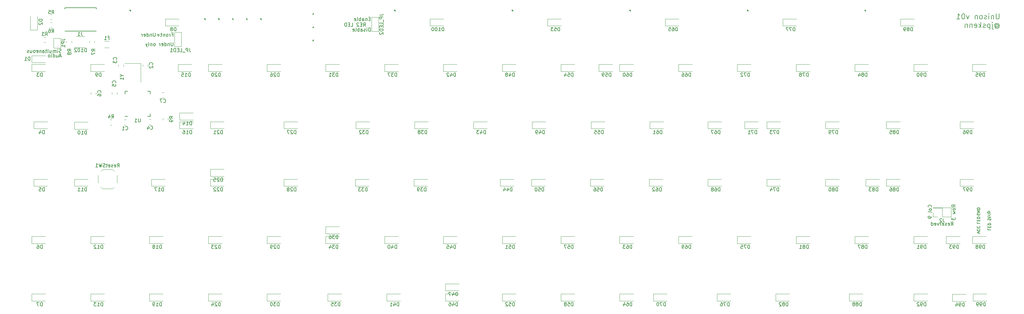
<source format=gbo>
%TF.GenerationSoftware,KiCad,Pcbnew,(5.1.8-0-10_14)*%
%TF.CreationDate,2020-12-27T18:14:17+09:00*%
%TF.ProjectId,Unison,556e6973-6f6e-42e6-9b69-6361645f7063,v01*%
%TF.SameCoordinates,Original*%
%TF.FileFunction,Legend,Bot*%
%TF.FilePolarity,Positive*%
%FSLAX46Y46*%
G04 Gerber Fmt 4.6, Leading zero omitted, Abs format (unit mm)*
G04 Created by KiCad (PCBNEW (5.1.8-0-10_14)) date 2020-12-27 18:14:17*
%MOMM*%
%LPD*%
G01*
G04 APERTURE LIST*
%ADD10C,0.200000*%
%ADD11C,0.150000*%
%ADD12C,0.120000*%
G04 APERTURE END LIST*
D10*
X295862857Y-17953571D02*
X295862857Y-19167857D01*
X295791428Y-19310714D01*
X295720000Y-19382142D01*
X295577142Y-19453571D01*
X295291428Y-19453571D01*
X295148571Y-19382142D01*
X295077142Y-19310714D01*
X295005714Y-19167857D01*
X295005714Y-17953571D01*
X294291428Y-18453571D02*
X294291428Y-19453571D01*
X294291428Y-18596428D02*
X294220000Y-18525000D01*
X294077142Y-18453571D01*
X293862857Y-18453571D01*
X293720000Y-18525000D01*
X293648571Y-18667857D01*
X293648571Y-19453571D01*
X292934285Y-19453571D02*
X292934285Y-18453571D01*
X292934285Y-17953571D02*
X293005714Y-18025000D01*
X292934285Y-18096428D01*
X292862857Y-18025000D01*
X292934285Y-17953571D01*
X292934285Y-18096428D01*
X292291428Y-19382142D02*
X292148571Y-19453571D01*
X291862857Y-19453571D01*
X291720000Y-19382142D01*
X291648571Y-19239285D01*
X291648571Y-19167857D01*
X291720000Y-19025000D01*
X291862857Y-18953571D01*
X292077142Y-18953571D01*
X292220000Y-18882142D01*
X292291428Y-18739285D01*
X292291428Y-18667857D01*
X292220000Y-18525000D01*
X292077142Y-18453571D01*
X291862857Y-18453571D01*
X291720000Y-18525000D01*
X290791428Y-19453571D02*
X290934285Y-19382142D01*
X291005714Y-19310714D01*
X291077142Y-19167857D01*
X291077142Y-18739285D01*
X291005714Y-18596428D01*
X290934285Y-18525000D01*
X290791428Y-18453571D01*
X290577142Y-18453571D01*
X290434285Y-18525000D01*
X290362857Y-18596428D01*
X290291428Y-18739285D01*
X290291428Y-19167857D01*
X290362857Y-19310714D01*
X290434285Y-19382142D01*
X290577142Y-19453571D01*
X290791428Y-19453571D01*
X289648571Y-18453571D02*
X289648571Y-19453571D01*
X289648571Y-18596428D02*
X289577142Y-18525000D01*
X289434285Y-18453571D01*
X289220000Y-18453571D01*
X289077142Y-18525000D01*
X289005714Y-18667857D01*
X289005714Y-19453571D01*
X287291428Y-18453571D02*
X286934285Y-19453571D01*
X286577142Y-18453571D01*
X285720000Y-17953571D02*
X285577142Y-17953571D01*
X285434285Y-18025000D01*
X285362857Y-18096428D01*
X285291428Y-18239285D01*
X285220000Y-18525000D01*
X285220000Y-18882142D01*
X285291428Y-19167857D01*
X285362857Y-19310714D01*
X285434285Y-19382142D01*
X285577142Y-19453571D01*
X285720000Y-19453571D01*
X285862857Y-19382142D01*
X285934285Y-19310714D01*
X286005714Y-19167857D01*
X286077142Y-18882142D01*
X286077142Y-18525000D01*
X286005714Y-18239285D01*
X285934285Y-18096428D01*
X285862857Y-18025000D01*
X285720000Y-17953571D01*
X283791428Y-19453571D02*
X284648571Y-19453571D01*
X284220000Y-19453571D02*
X284220000Y-17953571D01*
X284362857Y-18167857D01*
X284505714Y-18310714D01*
X284648571Y-18382142D01*
X294934285Y-21189285D02*
X295005714Y-21117857D01*
X295148571Y-21046428D01*
X295291428Y-21046428D01*
X295434285Y-21117857D01*
X295505714Y-21189285D01*
X295577142Y-21332142D01*
X295577142Y-21475000D01*
X295505714Y-21617857D01*
X295434285Y-21689285D01*
X295291428Y-21760714D01*
X295148571Y-21760714D01*
X295005714Y-21689285D01*
X294934285Y-21617857D01*
X294934285Y-21046428D02*
X294934285Y-21617857D01*
X294862857Y-21689285D01*
X294791428Y-21689285D01*
X294648571Y-21617857D01*
X294577142Y-21475000D01*
X294577142Y-21117857D01*
X294720000Y-20903571D01*
X294934285Y-20760714D01*
X295220000Y-20689285D01*
X295505714Y-20760714D01*
X295720000Y-20903571D01*
X295862857Y-21117857D01*
X295934285Y-21403571D01*
X295862857Y-21689285D01*
X295720000Y-21903571D01*
X295505714Y-22046428D01*
X295220000Y-22117857D01*
X294934285Y-22046428D01*
X294720000Y-21903571D01*
X293934285Y-20903571D02*
X293934285Y-22189285D01*
X294005714Y-22332142D01*
X294148571Y-22403571D01*
X294220000Y-22403571D01*
X293934285Y-20403571D02*
X294005714Y-20475000D01*
X293934285Y-20546428D01*
X293862857Y-20475000D01*
X293934285Y-20403571D01*
X293934285Y-20546428D01*
X293220000Y-20903571D02*
X293220000Y-22403571D01*
X293220000Y-20975000D02*
X293077142Y-20903571D01*
X292791428Y-20903571D01*
X292648571Y-20975000D01*
X292577142Y-21046428D01*
X292505714Y-21189285D01*
X292505714Y-21617857D01*
X292577142Y-21760714D01*
X292648571Y-21832142D01*
X292791428Y-21903571D01*
X293077142Y-21903571D01*
X293220000Y-21832142D01*
X291934285Y-21832142D02*
X291791428Y-21903571D01*
X291505714Y-21903571D01*
X291362857Y-21832142D01*
X291291428Y-21689285D01*
X291291428Y-21617857D01*
X291362857Y-21475000D01*
X291505714Y-21403571D01*
X291720000Y-21403571D01*
X291862857Y-21332142D01*
X291934285Y-21189285D01*
X291934285Y-21117857D01*
X291862857Y-20975000D01*
X291720000Y-20903571D01*
X291505714Y-20903571D01*
X291362857Y-20975000D01*
X290648571Y-21903571D02*
X290648571Y-20403571D01*
X290505714Y-21332142D02*
X290077142Y-21903571D01*
X290077142Y-20903571D02*
X290648571Y-21475000D01*
X288862857Y-21832142D02*
X289005714Y-21903571D01*
X289291428Y-21903571D01*
X289434285Y-21832142D01*
X289505714Y-21689285D01*
X289505714Y-21117857D01*
X289434285Y-20975000D01*
X289291428Y-20903571D01*
X289005714Y-20903571D01*
X288862857Y-20975000D01*
X288791428Y-21117857D01*
X288791428Y-21260714D01*
X289505714Y-21403571D01*
X288148571Y-20903571D02*
X288148571Y-21903571D01*
X288148571Y-21046428D02*
X288077142Y-20975000D01*
X287934285Y-20903571D01*
X287720000Y-20903571D01*
X287577142Y-20975000D01*
X287505714Y-21117857D01*
X287505714Y-21903571D01*
X286791428Y-20903571D02*
X286791428Y-21903571D01*
X286791428Y-21046428D02*
X286720000Y-20975000D01*
X286577142Y-20903571D01*
X286362857Y-20903571D01*
X286220000Y-20975000D01*
X286148571Y-21117857D01*
X286148571Y-21903571D01*
D11*
%TO.C,L13*%
X224112786Y-17212061D02*
X223812786Y-16912061D01*
X223812786Y-16912061D02*
X224112786Y-16912061D01*
X224112786Y-16912061D02*
X224112786Y-17212061D01*
%TO.C,L5*%
X85012786Y-19662061D02*
X84712786Y-19362061D01*
X84712786Y-19362061D02*
X85012786Y-19362061D01*
X85012786Y-19362061D02*
X85012786Y-19662061D01*
D12*
%TO.C,D94*%
X282450000Y-100100000D02*
X286350000Y-100100000D01*
X282450000Y-98100000D02*
X286350000Y-98100000D01*
X282450000Y-100100000D02*
X282450000Y-98100000D01*
%TO.C,C1*%
X46361252Y-49735000D02*
X45838748Y-49735000D01*
X46361252Y-48265000D02*
X45838748Y-48265000D01*
%TO.C,C2*%
X51165000Y-32961252D02*
X51165000Y-32438748D01*
X52635000Y-32961252D02*
X52635000Y-32438748D01*
%TO.C,C3*%
X44165000Y-32961252D02*
X44165000Y-32438748D01*
X45635000Y-32961252D02*
X45635000Y-32438748D01*
%TO.C,C4*%
X52958748Y-48155000D02*
X53481252Y-48155000D01*
X52958748Y-49625000D02*
X53481252Y-49625000D01*
%TO.C,C5*%
X42365000Y-40961252D02*
X42365000Y-40438748D01*
X43835000Y-40961252D02*
X43835000Y-40438748D01*
%TO.C,C6*%
X36365000Y-40961252D02*
X36365000Y-40438748D01*
X37835000Y-40961252D02*
X37835000Y-40438748D01*
%TO.C,C7*%
X56668748Y-40465000D02*
X57191252Y-40465000D01*
X56668748Y-41935000D02*
X57191252Y-41935000D01*
%TO.C,D1*%
X19450000Y-31900000D02*
X23350000Y-31900000D01*
X19450000Y-29900000D02*
X23350000Y-29900000D01*
X19450000Y-31900000D02*
X19450000Y-29900000D01*
%TO.C,D2*%
X21000000Y-22550000D02*
X21000000Y-18650000D01*
X19000000Y-22550000D02*
X19000000Y-18650000D01*
X21000000Y-22550000D02*
X19000000Y-22550000D01*
%TO.C,D3*%
X19450000Y-34400000D02*
X23350000Y-34400000D01*
X19450000Y-32400000D02*
X23350000Y-32400000D01*
X19450000Y-34400000D02*
X19450000Y-32400000D01*
%TO.C,D4*%
X20050000Y-50800000D02*
X23950000Y-50800000D01*
X20050000Y-48800000D02*
X23950000Y-48800000D01*
X20050000Y-50800000D02*
X20050000Y-48800000D01*
%TO.C,D5*%
X20050000Y-67200000D02*
X23950000Y-67200000D01*
X20050000Y-65200000D02*
X23950000Y-65200000D01*
X20050000Y-67200000D02*
X20050000Y-65200000D01*
%TO.C,D6*%
X19450000Y-83600000D02*
X23350000Y-83600000D01*
X19450000Y-81600000D02*
X23350000Y-81600000D01*
X19450000Y-83600000D02*
X19450000Y-81600000D01*
%TO.C,D7*%
X19450000Y-100000000D02*
X23350000Y-100000000D01*
X19450000Y-98000000D02*
X23350000Y-98000000D01*
X19450000Y-100000000D02*
X19450000Y-98000000D01*
%TO.C,D8*%
X57650000Y-21400000D02*
X61550000Y-21400000D01*
X57650000Y-19400000D02*
X61550000Y-19400000D01*
X57650000Y-21400000D02*
X57650000Y-19400000D01*
%TO.C,D9*%
X36250000Y-34400000D02*
X40150000Y-34400000D01*
X36250000Y-32400000D02*
X40150000Y-32400000D01*
X36250000Y-34400000D02*
X36250000Y-32400000D01*
%TO.C,D10*%
X31650000Y-50900000D02*
X35550000Y-50900000D01*
X31650000Y-48900000D02*
X35550000Y-48900000D01*
X31650000Y-50900000D02*
X31650000Y-48900000D01*
%TO.C,D11*%
X31650000Y-67200000D02*
X35550000Y-67200000D01*
X31650000Y-65200000D02*
X35550000Y-65200000D01*
X31650000Y-67200000D02*
X31650000Y-65200000D01*
%TO.C,D12*%
X36250000Y-83600000D02*
X40150000Y-83600000D01*
X36250000Y-81600000D02*
X40150000Y-81600000D01*
X36250000Y-83600000D02*
X36250000Y-81600000D01*
%TO.C,D13*%
X36250000Y-100000000D02*
X40150000Y-100000000D01*
X36250000Y-98000000D02*
X40150000Y-98000000D01*
X36250000Y-100000000D02*
X36250000Y-98000000D01*
%TO.C,D14*%
X61650000Y-48300000D02*
X65550000Y-48300000D01*
X61650000Y-46300000D02*
X65550000Y-46300000D01*
X61650000Y-48300000D02*
X61650000Y-46300000D01*
%TO.C,D15*%
X61250000Y-34400000D02*
X65150000Y-34400000D01*
X61250000Y-32400000D02*
X65150000Y-32400000D01*
X61250000Y-34400000D02*
X61250000Y-32400000D01*
%TO.C,D16*%
X61650000Y-50800000D02*
X65550000Y-50800000D01*
X61650000Y-48800000D02*
X65550000Y-48800000D01*
X61650000Y-50800000D02*
X61650000Y-48800000D01*
%TO.C,D17*%
X53650000Y-67200000D02*
X57550000Y-67200000D01*
X53650000Y-65200000D02*
X57550000Y-65200000D01*
X53650000Y-67200000D02*
X53650000Y-65200000D01*
%TO.C,D18*%
X53050000Y-83600000D02*
X56950000Y-83600000D01*
X53050000Y-81600000D02*
X56950000Y-81600000D01*
X53050000Y-83600000D02*
X53050000Y-81600000D01*
%TO.C,D19*%
X53050000Y-100000000D02*
X56950000Y-100000000D01*
X53050000Y-98000000D02*
X56950000Y-98000000D01*
X53050000Y-100000000D02*
X53050000Y-98000000D01*
%TO.C,D20*%
X69850000Y-34400000D02*
X73750000Y-34400000D01*
X69850000Y-32400000D02*
X73750000Y-32400000D01*
X69850000Y-34400000D02*
X69850000Y-32400000D01*
%TO.C,D21*%
X70450000Y-50800000D02*
X74350000Y-50800000D01*
X70450000Y-48800000D02*
X74350000Y-48800000D01*
X70450000Y-50800000D02*
X70450000Y-48800000D01*
%TO.C,D22*%
X70450000Y-67200000D02*
X74350000Y-67200000D01*
X70450000Y-65200000D02*
X74350000Y-65200000D01*
X70450000Y-67200000D02*
X70450000Y-65200000D01*
%TO.C,D23*%
X69850000Y-83600000D02*
X73750000Y-83600000D01*
X69850000Y-81600000D02*
X73750000Y-81600000D01*
X69850000Y-83600000D02*
X69850000Y-81600000D01*
%TO.C,D24*%
X69850000Y-100000000D02*
X73750000Y-100000000D01*
X69850000Y-98000000D02*
X73750000Y-98000000D01*
X69850000Y-100000000D02*
X69850000Y-98000000D01*
%TO.C,D25*%
X70450000Y-64400000D02*
X74350000Y-64400000D01*
X70450000Y-62400000D02*
X74350000Y-62400000D01*
X70450000Y-64400000D02*
X70450000Y-62400000D01*
%TO.C,D26*%
X86650000Y-34400000D02*
X90550000Y-34400000D01*
X86650000Y-32400000D02*
X90550000Y-32400000D01*
X86650000Y-34400000D02*
X86650000Y-32400000D01*
%TO.C,D27*%
X91450000Y-50800000D02*
X95350000Y-50800000D01*
X91450000Y-48800000D02*
X95350000Y-48800000D01*
X91450000Y-50800000D02*
X91450000Y-48800000D01*
%TO.C,D28*%
X91450000Y-67200000D02*
X95350000Y-67200000D01*
X91450000Y-65200000D02*
X95350000Y-65200000D01*
X91450000Y-67200000D02*
X91450000Y-65200000D01*
%TO.C,D29*%
X86650000Y-83600000D02*
X90550000Y-83600000D01*
X86650000Y-81600000D02*
X90550000Y-81600000D01*
X86650000Y-83600000D02*
X86650000Y-81600000D01*
%TO.C,D30*%
X86650000Y-100000000D02*
X90550000Y-100000000D01*
X86650000Y-98000000D02*
X90550000Y-98000000D01*
X86650000Y-100000000D02*
X86650000Y-98000000D01*
%TO.C,D31*%
X103450000Y-34400000D02*
X107350000Y-34400000D01*
X103450000Y-32400000D02*
X107350000Y-32400000D01*
X103450000Y-34400000D02*
X103450000Y-32400000D01*
%TO.C,D32*%
X112050000Y-50800000D02*
X115950000Y-50800000D01*
X112050000Y-48800000D02*
X115950000Y-48800000D01*
X112050000Y-50800000D02*
X112050000Y-48800000D01*
%TO.C,D33*%
X111850000Y-67200000D02*
X115750000Y-67200000D01*
X111850000Y-65200000D02*
X115750000Y-65200000D01*
X111850000Y-67200000D02*
X111850000Y-65200000D01*
%TO.C,D34*%
X103450000Y-83600000D02*
X107350000Y-83600000D01*
X103450000Y-81600000D02*
X107350000Y-81600000D01*
X103450000Y-83600000D02*
X103450000Y-81600000D01*
%TO.C,D35*%
X104050000Y-100000000D02*
X107950000Y-100000000D01*
X104050000Y-98000000D02*
X107950000Y-98000000D01*
X104050000Y-100000000D02*
X104050000Y-98000000D01*
%TO.C,D36*%
X103450000Y-80800000D02*
X107350000Y-80800000D01*
X103450000Y-78800000D02*
X107350000Y-78800000D01*
X103450000Y-80800000D02*
X103450000Y-78800000D01*
%TO.C,D37*%
X120250000Y-34400000D02*
X124150000Y-34400000D01*
X120250000Y-32400000D02*
X124150000Y-32400000D01*
X120250000Y-34400000D02*
X120250000Y-32400000D01*
%TO.C,D38*%
X128850000Y-50800000D02*
X132750000Y-50800000D01*
X128850000Y-48800000D02*
X132750000Y-48800000D01*
X128850000Y-50800000D02*
X128850000Y-48800000D01*
%TO.C,D39*%
X128650000Y-67200000D02*
X132550000Y-67200000D01*
X128650000Y-65200000D02*
X132550000Y-65200000D01*
X128650000Y-67200000D02*
X128650000Y-65200000D01*
%TO.C,D40*%
X120250000Y-83600000D02*
X124150000Y-83600000D01*
X120250000Y-81600000D02*
X124150000Y-81600000D01*
X120250000Y-83600000D02*
X120250000Y-81600000D01*
%TO.C,D41*%
X120850000Y-100000000D02*
X124750000Y-100000000D01*
X120850000Y-98000000D02*
X124750000Y-98000000D01*
X120850000Y-100000000D02*
X120850000Y-98000000D01*
%TO.C,D42*%
X137050000Y-34400000D02*
X140950000Y-34400000D01*
X137050000Y-32400000D02*
X140950000Y-32400000D01*
X137050000Y-34400000D02*
X137050000Y-32400000D01*
%TO.C,D43*%
X145650000Y-50800000D02*
X149550000Y-50800000D01*
X145650000Y-48800000D02*
X149550000Y-48800000D01*
X145650000Y-50800000D02*
X145650000Y-48800000D01*
%TO.C,D44*%
X153250000Y-67200000D02*
X157150000Y-67200000D01*
X153250000Y-65200000D02*
X157150000Y-65200000D01*
X153250000Y-67200000D02*
X153250000Y-65200000D01*
%TO.C,D45*%
X137050000Y-83600000D02*
X140950000Y-83600000D01*
X137050000Y-81600000D02*
X140950000Y-81600000D01*
X137050000Y-83600000D02*
X137050000Y-81600000D01*
%TO.C,D46*%
X137650000Y-100000000D02*
X141550000Y-100000000D01*
X137650000Y-98000000D02*
X141550000Y-98000000D01*
X137650000Y-100000000D02*
X137650000Y-98000000D01*
%TO.C,D47*%
X137650000Y-97100000D02*
X141550000Y-97100000D01*
X137650000Y-95100000D02*
X141550000Y-95100000D01*
X137650000Y-97100000D02*
X137650000Y-95100000D01*
%TO.C,D48*%
X153850000Y-34400000D02*
X157750000Y-34400000D01*
X153850000Y-32400000D02*
X157750000Y-32400000D01*
X153850000Y-34400000D02*
X153850000Y-32400000D01*
%TO.C,D49*%
X162450000Y-50800000D02*
X166350000Y-50800000D01*
X162450000Y-48800000D02*
X166350000Y-48800000D01*
X162450000Y-50800000D02*
X162450000Y-48800000D01*
%TO.C,D50*%
X162250000Y-67200000D02*
X166150000Y-67200000D01*
X162250000Y-65200000D02*
X166150000Y-65200000D01*
X162250000Y-67200000D02*
X162250000Y-65200000D01*
%TO.C,D51*%
X153850000Y-83600000D02*
X157750000Y-83600000D01*
X153850000Y-81600000D02*
X157750000Y-81600000D01*
X153850000Y-83600000D02*
X153850000Y-81600000D01*
%TO.C,D52*%
X153850000Y-100000000D02*
X157750000Y-100000000D01*
X153850000Y-98000000D02*
X157750000Y-98000000D01*
X153850000Y-100000000D02*
X153850000Y-98000000D01*
%TO.C,D53*%
X166850000Y-21400000D02*
X170750000Y-21400000D01*
X166850000Y-19400000D02*
X170750000Y-19400000D01*
X166850000Y-21400000D02*
X166850000Y-19400000D01*
%TO.C,D54*%
X170650000Y-34400000D02*
X174550000Y-34400000D01*
X170650000Y-32400000D02*
X174550000Y-32400000D01*
X170650000Y-34400000D02*
X170650000Y-32400000D01*
%TO.C,D55*%
X179250000Y-50800000D02*
X183150000Y-50800000D01*
X179250000Y-48800000D02*
X183150000Y-48800000D01*
X179250000Y-50800000D02*
X179250000Y-48800000D01*
%TO.C,D56*%
X179050000Y-67200000D02*
X182950000Y-67200000D01*
X179050000Y-65200000D02*
X182950000Y-65200000D01*
X179050000Y-67200000D02*
X179050000Y-65200000D01*
%TO.C,D57*%
X170650000Y-83600000D02*
X174550000Y-83600000D01*
X170650000Y-81600000D02*
X174550000Y-81600000D01*
X170650000Y-83600000D02*
X170650000Y-81600000D01*
%TO.C,D58*%
X170650000Y-100000000D02*
X174550000Y-100000000D01*
X170650000Y-98000000D02*
X174550000Y-98000000D01*
X170650000Y-100000000D02*
X170650000Y-98000000D01*
%TO.C,D59*%
X181450000Y-34400000D02*
X185350000Y-34400000D01*
X181450000Y-32400000D02*
X185350000Y-32400000D01*
X181450000Y-34400000D02*
X181450000Y-32400000D01*
%TO.C,D60*%
X187450000Y-34400000D02*
X191350000Y-34400000D01*
X187450000Y-32400000D02*
X191350000Y-32400000D01*
X187450000Y-34400000D02*
X187450000Y-32400000D01*
%TO.C,D61*%
X196050000Y-50800000D02*
X199950000Y-50800000D01*
X196050000Y-48800000D02*
X199950000Y-48800000D01*
X196050000Y-50800000D02*
X196050000Y-48800000D01*
%TO.C,D62*%
X195850000Y-67200000D02*
X199750000Y-67200000D01*
X195850000Y-65200000D02*
X199750000Y-65200000D01*
X195850000Y-67200000D02*
X195850000Y-65200000D01*
%TO.C,D63*%
X187450000Y-83600000D02*
X191350000Y-83600000D01*
X187450000Y-81600000D02*
X191350000Y-81600000D01*
X187450000Y-83600000D02*
X187450000Y-81600000D01*
%TO.C,D64*%
X187450000Y-100000000D02*
X191350000Y-100000000D01*
X187450000Y-98000000D02*
X191350000Y-98000000D01*
X187450000Y-100000000D02*
X187450000Y-98000000D01*
%TO.C,D65*%
X200450000Y-21400000D02*
X204350000Y-21400000D01*
X200450000Y-19400000D02*
X204350000Y-19400000D01*
X200450000Y-21400000D02*
X200450000Y-19400000D01*
%TO.C,D66*%
X204250000Y-34400000D02*
X208150000Y-34400000D01*
X204250000Y-32400000D02*
X208150000Y-32400000D01*
X204250000Y-34400000D02*
X204250000Y-32400000D01*
%TO.C,D67*%
X212650000Y-50800000D02*
X216550000Y-50800000D01*
X212650000Y-48800000D02*
X216550000Y-48800000D01*
X212650000Y-50800000D02*
X212650000Y-48800000D01*
%TO.C,D68*%
X212650000Y-67200000D02*
X216550000Y-67200000D01*
X212650000Y-65200000D02*
X216550000Y-65200000D01*
X212650000Y-67200000D02*
X212650000Y-65200000D01*
%TO.C,D69*%
X204250000Y-83600000D02*
X208150000Y-83600000D01*
X204250000Y-81600000D02*
X208150000Y-81600000D01*
X204250000Y-83600000D02*
X204250000Y-81600000D01*
%TO.C,D70*%
X197050000Y-100000000D02*
X200950000Y-100000000D01*
X197050000Y-98000000D02*
X200950000Y-98000000D01*
X197050000Y-100000000D02*
X197050000Y-98000000D01*
%TO.C,D71*%
X223150000Y-50800000D02*
X227050000Y-50800000D01*
X223150000Y-48800000D02*
X227050000Y-48800000D01*
X223150000Y-50800000D02*
X223150000Y-48800000D01*
%TO.C,D72*%
X221050000Y-34400000D02*
X224950000Y-34400000D01*
X221050000Y-32400000D02*
X224950000Y-32400000D01*
X221050000Y-34400000D02*
X221050000Y-32400000D01*
%TO.C,D73*%
X229450000Y-50800000D02*
X233350000Y-50800000D01*
X229450000Y-48800000D02*
X233350000Y-48800000D01*
X229450000Y-50800000D02*
X229450000Y-48800000D01*
%TO.C,D74*%
X229450000Y-67200000D02*
X233350000Y-67200000D01*
X229450000Y-65200000D02*
X233350000Y-65200000D01*
X229450000Y-67200000D02*
X229450000Y-65200000D01*
%TO.C,D75*%
X221050000Y-83600000D02*
X224950000Y-83600000D01*
X221050000Y-81600000D02*
X224950000Y-81600000D01*
X221050000Y-83600000D02*
X221050000Y-81600000D01*
%TO.C,D76*%
X215250000Y-100000000D02*
X219150000Y-100000000D01*
X215250000Y-98000000D02*
X219150000Y-98000000D01*
X215250000Y-100000000D02*
X215250000Y-98000000D01*
%TO.C,D77*%
X234050000Y-21400000D02*
X237950000Y-21400000D01*
X234050000Y-19400000D02*
X237950000Y-19400000D01*
X234050000Y-21400000D02*
X234050000Y-19400000D01*
%TO.C,D78*%
X237850000Y-34400000D02*
X241750000Y-34400000D01*
X237850000Y-32400000D02*
X241750000Y-32400000D01*
X237850000Y-34400000D02*
X237850000Y-32400000D01*
%TO.C,D79*%
X246250000Y-50800000D02*
X250150000Y-50800000D01*
X246250000Y-48800000D02*
X250150000Y-48800000D01*
X246250000Y-50800000D02*
X246250000Y-48800000D01*
%TO.C,D80*%
X246250000Y-67200000D02*
X250150000Y-67200000D01*
X246250000Y-65200000D02*
X250150000Y-65200000D01*
X246250000Y-67200000D02*
X246250000Y-65200000D01*
%TO.C,D81*%
X237850000Y-83600000D02*
X241750000Y-83600000D01*
X237850000Y-81600000D02*
X241750000Y-81600000D01*
X237850000Y-83600000D02*
X237850000Y-81600000D01*
%TO.C,D82*%
X232050000Y-100000000D02*
X235950000Y-100000000D01*
X232050000Y-98000000D02*
X235950000Y-98000000D01*
X232050000Y-100000000D02*
X232050000Y-98000000D01*
%TO.C,D83*%
X257750000Y-67200000D02*
X261650000Y-67200000D01*
X257750000Y-65200000D02*
X261650000Y-65200000D01*
X257750000Y-67200000D02*
X257750000Y-65200000D01*
%TO.C,D84*%
X254650000Y-34400000D02*
X258550000Y-34400000D01*
X254650000Y-32400000D02*
X258550000Y-32400000D01*
X254650000Y-34400000D02*
X254650000Y-32400000D01*
%TO.C,D85*%
X263650000Y-50800000D02*
X267550000Y-50800000D01*
X263650000Y-48800000D02*
X267550000Y-48800000D01*
X263650000Y-50800000D02*
X263650000Y-48800000D01*
%TO.C,D86*%
X263650000Y-67200000D02*
X267550000Y-67200000D01*
X263650000Y-65200000D02*
X267550000Y-65200000D01*
X263650000Y-67200000D02*
X263650000Y-65200000D01*
%TO.C,D87*%
X254650000Y-83600000D02*
X258550000Y-83600000D01*
X254650000Y-81600000D02*
X258550000Y-81600000D01*
X254650000Y-83600000D02*
X254650000Y-81600000D01*
%TO.C,D88*%
X253050000Y-100000000D02*
X256950000Y-100000000D01*
X253050000Y-98000000D02*
X256950000Y-98000000D01*
X253050000Y-100000000D02*
X253050000Y-98000000D01*
%TO.C,D89*%
X267650000Y-21400000D02*
X271550000Y-21400000D01*
X267650000Y-19400000D02*
X271550000Y-19400000D01*
X267650000Y-21400000D02*
X267650000Y-19400000D01*
%TO.C,D90*%
X271450000Y-34400000D02*
X275350000Y-34400000D01*
X271450000Y-32400000D02*
X275350000Y-32400000D01*
X271450000Y-34400000D02*
X271450000Y-32400000D01*
%TO.C,D91*%
X271450000Y-83600000D02*
X275350000Y-83600000D01*
X271450000Y-81600000D02*
X275350000Y-81600000D01*
X271450000Y-83600000D02*
X271450000Y-81600000D01*
%TO.C,D92*%
X271450000Y-100000000D02*
X275350000Y-100000000D01*
X271450000Y-98000000D02*
X275350000Y-98000000D01*
X271450000Y-100000000D02*
X271450000Y-98000000D01*
%TO.C,D93*%
X280750000Y-83600000D02*
X284650000Y-83600000D01*
X280750000Y-81600000D02*
X284650000Y-81600000D01*
X280750000Y-83600000D02*
X280750000Y-81600000D01*
%TO.C,D95*%
X288250000Y-34400000D02*
X292150000Y-34400000D01*
X288250000Y-32400000D02*
X292150000Y-32400000D01*
X288250000Y-34400000D02*
X288250000Y-32400000D01*
%TO.C,D96*%
X284650000Y-50800000D02*
X288550000Y-50800000D01*
X284650000Y-48800000D02*
X288550000Y-48800000D01*
X284650000Y-50800000D02*
X284650000Y-48800000D01*
%TO.C,D97*%
X284650000Y-67200000D02*
X288550000Y-67200000D01*
X284650000Y-65200000D02*
X288550000Y-65200000D01*
X284650000Y-67200000D02*
X284650000Y-65200000D01*
%TO.C,D98*%
X288250000Y-83600000D02*
X292150000Y-83600000D01*
X288250000Y-81600000D02*
X292150000Y-81600000D01*
X288250000Y-83600000D02*
X288250000Y-81600000D01*
%TO.C,D99*%
X288450000Y-100000000D02*
X292350000Y-100000000D01*
X288450000Y-98000000D02*
X292350000Y-98000000D01*
X288450000Y-100000000D02*
X288450000Y-98000000D01*
%TO.C,D100*%
X133250000Y-21400000D02*
X137150000Y-21400000D01*
X133250000Y-19400000D02*
X137150000Y-19400000D01*
X133250000Y-21400000D02*
X133250000Y-19400000D01*
%TO.C,D102*%
X34575000Y-27525000D02*
X31625000Y-27525000D01*
X32175000Y-24425000D02*
X34575000Y-24425000D01*
%TO.C,F1*%
X41502064Y-27610000D02*
X40297936Y-27610000D01*
X41502064Y-25790000D02*
X40297936Y-25790000D01*
%TO.C,J2*%
X276970000Y-76030000D02*
X278300000Y-76030000D01*
X276970000Y-74700000D02*
X276970000Y-76030000D01*
X279570000Y-76030000D02*
X282170000Y-76030000D01*
X279570000Y-73430000D02*
X279570000Y-76030000D01*
X276970000Y-73430000D02*
X279570000Y-73430000D01*
X282170000Y-76030000D02*
X282170000Y-73370000D01*
X276970000Y-73430000D02*
X276970000Y-73370000D01*
X276970000Y-73370000D02*
X282170000Y-73370000D01*
%TO.C,JP1*%
X27700000Y-27700000D02*
X27700000Y-24900000D01*
X27700000Y-24900000D02*
X25700000Y-24900000D01*
X25700000Y-24900000D02*
X25700000Y-27700000D01*
X25700000Y-27700000D02*
X27700000Y-27700000D01*
%TO.C,JP_LED1*%
X60225000Y-23250000D02*
X60225000Y-27350000D01*
X60225000Y-27350000D02*
X62225000Y-27350000D01*
X62225000Y-27350000D02*
X62225000Y-23250000D01*
X62225000Y-23250000D02*
X60225000Y-23250000D01*
%TO.C,JP_LED2*%
X116550000Y-18900000D02*
X116550000Y-23000000D01*
X116550000Y-23000000D02*
X118550000Y-23000000D01*
X118550000Y-23000000D02*
X118550000Y-18900000D01*
X118550000Y-18900000D02*
X116550000Y-18900000D01*
D11*
%TO.C,L1*%
X69012786Y-19662061D02*
X68712786Y-19362061D01*
X68712786Y-19362061D02*
X69012786Y-19362061D01*
X69012786Y-19362061D02*
X69012786Y-19662061D01*
%TO.C,L2*%
X73012786Y-19662061D02*
X72712786Y-19362061D01*
X72712786Y-19362061D02*
X73012786Y-19362061D01*
X73012786Y-19362061D02*
X73012786Y-19662061D01*
%TO.C,L3*%
X77012786Y-19662061D02*
X76712786Y-19362061D01*
X76712786Y-19362061D02*
X77012786Y-19362061D01*
X77012786Y-19362061D02*
X77012786Y-19662061D01*
%TO.C,L4*%
X81012786Y-19662061D02*
X80712786Y-19362061D01*
X80712786Y-19362061D02*
X81012786Y-19362061D01*
X81012786Y-19362061D02*
X81012786Y-19662061D01*
%TO.C,L6*%
X100062061Y-17887214D02*
X99762061Y-18187214D01*
X99762061Y-18187214D02*
X99762061Y-17887214D01*
X99762061Y-17887214D02*
X100062061Y-17887214D01*
%TO.C,L7*%
X100062061Y-21687214D02*
X99762061Y-21987214D01*
X99762061Y-21987214D02*
X99762061Y-21687214D01*
X99762061Y-21687214D02*
X100062061Y-21687214D01*
%TO.C,L8*%
X100062061Y-25487214D02*
X99762061Y-25787214D01*
X99762061Y-25787214D02*
X99762061Y-25487214D01*
X99762061Y-25487214D02*
X100062061Y-25487214D01*
%TO.C,L9*%
X47712786Y-17212061D02*
X47412786Y-16912061D01*
X47412786Y-16912061D02*
X47712786Y-16912061D01*
X47712786Y-16912061D02*
X47712786Y-17212061D01*
%TO.C,L10*%
X123312786Y-17212061D02*
X123012786Y-16912061D01*
X123012786Y-16912061D02*
X123312786Y-16912061D01*
X123312786Y-16912061D02*
X123312786Y-17212061D01*
%TO.C,L11*%
X156912786Y-17212061D02*
X156612786Y-16912061D01*
X156612786Y-16912061D02*
X156912786Y-16912061D01*
X156912786Y-16912061D02*
X156912786Y-17212061D01*
%TO.C,L12*%
X190512786Y-17212061D02*
X190212786Y-16912061D01*
X190212786Y-16912061D02*
X190512786Y-16912061D01*
X190512786Y-16912061D02*
X190512786Y-17212061D01*
%TO.C,L14*%
X257712786Y-17212061D02*
X257412786Y-16912061D01*
X257412786Y-16912061D02*
X257712786Y-16912061D01*
X257712786Y-16912061D02*
X257712786Y-17212061D01*
D12*
%TO.C,R1*%
X23327064Y-26135000D02*
X22872936Y-26135000D01*
X23327064Y-24665000D02*
X22872936Y-24665000D01*
%TO.C,R4*%
X42327064Y-49735000D02*
X41872936Y-49735000D01*
X42327064Y-48265000D02*
X41872936Y-48265000D01*
%TO.C,R5*%
X24772936Y-18165000D02*
X25227064Y-18165000D01*
X24772936Y-19635000D02*
X25227064Y-19635000D01*
%TO.C,R6*%
X24772936Y-20465000D02*
X25227064Y-20465000D01*
X24772936Y-21935000D02*
X25227064Y-21935000D01*
%TO.C,R7*%
X35915000Y-26252064D02*
X35915000Y-25797936D01*
X37385000Y-26252064D02*
X37385000Y-25797936D01*
%TO.C,R8*%
X29365000Y-26252064D02*
X29365000Y-25797936D01*
X30835000Y-26252064D02*
X30835000Y-25797936D01*
%TO.C,R9*%
X56925000Y-48267064D02*
X56925000Y-47812936D01*
X58395000Y-48267064D02*
X58395000Y-47812936D01*
%TO.C,ResetSW1*%
X42550000Y-62480000D02*
X43040000Y-62970000D01*
X39650000Y-62480000D02*
X42550000Y-62480000D01*
X39650000Y-62480000D02*
X39160000Y-62970000D01*
X39650000Y-67920000D02*
X42550000Y-67920000D01*
X39650000Y-67920000D02*
X39160000Y-67430000D01*
X43820000Y-64160000D02*
X43820000Y-66240000D01*
X42550000Y-67920000D02*
X43040000Y-67430000D01*
X38380000Y-64160000D02*
X38380000Y-66240000D01*
D11*
%TO.C,U1*%
X53325000Y-47325000D02*
X53325000Y-46550000D01*
X46075000Y-40075000D02*
X46075000Y-40850000D01*
X53325000Y-40075000D02*
X53325000Y-40850000D01*
X46075000Y-47325000D02*
X46850000Y-47325000D01*
X46075000Y-40075000D02*
X46850000Y-40075000D01*
X53325000Y-40075000D02*
X52550000Y-40075000D01*
X53325000Y-47325000D02*
X52550000Y-47325000D01*
D12*
%TO.C,Y1*%
X50550000Y-32100000D02*
X50550000Y-37500000D01*
X46050000Y-32100000D02*
X50550000Y-32100000D01*
D10*
%TO.C,J1*%
X37875000Y-16225000D02*
X37875000Y-16575000D01*
X28925000Y-16225000D02*
X37875000Y-16225000D01*
X28925000Y-16575000D02*
X28925000Y-16225000D01*
X28925000Y-22885000D02*
X37875000Y-22885000D01*
%TO.C,D94*%
D11*
X285914285Y-101552380D02*
X285914285Y-100552380D01*
X285676190Y-100552380D01*
X285533333Y-100600000D01*
X285438095Y-100695238D01*
X285390476Y-100790476D01*
X285342857Y-100980952D01*
X285342857Y-101123809D01*
X285390476Y-101314285D01*
X285438095Y-101409523D01*
X285533333Y-101504761D01*
X285676190Y-101552380D01*
X285914285Y-101552380D01*
X284866666Y-101552380D02*
X284676190Y-101552380D01*
X284580952Y-101504761D01*
X284533333Y-101457142D01*
X284438095Y-101314285D01*
X284390476Y-101123809D01*
X284390476Y-100742857D01*
X284438095Y-100647619D01*
X284485714Y-100600000D01*
X284580952Y-100552380D01*
X284771428Y-100552380D01*
X284866666Y-100600000D01*
X284914285Y-100647619D01*
X284961904Y-100742857D01*
X284961904Y-100980952D01*
X284914285Y-101076190D01*
X284866666Y-101123809D01*
X284771428Y-101171428D01*
X284580952Y-101171428D01*
X284485714Y-101123809D01*
X284438095Y-101076190D01*
X284390476Y-100980952D01*
X283533333Y-100885714D02*
X283533333Y-101552380D01*
X283771428Y-100504761D02*
X284009523Y-101219047D01*
X283390476Y-101219047D01*
%TO.C,C1*%
X46266666Y-51057142D02*
X46314285Y-51104761D01*
X46457142Y-51152380D01*
X46552380Y-51152380D01*
X46695238Y-51104761D01*
X46790476Y-51009523D01*
X46838095Y-50914285D01*
X46885714Y-50723809D01*
X46885714Y-50580952D01*
X46838095Y-50390476D01*
X46790476Y-50295238D01*
X46695238Y-50200000D01*
X46552380Y-50152380D01*
X46457142Y-50152380D01*
X46314285Y-50200000D01*
X46266666Y-50247619D01*
X45314285Y-51152380D02*
X45885714Y-51152380D01*
X45600000Y-51152380D02*
X45600000Y-50152380D01*
X45695238Y-50295238D01*
X45790476Y-50390476D01*
X45885714Y-50438095D01*
%TO.C,C2*%
X53937142Y-32533333D02*
X53984761Y-32485714D01*
X54032380Y-32342857D01*
X54032380Y-32247619D01*
X53984761Y-32104761D01*
X53889523Y-32009523D01*
X53794285Y-31961904D01*
X53603809Y-31914285D01*
X53460952Y-31914285D01*
X53270476Y-31961904D01*
X53175238Y-32009523D01*
X53080000Y-32104761D01*
X53032380Y-32247619D01*
X53032380Y-32342857D01*
X53080000Y-32485714D01*
X53127619Y-32533333D01*
X53127619Y-32914285D02*
X53080000Y-32961904D01*
X53032380Y-33057142D01*
X53032380Y-33295238D01*
X53080000Y-33390476D01*
X53127619Y-33438095D01*
X53222857Y-33485714D01*
X53318095Y-33485714D01*
X53460952Y-33438095D01*
X54032380Y-32866666D01*
X54032380Y-33485714D01*
%TO.C,C3*%
X43657142Y-31033333D02*
X43704761Y-30985714D01*
X43752380Y-30842857D01*
X43752380Y-30747619D01*
X43704761Y-30604761D01*
X43609523Y-30509523D01*
X43514285Y-30461904D01*
X43323809Y-30414285D01*
X43180952Y-30414285D01*
X42990476Y-30461904D01*
X42895238Y-30509523D01*
X42800000Y-30604761D01*
X42752380Y-30747619D01*
X42752380Y-30842857D01*
X42800000Y-30985714D01*
X42847619Y-31033333D01*
X42752380Y-31366666D02*
X42752380Y-31985714D01*
X43133333Y-31652380D01*
X43133333Y-31795238D01*
X43180952Y-31890476D01*
X43228571Y-31938095D01*
X43323809Y-31985714D01*
X43561904Y-31985714D01*
X43657142Y-31938095D01*
X43704761Y-31890476D01*
X43752380Y-31795238D01*
X43752380Y-31509523D01*
X43704761Y-31414285D01*
X43657142Y-31366666D01*
%TO.C,C4*%
X53386666Y-50927142D02*
X53434285Y-50974761D01*
X53577142Y-51022380D01*
X53672380Y-51022380D01*
X53815238Y-50974761D01*
X53910476Y-50879523D01*
X53958095Y-50784285D01*
X54005714Y-50593809D01*
X54005714Y-50450952D01*
X53958095Y-50260476D01*
X53910476Y-50165238D01*
X53815238Y-50070000D01*
X53672380Y-50022380D01*
X53577142Y-50022380D01*
X53434285Y-50070000D01*
X53386666Y-50117619D01*
X52529523Y-50355714D02*
X52529523Y-51022380D01*
X52767619Y-49974761D02*
X53005714Y-50689047D01*
X52386666Y-50689047D01*
%TO.C,C5*%
X43357142Y-37733333D02*
X43404761Y-37685714D01*
X43452380Y-37542857D01*
X43452380Y-37447619D01*
X43404761Y-37304761D01*
X43309523Y-37209523D01*
X43214285Y-37161904D01*
X43023809Y-37114285D01*
X42880952Y-37114285D01*
X42690476Y-37161904D01*
X42595238Y-37209523D01*
X42500000Y-37304761D01*
X42452380Y-37447619D01*
X42452380Y-37542857D01*
X42500000Y-37685714D01*
X42547619Y-37733333D01*
X42452380Y-38638095D02*
X42452380Y-38161904D01*
X42928571Y-38114285D01*
X42880952Y-38161904D01*
X42833333Y-38257142D01*
X42833333Y-38495238D01*
X42880952Y-38590476D01*
X42928571Y-38638095D01*
X43023809Y-38685714D01*
X43261904Y-38685714D01*
X43357142Y-38638095D01*
X43404761Y-38590476D01*
X43452380Y-38495238D01*
X43452380Y-38257142D01*
X43404761Y-38161904D01*
X43357142Y-38114285D01*
%TO.C,C6*%
X39137142Y-40533333D02*
X39184761Y-40485714D01*
X39232380Y-40342857D01*
X39232380Y-40247619D01*
X39184761Y-40104761D01*
X39089523Y-40009523D01*
X38994285Y-39961904D01*
X38803809Y-39914285D01*
X38660952Y-39914285D01*
X38470476Y-39961904D01*
X38375238Y-40009523D01*
X38280000Y-40104761D01*
X38232380Y-40247619D01*
X38232380Y-40342857D01*
X38280000Y-40485714D01*
X38327619Y-40533333D01*
X38232380Y-41390476D02*
X38232380Y-41200000D01*
X38280000Y-41104761D01*
X38327619Y-41057142D01*
X38470476Y-40961904D01*
X38660952Y-40914285D01*
X39041904Y-40914285D01*
X39137142Y-40961904D01*
X39184761Y-41009523D01*
X39232380Y-41104761D01*
X39232380Y-41295238D01*
X39184761Y-41390476D01*
X39137142Y-41438095D01*
X39041904Y-41485714D01*
X38803809Y-41485714D01*
X38708571Y-41438095D01*
X38660952Y-41390476D01*
X38613333Y-41295238D01*
X38613333Y-41104761D01*
X38660952Y-41009523D01*
X38708571Y-40961904D01*
X38803809Y-40914285D01*
%TO.C,C7*%
X57096666Y-43237142D02*
X57144285Y-43284761D01*
X57287142Y-43332380D01*
X57382380Y-43332380D01*
X57525238Y-43284761D01*
X57620476Y-43189523D01*
X57668095Y-43094285D01*
X57715714Y-42903809D01*
X57715714Y-42760952D01*
X57668095Y-42570476D01*
X57620476Y-42475238D01*
X57525238Y-42380000D01*
X57382380Y-42332380D01*
X57287142Y-42332380D01*
X57144285Y-42380000D01*
X57096666Y-42427619D01*
X56763333Y-42332380D02*
X56096666Y-42332380D01*
X56525238Y-43332380D01*
%TO.C,D1*%
X18938095Y-31252380D02*
X18938095Y-30252380D01*
X18700000Y-30252380D01*
X18557142Y-30300000D01*
X18461904Y-30395238D01*
X18414285Y-30490476D01*
X18366666Y-30680952D01*
X18366666Y-30823809D01*
X18414285Y-31014285D01*
X18461904Y-31109523D01*
X18557142Y-31204761D01*
X18700000Y-31252380D01*
X18938095Y-31252380D01*
X17414285Y-31252380D02*
X17985714Y-31252380D01*
X17700000Y-31252380D02*
X17700000Y-30252380D01*
X17795238Y-30395238D01*
X17890476Y-30490476D01*
X17985714Y-30538095D01*
%TO.C,D2*%
X22452380Y-19561904D02*
X21452380Y-19561904D01*
X21452380Y-19800000D01*
X21500000Y-19942857D01*
X21595238Y-20038095D01*
X21690476Y-20085714D01*
X21880952Y-20133333D01*
X22023809Y-20133333D01*
X22214285Y-20085714D01*
X22309523Y-20038095D01*
X22404761Y-19942857D01*
X22452380Y-19800000D01*
X22452380Y-19561904D01*
X21547619Y-20514285D02*
X21500000Y-20561904D01*
X21452380Y-20657142D01*
X21452380Y-20895238D01*
X21500000Y-20990476D01*
X21547619Y-21038095D01*
X21642857Y-21085714D01*
X21738095Y-21085714D01*
X21880952Y-21038095D01*
X22452380Y-20466666D01*
X22452380Y-21085714D01*
%TO.C,D3*%
X22438095Y-35852380D02*
X22438095Y-34852380D01*
X22200000Y-34852380D01*
X22057142Y-34900000D01*
X21961904Y-34995238D01*
X21914285Y-35090476D01*
X21866666Y-35280952D01*
X21866666Y-35423809D01*
X21914285Y-35614285D01*
X21961904Y-35709523D01*
X22057142Y-35804761D01*
X22200000Y-35852380D01*
X22438095Y-35852380D01*
X21533333Y-34852380D02*
X20914285Y-34852380D01*
X21247619Y-35233333D01*
X21104761Y-35233333D01*
X21009523Y-35280952D01*
X20961904Y-35328571D01*
X20914285Y-35423809D01*
X20914285Y-35661904D01*
X20961904Y-35757142D01*
X21009523Y-35804761D01*
X21104761Y-35852380D01*
X21390476Y-35852380D01*
X21485714Y-35804761D01*
X21533333Y-35757142D01*
%TO.C,D4*%
X23038095Y-52252380D02*
X23038095Y-51252380D01*
X22800000Y-51252380D01*
X22657142Y-51300000D01*
X22561904Y-51395238D01*
X22514285Y-51490476D01*
X22466666Y-51680952D01*
X22466666Y-51823809D01*
X22514285Y-52014285D01*
X22561904Y-52109523D01*
X22657142Y-52204761D01*
X22800000Y-52252380D01*
X23038095Y-52252380D01*
X21609523Y-51585714D02*
X21609523Y-52252380D01*
X21847619Y-51204761D02*
X22085714Y-51919047D01*
X21466666Y-51919047D01*
%TO.C,D5*%
X23038095Y-68652380D02*
X23038095Y-67652380D01*
X22800000Y-67652380D01*
X22657142Y-67700000D01*
X22561904Y-67795238D01*
X22514285Y-67890476D01*
X22466666Y-68080952D01*
X22466666Y-68223809D01*
X22514285Y-68414285D01*
X22561904Y-68509523D01*
X22657142Y-68604761D01*
X22800000Y-68652380D01*
X23038095Y-68652380D01*
X21561904Y-67652380D02*
X22038095Y-67652380D01*
X22085714Y-68128571D01*
X22038095Y-68080952D01*
X21942857Y-68033333D01*
X21704761Y-68033333D01*
X21609523Y-68080952D01*
X21561904Y-68128571D01*
X21514285Y-68223809D01*
X21514285Y-68461904D01*
X21561904Y-68557142D01*
X21609523Y-68604761D01*
X21704761Y-68652380D01*
X21942857Y-68652380D01*
X22038095Y-68604761D01*
X22085714Y-68557142D01*
%TO.C,D6*%
X22438095Y-85052380D02*
X22438095Y-84052380D01*
X22200000Y-84052380D01*
X22057142Y-84100000D01*
X21961904Y-84195238D01*
X21914285Y-84290476D01*
X21866666Y-84480952D01*
X21866666Y-84623809D01*
X21914285Y-84814285D01*
X21961904Y-84909523D01*
X22057142Y-85004761D01*
X22200000Y-85052380D01*
X22438095Y-85052380D01*
X21009523Y-84052380D02*
X21200000Y-84052380D01*
X21295238Y-84100000D01*
X21342857Y-84147619D01*
X21438095Y-84290476D01*
X21485714Y-84480952D01*
X21485714Y-84861904D01*
X21438095Y-84957142D01*
X21390476Y-85004761D01*
X21295238Y-85052380D01*
X21104761Y-85052380D01*
X21009523Y-85004761D01*
X20961904Y-84957142D01*
X20914285Y-84861904D01*
X20914285Y-84623809D01*
X20961904Y-84528571D01*
X21009523Y-84480952D01*
X21104761Y-84433333D01*
X21295238Y-84433333D01*
X21390476Y-84480952D01*
X21438095Y-84528571D01*
X21485714Y-84623809D01*
%TO.C,D7*%
X22438095Y-101452380D02*
X22438095Y-100452380D01*
X22200000Y-100452380D01*
X22057142Y-100500000D01*
X21961904Y-100595238D01*
X21914285Y-100690476D01*
X21866666Y-100880952D01*
X21866666Y-101023809D01*
X21914285Y-101214285D01*
X21961904Y-101309523D01*
X22057142Y-101404761D01*
X22200000Y-101452380D01*
X22438095Y-101452380D01*
X21533333Y-100452380D02*
X20866666Y-100452380D01*
X21295238Y-101452380D01*
%TO.C,D8*%
X60638095Y-22852380D02*
X60638095Y-21852380D01*
X60400000Y-21852380D01*
X60257142Y-21900000D01*
X60161904Y-21995238D01*
X60114285Y-22090476D01*
X60066666Y-22280952D01*
X60066666Y-22423809D01*
X60114285Y-22614285D01*
X60161904Y-22709523D01*
X60257142Y-22804761D01*
X60400000Y-22852380D01*
X60638095Y-22852380D01*
X59495238Y-22280952D02*
X59590476Y-22233333D01*
X59638095Y-22185714D01*
X59685714Y-22090476D01*
X59685714Y-22042857D01*
X59638095Y-21947619D01*
X59590476Y-21900000D01*
X59495238Y-21852380D01*
X59304761Y-21852380D01*
X59209523Y-21900000D01*
X59161904Y-21947619D01*
X59114285Y-22042857D01*
X59114285Y-22090476D01*
X59161904Y-22185714D01*
X59209523Y-22233333D01*
X59304761Y-22280952D01*
X59495238Y-22280952D01*
X59590476Y-22328571D01*
X59638095Y-22376190D01*
X59685714Y-22471428D01*
X59685714Y-22661904D01*
X59638095Y-22757142D01*
X59590476Y-22804761D01*
X59495238Y-22852380D01*
X59304761Y-22852380D01*
X59209523Y-22804761D01*
X59161904Y-22757142D01*
X59114285Y-22661904D01*
X59114285Y-22471428D01*
X59161904Y-22376190D01*
X59209523Y-22328571D01*
X59304761Y-22280952D01*
%TO.C,D9*%
X39238095Y-35852380D02*
X39238095Y-34852380D01*
X39000000Y-34852380D01*
X38857142Y-34900000D01*
X38761904Y-34995238D01*
X38714285Y-35090476D01*
X38666666Y-35280952D01*
X38666666Y-35423809D01*
X38714285Y-35614285D01*
X38761904Y-35709523D01*
X38857142Y-35804761D01*
X39000000Y-35852380D01*
X39238095Y-35852380D01*
X38190476Y-35852380D02*
X38000000Y-35852380D01*
X37904761Y-35804761D01*
X37857142Y-35757142D01*
X37761904Y-35614285D01*
X37714285Y-35423809D01*
X37714285Y-35042857D01*
X37761904Y-34947619D01*
X37809523Y-34900000D01*
X37904761Y-34852380D01*
X38095238Y-34852380D01*
X38190476Y-34900000D01*
X38238095Y-34947619D01*
X38285714Y-35042857D01*
X38285714Y-35280952D01*
X38238095Y-35376190D01*
X38190476Y-35423809D01*
X38095238Y-35471428D01*
X37904761Y-35471428D01*
X37809523Y-35423809D01*
X37761904Y-35376190D01*
X37714285Y-35280952D01*
%TO.C,D10*%
X35114285Y-52352380D02*
X35114285Y-51352380D01*
X34876190Y-51352380D01*
X34733333Y-51400000D01*
X34638095Y-51495238D01*
X34590476Y-51590476D01*
X34542857Y-51780952D01*
X34542857Y-51923809D01*
X34590476Y-52114285D01*
X34638095Y-52209523D01*
X34733333Y-52304761D01*
X34876190Y-52352380D01*
X35114285Y-52352380D01*
X33590476Y-52352380D02*
X34161904Y-52352380D01*
X33876190Y-52352380D02*
X33876190Y-51352380D01*
X33971428Y-51495238D01*
X34066666Y-51590476D01*
X34161904Y-51638095D01*
X32971428Y-51352380D02*
X32876190Y-51352380D01*
X32780952Y-51400000D01*
X32733333Y-51447619D01*
X32685714Y-51542857D01*
X32638095Y-51733333D01*
X32638095Y-51971428D01*
X32685714Y-52161904D01*
X32733333Y-52257142D01*
X32780952Y-52304761D01*
X32876190Y-52352380D01*
X32971428Y-52352380D01*
X33066666Y-52304761D01*
X33114285Y-52257142D01*
X33161904Y-52161904D01*
X33209523Y-51971428D01*
X33209523Y-51733333D01*
X33161904Y-51542857D01*
X33114285Y-51447619D01*
X33066666Y-51400000D01*
X32971428Y-51352380D01*
%TO.C,D11*%
X35114285Y-68652380D02*
X35114285Y-67652380D01*
X34876190Y-67652380D01*
X34733333Y-67700000D01*
X34638095Y-67795238D01*
X34590476Y-67890476D01*
X34542857Y-68080952D01*
X34542857Y-68223809D01*
X34590476Y-68414285D01*
X34638095Y-68509523D01*
X34733333Y-68604761D01*
X34876190Y-68652380D01*
X35114285Y-68652380D01*
X33590476Y-68652380D02*
X34161904Y-68652380D01*
X33876190Y-68652380D02*
X33876190Y-67652380D01*
X33971428Y-67795238D01*
X34066666Y-67890476D01*
X34161904Y-67938095D01*
X32638095Y-68652380D02*
X33209523Y-68652380D01*
X32923809Y-68652380D02*
X32923809Y-67652380D01*
X33019047Y-67795238D01*
X33114285Y-67890476D01*
X33209523Y-67938095D01*
%TO.C,D12*%
X39714285Y-85052380D02*
X39714285Y-84052380D01*
X39476190Y-84052380D01*
X39333333Y-84100000D01*
X39238095Y-84195238D01*
X39190476Y-84290476D01*
X39142857Y-84480952D01*
X39142857Y-84623809D01*
X39190476Y-84814285D01*
X39238095Y-84909523D01*
X39333333Y-85004761D01*
X39476190Y-85052380D01*
X39714285Y-85052380D01*
X38190476Y-85052380D02*
X38761904Y-85052380D01*
X38476190Y-85052380D02*
X38476190Y-84052380D01*
X38571428Y-84195238D01*
X38666666Y-84290476D01*
X38761904Y-84338095D01*
X37809523Y-84147619D02*
X37761904Y-84100000D01*
X37666666Y-84052380D01*
X37428571Y-84052380D01*
X37333333Y-84100000D01*
X37285714Y-84147619D01*
X37238095Y-84242857D01*
X37238095Y-84338095D01*
X37285714Y-84480952D01*
X37857142Y-85052380D01*
X37238095Y-85052380D01*
%TO.C,D13*%
X39714285Y-101452380D02*
X39714285Y-100452380D01*
X39476190Y-100452380D01*
X39333333Y-100500000D01*
X39238095Y-100595238D01*
X39190476Y-100690476D01*
X39142857Y-100880952D01*
X39142857Y-101023809D01*
X39190476Y-101214285D01*
X39238095Y-101309523D01*
X39333333Y-101404761D01*
X39476190Y-101452380D01*
X39714285Y-101452380D01*
X38190476Y-101452380D02*
X38761904Y-101452380D01*
X38476190Y-101452380D02*
X38476190Y-100452380D01*
X38571428Y-100595238D01*
X38666666Y-100690476D01*
X38761904Y-100738095D01*
X37857142Y-100452380D02*
X37238095Y-100452380D01*
X37571428Y-100833333D01*
X37428571Y-100833333D01*
X37333333Y-100880952D01*
X37285714Y-100928571D01*
X37238095Y-101023809D01*
X37238095Y-101261904D01*
X37285714Y-101357142D01*
X37333333Y-101404761D01*
X37428571Y-101452380D01*
X37714285Y-101452380D01*
X37809523Y-101404761D01*
X37857142Y-101357142D01*
%TO.C,D14*%
X65114285Y-49752380D02*
X65114285Y-48752380D01*
X64876190Y-48752380D01*
X64733333Y-48800000D01*
X64638095Y-48895238D01*
X64590476Y-48990476D01*
X64542857Y-49180952D01*
X64542857Y-49323809D01*
X64590476Y-49514285D01*
X64638095Y-49609523D01*
X64733333Y-49704761D01*
X64876190Y-49752380D01*
X65114285Y-49752380D01*
X63590476Y-49752380D02*
X64161904Y-49752380D01*
X63876190Y-49752380D02*
X63876190Y-48752380D01*
X63971428Y-48895238D01*
X64066666Y-48990476D01*
X64161904Y-49038095D01*
X62733333Y-49085714D02*
X62733333Y-49752380D01*
X62971428Y-48704761D02*
X63209523Y-49419047D01*
X62590476Y-49419047D01*
%TO.C,D15*%
X64714285Y-35852380D02*
X64714285Y-34852380D01*
X64476190Y-34852380D01*
X64333333Y-34900000D01*
X64238095Y-34995238D01*
X64190476Y-35090476D01*
X64142857Y-35280952D01*
X64142857Y-35423809D01*
X64190476Y-35614285D01*
X64238095Y-35709523D01*
X64333333Y-35804761D01*
X64476190Y-35852380D01*
X64714285Y-35852380D01*
X63190476Y-35852380D02*
X63761904Y-35852380D01*
X63476190Y-35852380D02*
X63476190Y-34852380D01*
X63571428Y-34995238D01*
X63666666Y-35090476D01*
X63761904Y-35138095D01*
X62285714Y-34852380D02*
X62761904Y-34852380D01*
X62809523Y-35328571D01*
X62761904Y-35280952D01*
X62666666Y-35233333D01*
X62428571Y-35233333D01*
X62333333Y-35280952D01*
X62285714Y-35328571D01*
X62238095Y-35423809D01*
X62238095Y-35661904D01*
X62285714Y-35757142D01*
X62333333Y-35804761D01*
X62428571Y-35852380D01*
X62666666Y-35852380D01*
X62761904Y-35804761D01*
X62809523Y-35757142D01*
%TO.C,D16*%
X65114285Y-52252380D02*
X65114285Y-51252380D01*
X64876190Y-51252380D01*
X64733333Y-51300000D01*
X64638095Y-51395238D01*
X64590476Y-51490476D01*
X64542857Y-51680952D01*
X64542857Y-51823809D01*
X64590476Y-52014285D01*
X64638095Y-52109523D01*
X64733333Y-52204761D01*
X64876190Y-52252380D01*
X65114285Y-52252380D01*
X63590476Y-52252380D02*
X64161904Y-52252380D01*
X63876190Y-52252380D02*
X63876190Y-51252380D01*
X63971428Y-51395238D01*
X64066666Y-51490476D01*
X64161904Y-51538095D01*
X62733333Y-51252380D02*
X62923809Y-51252380D01*
X63019047Y-51300000D01*
X63066666Y-51347619D01*
X63161904Y-51490476D01*
X63209523Y-51680952D01*
X63209523Y-52061904D01*
X63161904Y-52157142D01*
X63114285Y-52204761D01*
X63019047Y-52252380D01*
X62828571Y-52252380D01*
X62733333Y-52204761D01*
X62685714Y-52157142D01*
X62638095Y-52061904D01*
X62638095Y-51823809D01*
X62685714Y-51728571D01*
X62733333Y-51680952D01*
X62828571Y-51633333D01*
X63019047Y-51633333D01*
X63114285Y-51680952D01*
X63161904Y-51728571D01*
X63209523Y-51823809D01*
%TO.C,D17*%
X57114285Y-68652380D02*
X57114285Y-67652380D01*
X56876190Y-67652380D01*
X56733333Y-67700000D01*
X56638095Y-67795238D01*
X56590476Y-67890476D01*
X56542857Y-68080952D01*
X56542857Y-68223809D01*
X56590476Y-68414285D01*
X56638095Y-68509523D01*
X56733333Y-68604761D01*
X56876190Y-68652380D01*
X57114285Y-68652380D01*
X55590476Y-68652380D02*
X56161904Y-68652380D01*
X55876190Y-68652380D02*
X55876190Y-67652380D01*
X55971428Y-67795238D01*
X56066666Y-67890476D01*
X56161904Y-67938095D01*
X55257142Y-67652380D02*
X54590476Y-67652380D01*
X55019047Y-68652380D01*
%TO.C,D18*%
X56514285Y-85052380D02*
X56514285Y-84052380D01*
X56276190Y-84052380D01*
X56133333Y-84100000D01*
X56038095Y-84195238D01*
X55990476Y-84290476D01*
X55942857Y-84480952D01*
X55942857Y-84623809D01*
X55990476Y-84814285D01*
X56038095Y-84909523D01*
X56133333Y-85004761D01*
X56276190Y-85052380D01*
X56514285Y-85052380D01*
X54990476Y-85052380D02*
X55561904Y-85052380D01*
X55276190Y-85052380D02*
X55276190Y-84052380D01*
X55371428Y-84195238D01*
X55466666Y-84290476D01*
X55561904Y-84338095D01*
X54419047Y-84480952D02*
X54514285Y-84433333D01*
X54561904Y-84385714D01*
X54609523Y-84290476D01*
X54609523Y-84242857D01*
X54561904Y-84147619D01*
X54514285Y-84100000D01*
X54419047Y-84052380D01*
X54228571Y-84052380D01*
X54133333Y-84100000D01*
X54085714Y-84147619D01*
X54038095Y-84242857D01*
X54038095Y-84290476D01*
X54085714Y-84385714D01*
X54133333Y-84433333D01*
X54228571Y-84480952D01*
X54419047Y-84480952D01*
X54514285Y-84528571D01*
X54561904Y-84576190D01*
X54609523Y-84671428D01*
X54609523Y-84861904D01*
X54561904Y-84957142D01*
X54514285Y-85004761D01*
X54419047Y-85052380D01*
X54228571Y-85052380D01*
X54133333Y-85004761D01*
X54085714Y-84957142D01*
X54038095Y-84861904D01*
X54038095Y-84671428D01*
X54085714Y-84576190D01*
X54133333Y-84528571D01*
X54228571Y-84480952D01*
%TO.C,D19*%
X56514285Y-101452380D02*
X56514285Y-100452380D01*
X56276190Y-100452380D01*
X56133333Y-100500000D01*
X56038095Y-100595238D01*
X55990476Y-100690476D01*
X55942857Y-100880952D01*
X55942857Y-101023809D01*
X55990476Y-101214285D01*
X56038095Y-101309523D01*
X56133333Y-101404761D01*
X56276190Y-101452380D01*
X56514285Y-101452380D01*
X54990476Y-101452380D02*
X55561904Y-101452380D01*
X55276190Y-101452380D02*
X55276190Y-100452380D01*
X55371428Y-100595238D01*
X55466666Y-100690476D01*
X55561904Y-100738095D01*
X54514285Y-101452380D02*
X54323809Y-101452380D01*
X54228571Y-101404761D01*
X54180952Y-101357142D01*
X54085714Y-101214285D01*
X54038095Y-101023809D01*
X54038095Y-100642857D01*
X54085714Y-100547619D01*
X54133333Y-100500000D01*
X54228571Y-100452380D01*
X54419047Y-100452380D01*
X54514285Y-100500000D01*
X54561904Y-100547619D01*
X54609523Y-100642857D01*
X54609523Y-100880952D01*
X54561904Y-100976190D01*
X54514285Y-101023809D01*
X54419047Y-101071428D01*
X54228571Y-101071428D01*
X54133333Y-101023809D01*
X54085714Y-100976190D01*
X54038095Y-100880952D01*
%TO.C,D20*%
X73314285Y-35852380D02*
X73314285Y-34852380D01*
X73076190Y-34852380D01*
X72933333Y-34900000D01*
X72838095Y-34995238D01*
X72790476Y-35090476D01*
X72742857Y-35280952D01*
X72742857Y-35423809D01*
X72790476Y-35614285D01*
X72838095Y-35709523D01*
X72933333Y-35804761D01*
X73076190Y-35852380D01*
X73314285Y-35852380D01*
X72361904Y-34947619D02*
X72314285Y-34900000D01*
X72219047Y-34852380D01*
X71980952Y-34852380D01*
X71885714Y-34900000D01*
X71838095Y-34947619D01*
X71790476Y-35042857D01*
X71790476Y-35138095D01*
X71838095Y-35280952D01*
X72409523Y-35852380D01*
X71790476Y-35852380D01*
X71171428Y-34852380D02*
X71076190Y-34852380D01*
X70980952Y-34900000D01*
X70933333Y-34947619D01*
X70885714Y-35042857D01*
X70838095Y-35233333D01*
X70838095Y-35471428D01*
X70885714Y-35661904D01*
X70933333Y-35757142D01*
X70980952Y-35804761D01*
X71076190Y-35852380D01*
X71171428Y-35852380D01*
X71266666Y-35804761D01*
X71314285Y-35757142D01*
X71361904Y-35661904D01*
X71409523Y-35471428D01*
X71409523Y-35233333D01*
X71361904Y-35042857D01*
X71314285Y-34947619D01*
X71266666Y-34900000D01*
X71171428Y-34852380D01*
%TO.C,D21*%
X73914285Y-52252380D02*
X73914285Y-51252380D01*
X73676190Y-51252380D01*
X73533333Y-51300000D01*
X73438095Y-51395238D01*
X73390476Y-51490476D01*
X73342857Y-51680952D01*
X73342857Y-51823809D01*
X73390476Y-52014285D01*
X73438095Y-52109523D01*
X73533333Y-52204761D01*
X73676190Y-52252380D01*
X73914285Y-52252380D01*
X72961904Y-51347619D02*
X72914285Y-51300000D01*
X72819047Y-51252380D01*
X72580952Y-51252380D01*
X72485714Y-51300000D01*
X72438095Y-51347619D01*
X72390476Y-51442857D01*
X72390476Y-51538095D01*
X72438095Y-51680952D01*
X73009523Y-52252380D01*
X72390476Y-52252380D01*
X71438095Y-52252380D02*
X72009523Y-52252380D01*
X71723809Y-52252380D02*
X71723809Y-51252380D01*
X71819047Y-51395238D01*
X71914285Y-51490476D01*
X72009523Y-51538095D01*
%TO.C,D22*%
X73914285Y-68652380D02*
X73914285Y-67652380D01*
X73676190Y-67652380D01*
X73533333Y-67700000D01*
X73438095Y-67795238D01*
X73390476Y-67890476D01*
X73342857Y-68080952D01*
X73342857Y-68223809D01*
X73390476Y-68414285D01*
X73438095Y-68509523D01*
X73533333Y-68604761D01*
X73676190Y-68652380D01*
X73914285Y-68652380D01*
X72961904Y-67747619D02*
X72914285Y-67700000D01*
X72819047Y-67652380D01*
X72580952Y-67652380D01*
X72485714Y-67700000D01*
X72438095Y-67747619D01*
X72390476Y-67842857D01*
X72390476Y-67938095D01*
X72438095Y-68080952D01*
X73009523Y-68652380D01*
X72390476Y-68652380D01*
X72009523Y-67747619D02*
X71961904Y-67700000D01*
X71866666Y-67652380D01*
X71628571Y-67652380D01*
X71533333Y-67700000D01*
X71485714Y-67747619D01*
X71438095Y-67842857D01*
X71438095Y-67938095D01*
X71485714Y-68080952D01*
X72057142Y-68652380D01*
X71438095Y-68652380D01*
%TO.C,D23*%
X73314285Y-85052380D02*
X73314285Y-84052380D01*
X73076190Y-84052380D01*
X72933333Y-84100000D01*
X72838095Y-84195238D01*
X72790476Y-84290476D01*
X72742857Y-84480952D01*
X72742857Y-84623809D01*
X72790476Y-84814285D01*
X72838095Y-84909523D01*
X72933333Y-85004761D01*
X73076190Y-85052380D01*
X73314285Y-85052380D01*
X72361904Y-84147619D02*
X72314285Y-84100000D01*
X72219047Y-84052380D01*
X71980952Y-84052380D01*
X71885714Y-84100000D01*
X71838095Y-84147619D01*
X71790476Y-84242857D01*
X71790476Y-84338095D01*
X71838095Y-84480952D01*
X72409523Y-85052380D01*
X71790476Y-85052380D01*
X71457142Y-84052380D02*
X70838095Y-84052380D01*
X71171428Y-84433333D01*
X71028571Y-84433333D01*
X70933333Y-84480952D01*
X70885714Y-84528571D01*
X70838095Y-84623809D01*
X70838095Y-84861904D01*
X70885714Y-84957142D01*
X70933333Y-85004761D01*
X71028571Y-85052380D01*
X71314285Y-85052380D01*
X71409523Y-85004761D01*
X71457142Y-84957142D01*
%TO.C,D24*%
X73314285Y-101452380D02*
X73314285Y-100452380D01*
X73076190Y-100452380D01*
X72933333Y-100500000D01*
X72838095Y-100595238D01*
X72790476Y-100690476D01*
X72742857Y-100880952D01*
X72742857Y-101023809D01*
X72790476Y-101214285D01*
X72838095Y-101309523D01*
X72933333Y-101404761D01*
X73076190Y-101452380D01*
X73314285Y-101452380D01*
X72361904Y-100547619D02*
X72314285Y-100500000D01*
X72219047Y-100452380D01*
X71980952Y-100452380D01*
X71885714Y-100500000D01*
X71838095Y-100547619D01*
X71790476Y-100642857D01*
X71790476Y-100738095D01*
X71838095Y-100880952D01*
X72409523Y-101452380D01*
X71790476Y-101452380D01*
X70933333Y-100785714D02*
X70933333Y-101452380D01*
X71171428Y-100404761D02*
X71409523Y-101119047D01*
X70790476Y-101119047D01*
%TO.C,D25*%
X73914285Y-65852380D02*
X73914285Y-64852380D01*
X73676190Y-64852380D01*
X73533333Y-64900000D01*
X73438095Y-64995238D01*
X73390476Y-65090476D01*
X73342857Y-65280952D01*
X73342857Y-65423809D01*
X73390476Y-65614285D01*
X73438095Y-65709523D01*
X73533333Y-65804761D01*
X73676190Y-65852380D01*
X73914285Y-65852380D01*
X72961904Y-64947619D02*
X72914285Y-64900000D01*
X72819047Y-64852380D01*
X72580952Y-64852380D01*
X72485714Y-64900000D01*
X72438095Y-64947619D01*
X72390476Y-65042857D01*
X72390476Y-65138095D01*
X72438095Y-65280952D01*
X73009523Y-65852380D01*
X72390476Y-65852380D01*
X71485714Y-64852380D02*
X71961904Y-64852380D01*
X72009523Y-65328571D01*
X71961904Y-65280952D01*
X71866666Y-65233333D01*
X71628571Y-65233333D01*
X71533333Y-65280952D01*
X71485714Y-65328571D01*
X71438095Y-65423809D01*
X71438095Y-65661904D01*
X71485714Y-65757142D01*
X71533333Y-65804761D01*
X71628571Y-65852380D01*
X71866666Y-65852380D01*
X71961904Y-65804761D01*
X72009523Y-65757142D01*
%TO.C,D26*%
X90114285Y-35852380D02*
X90114285Y-34852380D01*
X89876190Y-34852380D01*
X89733333Y-34900000D01*
X89638095Y-34995238D01*
X89590476Y-35090476D01*
X89542857Y-35280952D01*
X89542857Y-35423809D01*
X89590476Y-35614285D01*
X89638095Y-35709523D01*
X89733333Y-35804761D01*
X89876190Y-35852380D01*
X90114285Y-35852380D01*
X89161904Y-34947619D02*
X89114285Y-34900000D01*
X89019047Y-34852380D01*
X88780952Y-34852380D01*
X88685714Y-34900000D01*
X88638095Y-34947619D01*
X88590476Y-35042857D01*
X88590476Y-35138095D01*
X88638095Y-35280952D01*
X89209523Y-35852380D01*
X88590476Y-35852380D01*
X87733333Y-34852380D02*
X87923809Y-34852380D01*
X88019047Y-34900000D01*
X88066666Y-34947619D01*
X88161904Y-35090476D01*
X88209523Y-35280952D01*
X88209523Y-35661904D01*
X88161904Y-35757142D01*
X88114285Y-35804761D01*
X88019047Y-35852380D01*
X87828571Y-35852380D01*
X87733333Y-35804761D01*
X87685714Y-35757142D01*
X87638095Y-35661904D01*
X87638095Y-35423809D01*
X87685714Y-35328571D01*
X87733333Y-35280952D01*
X87828571Y-35233333D01*
X88019047Y-35233333D01*
X88114285Y-35280952D01*
X88161904Y-35328571D01*
X88209523Y-35423809D01*
%TO.C,D27*%
X94914285Y-52252380D02*
X94914285Y-51252380D01*
X94676190Y-51252380D01*
X94533333Y-51300000D01*
X94438095Y-51395238D01*
X94390476Y-51490476D01*
X94342857Y-51680952D01*
X94342857Y-51823809D01*
X94390476Y-52014285D01*
X94438095Y-52109523D01*
X94533333Y-52204761D01*
X94676190Y-52252380D01*
X94914285Y-52252380D01*
X93961904Y-51347619D02*
X93914285Y-51300000D01*
X93819047Y-51252380D01*
X93580952Y-51252380D01*
X93485714Y-51300000D01*
X93438095Y-51347619D01*
X93390476Y-51442857D01*
X93390476Y-51538095D01*
X93438095Y-51680952D01*
X94009523Y-52252380D01*
X93390476Y-52252380D01*
X93057142Y-51252380D02*
X92390476Y-51252380D01*
X92819047Y-52252380D01*
%TO.C,D28*%
X94914285Y-68652380D02*
X94914285Y-67652380D01*
X94676190Y-67652380D01*
X94533333Y-67700000D01*
X94438095Y-67795238D01*
X94390476Y-67890476D01*
X94342857Y-68080952D01*
X94342857Y-68223809D01*
X94390476Y-68414285D01*
X94438095Y-68509523D01*
X94533333Y-68604761D01*
X94676190Y-68652380D01*
X94914285Y-68652380D01*
X93961904Y-67747619D02*
X93914285Y-67700000D01*
X93819047Y-67652380D01*
X93580952Y-67652380D01*
X93485714Y-67700000D01*
X93438095Y-67747619D01*
X93390476Y-67842857D01*
X93390476Y-67938095D01*
X93438095Y-68080952D01*
X94009523Y-68652380D01*
X93390476Y-68652380D01*
X92819047Y-68080952D02*
X92914285Y-68033333D01*
X92961904Y-67985714D01*
X93009523Y-67890476D01*
X93009523Y-67842857D01*
X92961904Y-67747619D01*
X92914285Y-67700000D01*
X92819047Y-67652380D01*
X92628571Y-67652380D01*
X92533333Y-67700000D01*
X92485714Y-67747619D01*
X92438095Y-67842857D01*
X92438095Y-67890476D01*
X92485714Y-67985714D01*
X92533333Y-68033333D01*
X92628571Y-68080952D01*
X92819047Y-68080952D01*
X92914285Y-68128571D01*
X92961904Y-68176190D01*
X93009523Y-68271428D01*
X93009523Y-68461904D01*
X92961904Y-68557142D01*
X92914285Y-68604761D01*
X92819047Y-68652380D01*
X92628571Y-68652380D01*
X92533333Y-68604761D01*
X92485714Y-68557142D01*
X92438095Y-68461904D01*
X92438095Y-68271428D01*
X92485714Y-68176190D01*
X92533333Y-68128571D01*
X92628571Y-68080952D01*
%TO.C,D29*%
X90114285Y-85052380D02*
X90114285Y-84052380D01*
X89876190Y-84052380D01*
X89733333Y-84100000D01*
X89638095Y-84195238D01*
X89590476Y-84290476D01*
X89542857Y-84480952D01*
X89542857Y-84623809D01*
X89590476Y-84814285D01*
X89638095Y-84909523D01*
X89733333Y-85004761D01*
X89876190Y-85052380D01*
X90114285Y-85052380D01*
X89161904Y-84147619D02*
X89114285Y-84100000D01*
X89019047Y-84052380D01*
X88780952Y-84052380D01*
X88685714Y-84100000D01*
X88638095Y-84147619D01*
X88590476Y-84242857D01*
X88590476Y-84338095D01*
X88638095Y-84480952D01*
X89209523Y-85052380D01*
X88590476Y-85052380D01*
X88114285Y-85052380D02*
X87923809Y-85052380D01*
X87828571Y-85004761D01*
X87780952Y-84957142D01*
X87685714Y-84814285D01*
X87638095Y-84623809D01*
X87638095Y-84242857D01*
X87685714Y-84147619D01*
X87733333Y-84100000D01*
X87828571Y-84052380D01*
X88019047Y-84052380D01*
X88114285Y-84100000D01*
X88161904Y-84147619D01*
X88209523Y-84242857D01*
X88209523Y-84480952D01*
X88161904Y-84576190D01*
X88114285Y-84623809D01*
X88019047Y-84671428D01*
X87828571Y-84671428D01*
X87733333Y-84623809D01*
X87685714Y-84576190D01*
X87638095Y-84480952D01*
%TO.C,D30*%
X90114285Y-101452380D02*
X90114285Y-100452380D01*
X89876190Y-100452380D01*
X89733333Y-100500000D01*
X89638095Y-100595238D01*
X89590476Y-100690476D01*
X89542857Y-100880952D01*
X89542857Y-101023809D01*
X89590476Y-101214285D01*
X89638095Y-101309523D01*
X89733333Y-101404761D01*
X89876190Y-101452380D01*
X90114285Y-101452380D01*
X89209523Y-100452380D02*
X88590476Y-100452380D01*
X88923809Y-100833333D01*
X88780952Y-100833333D01*
X88685714Y-100880952D01*
X88638095Y-100928571D01*
X88590476Y-101023809D01*
X88590476Y-101261904D01*
X88638095Y-101357142D01*
X88685714Y-101404761D01*
X88780952Y-101452380D01*
X89066666Y-101452380D01*
X89161904Y-101404761D01*
X89209523Y-101357142D01*
X87971428Y-100452380D02*
X87876190Y-100452380D01*
X87780952Y-100500000D01*
X87733333Y-100547619D01*
X87685714Y-100642857D01*
X87638095Y-100833333D01*
X87638095Y-101071428D01*
X87685714Y-101261904D01*
X87733333Y-101357142D01*
X87780952Y-101404761D01*
X87876190Y-101452380D01*
X87971428Y-101452380D01*
X88066666Y-101404761D01*
X88114285Y-101357142D01*
X88161904Y-101261904D01*
X88209523Y-101071428D01*
X88209523Y-100833333D01*
X88161904Y-100642857D01*
X88114285Y-100547619D01*
X88066666Y-100500000D01*
X87971428Y-100452380D01*
%TO.C,D31*%
X106914285Y-35852380D02*
X106914285Y-34852380D01*
X106676190Y-34852380D01*
X106533333Y-34900000D01*
X106438095Y-34995238D01*
X106390476Y-35090476D01*
X106342857Y-35280952D01*
X106342857Y-35423809D01*
X106390476Y-35614285D01*
X106438095Y-35709523D01*
X106533333Y-35804761D01*
X106676190Y-35852380D01*
X106914285Y-35852380D01*
X106009523Y-34852380D02*
X105390476Y-34852380D01*
X105723809Y-35233333D01*
X105580952Y-35233333D01*
X105485714Y-35280952D01*
X105438095Y-35328571D01*
X105390476Y-35423809D01*
X105390476Y-35661904D01*
X105438095Y-35757142D01*
X105485714Y-35804761D01*
X105580952Y-35852380D01*
X105866666Y-35852380D01*
X105961904Y-35804761D01*
X106009523Y-35757142D01*
X104438095Y-35852380D02*
X105009523Y-35852380D01*
X104723809Y-35852380D02*
X104723809Y-34852380D01*
X104819047Y-34995238D01*
X104914285Y-35090476D01*
X105009523Y-35138095D01*
%TO.C,D32*%
X115514285Y-52252380D02*
X115514285Y-51252380D01*
X115276190Y-51252380D01*
X115133333Y-51300000D01*
X115038095Y-51395238D01*
X114990476Y-51490476D01*
X114942857Y-51680952D01*
X114942857Y-51823809D01*
X114990476Y-52014285D01*
X115038095Y-52109523D01*
X115133333Y-52204761D01*
X115276190Y-52252380D01*
X115514285Y-52252380D01*
X114609523Y-51252380D02*
X113990476Y-51252380D01*
X114323809Y-51633333D01*
X114180952Y-51633333D01*
X114085714Y-51680952D01*
X114038095Y-51728571D01*
X113990476Y-51823809D01*
X113990476Y-52061904D01*
X114038095Y-52157142D01*
X114085714Y-52204761D01*
X114180952Y-52252380D01*
X114466666Y-52252380D01*
X114561904Y-52204761D01*
X114609523Y-52157142D01*
X113609523Y-51347619D02*
X113561904Y-51300000D01*
X113466666Y-51252380D01*
X113228571Y-51252380D01*
X113133333Y-51300000D01*
X113085714Y-51347619D01*
X113038095Y-51442857D01*
X113038095Y-51538095D01*
X113085714Y-51680952D01*
X113657142Y-52252380D01*
X113038095Y-52252380D01*
%TO.C,D33*%
X115314285Y-68652380D02*
X115314285Y-67652380D01*
X115076190Y-67652380D01*
X114933333Y-67700000D01*
X114838095Y-67795238D01*
X114790476Y-67890476D01*
X114742857Y-68080952D01*
X114742857Y-68223809D01*
X114790476Y-68414285D01*
X114838095Y-68509523D01*
X114933333Y-68604761D01*
X115076190Y-68652380D01*
X115314285Y-68652380D01*
X114409523Y-67652380D02*
X113790476Y-67652380D01*
X114123809Y-68033333D01*
X113980952Y-68033333D01*
X113885714Y-68080952D01*
X113838095Y-68128571D01*
X113790476Y-68223809D01*
X113790476Y-68461904D01*
X113838095Y-68557142D01*
X113885714Y-68604761D01*
X113980952Y-68652380D01*
X114266666Y-68652380D01*
X114361904Y-68604761D01*
X114409523Y-68557142D01*
X113457142Y-67652380D02*
X112838095Y-67652380D01*
X113171428Y-68033333D01*
X113028571Y-68033333D01*
X112933333Y-68080952D01*
X112885714Y-68128571D01*
X112838095Y-68223809D01*
X112838095Y-68461904D01*
X112885714Y-68557142D01*
X112933333Y-68604761D01*
X113028571Y-68652380D01*
X113314285Y-68652380D01*
X113409523Y-68604761D01*
X113457142Y-68557142D01*
%TO.C,D34*%
X106914285Y-85052380D02*
X106914285Y-84052380D01*
X106676190Y-84052380D01*
X106533333Y-84100000D01*
X106438095Y-84195238D01*
X106390476Y-84290476D01*
X106342857Y-84480952D01*
X106342857Y-84623809D01*
X106390476Y-84814285D01*
X106438095Y-84909523D01*
X106533333Y-85004761D01*
X106676190Y-85052380D01*
X106914285Y-85052380D01*
X106009523Y-84052380D02*
X105390476Y-84052380D01*
X105723809Y-84433333D01*
X105580952Y-84433333D01*
X105485714Y-84480952D01*
X105438095Y-84528571D01*
X105390476Y-84623809D01*
X105390476Y-84861904D01*
X105438095Y-84957142D01*
X105485714Y-85004761D01*
X105580952Y-85052380D01*
X105866666Y-85052380D01*
X105961904Y-85004761D01*
X106009523Y-84957142D01*
X104533333Y-84385714D02*
X104533333Y-85052380D01*
X104771428Y-84004761D02*
X105009523Y-84719047D01*
X104390476Y-84719047D01*
%TO.C,D35*%
X107514285Y-101452380D02*
X107514285Y-100452380D01*
X107276190Y-100452380D01*
X107133333Y-100500000D01*
X107038095Y-100595238D01*
X106990476Y-100690476D01*
X106942857Y-100880952D01*
X106942857Y-101023809D01*
X106990476Y-101214285D01*
X107038095Y-101309523D01*
X107133333Y-101404761D01*
X107276190Y-101452380D01*
X107514285Y-101452380D01*
X106609523Y-100452380D02*
X105990476Y-100452380D01*
X106323809Y-100833333D01*
X106180952Y-100833333D01*
X106085714Y-100880952D01*
X106038095Y-100928571D01*
X105990476Y-101023809D01*
X105990476Y-101261904D01*
X106038095Y-101357142D01*
X106085714Y-101404761D01*
X106180952Y-101452380D01*
X106466666Y-101452380D01*
X106561904Y-101404761D01*
X106609523Y-101357142D01*
X105085714Y-100452380D02*
X105561904Y-100452380D01*
X105609523Y-100928571D01*
X105561904Y-100880952D01*
X105466666Y-100833333D01*
X105228571Y-100833333D01*
X105133333Y-100880952D01*
X105085714Y-100928571D01*
X105038095Y-101023809D01*
X105038095Y-101261904D01*
X105085714Y-101357142D01*
X105133333Y-101404761D01*
X105228571Y-101452380D01*
X105466666Y-101452380D01*
X105561904Y-101404761D01*
X105609523Y-101357142D01*
%TO.C,D36*%
X106914285Y-82252380D02*
X106914285Y-81252380D01*
X106676190Y-81252380D01*
X106533333Y-81300000D01*
X106438095Y-81395238D01*
X106390476Y-81490476D01*
X106342857Y-81680952D01*
X106342857Y-81823809D01*
X106390476Y-82014285D01*
X106438095Y-82109523D01*
X106533333Y-82204761D01*
X106676190Y-82252380D01*
X106914285Y-82252380D01*
X106009523Y-81252380D02*
X105390476Y-81252380D01*
X105723809Y-81633333D01*
X105580952Y-81633333D01*
X105485714Y-81680952D01*
X105438095Y-81728571D01*
X105390476Y-81823809D01*
X105390476Y-82061904D01*
X105438095Y-82157142D01*
X105485714Y-82204761D01*
X105580952Y-82252380D01*
X105866666Y-82252380D01*
X105961904Y-82204761D01*
X106009523Y-82157142D01*
X104533333Y-81252380D02*
X104723809Y-81252380D01*
X104819047Y-81300000D01*
X104866666Y-81347619D01*
X104961904Y-81490476D01*
X105009523Y-81680952D01*
X105009523Y-82061904D01*
X104961904Y-82157142D01*
X104914285Y-82204761D01*
X104819047Y-82252380D01*
X104628571Y-82252380D01*
X104533333Y-82204761D01*
X104485714Y-82157142D01*
X104438095Y-82061904D01*
X104438095Y-81823809D01*
X104485714Y-81728571D01*
X104533333Y-81680952D01*
X104628571Y-81633333D01*
X104819047Y-81633333D01*
X104914285Y-81680952D01*
X104961904Y-81728571D01*
X105009523Y-81823809D01*
%TO.C,D37*%
X123714285Y-35852380D02*
X123714285Y-34852380D01*
X123476190Y-34852380D01*
X123333333Y-34900000D01*
X123238095Y-34995238D01*
X123190476Y-35090476D01*
X123142857Y-35280952D01*
X123142857Y-35423809D01*
X123190476Y-35614285D01*
X123238095Y-35709523D01*
X123333333Y-35804761D01*
X123476190Y-35852380D01*
X123714285Y-35852380D01*
X122809523Y-34852380D02*
X122190476Y-34852380D01*
X122523809Y-35233333D01*
X122380952Y-35233333D01*
X122285714Y-35280952D01*
X122238095Y-35328571D01*
X122190476Y-35423809D01*
X122190476Y-35661904D01*
X122238095Y-35757142D01*
X122285714Y-35804761D01*
X122380952Y-35852380D01*
X122666666Y-35852380D01*
X122761904Y-35804761D01*
X122809523Y-35757142D01*
X121857142Y-34852380D02*
X121190476Y-34852380D01*
X121619047Y-35852380D01*
%TO.C,D38*%
X132314285Y-52252380D02*
X132314285Y-51252380D01*
X132076190Y-51252380D01*
X131933333Y-51300000D01*
X131838095Y-51395238D01*
X131790476Y-51490476D01*
X131742857Y-51680952D01*
X131742857Y-51823809D01*
X131790476Y-52014285D01*
X131838095Y-52109523D01*
X131933333Y-52204761D01*
X132076190Y-52252380D01*
X132314285Y-52252380D01*
X131409523Y-51252380D02*
X130790476Y-51252380D01*
X131123809Y-51633333D01*
X130980952Y-51633333D01*
X130885714Y-51680952D01*
X130838095Y-51728571D01*
X130790476Y-51823809D01*
X130790476Y-52061904D01*
X130838095Y-52157142D01*
X130885714Y-52204761D01*
X130980952Y-52252380D01*
X131266666Y-52252380D01*
X131361904Y-52204761D01*
X131409523Y-52157142D01*
X130219047Y-51680952D02*
X130314285Y-51633333D01*
X130361904Y-51585714D01*
X130409523Y-51490476D01*
X130409523Y-51442857D01*
X130361904Y-51347619D01*
X130314285Y-51300000D01*
X130219047Y-51252380D01*
X130028571Y-51252380D01*
X129933333Y-51300000D01*
X129885714Y-51347619D01*
X129838095Y-51442857D01*
X129838095Y-51490476D01*
X129885714Y-51585714D01*
X129933333Y-51633333D01*
X130028571Y-51680952D01*
X130219047Y-51680952D01*
X130314285Y-51728571D01*
X130361904Y-51776190D01*
X130409523Y-51871428D01*
X130409523Y-52061904D01*
X130361904Y-52157142D01*
X130314285Y-52204761D01*
X130219047Y-52252380D01*
X130028571Y-52252380D01*
X129933333Y-52204761D01*
X129885714Y-52157142D01*
X129838095Y-52061904D01*
X129838095Y-51871428D01*
X129885714Y-51776190D01*
X129933333Y-51728571D01*
X130028571Y-51680952D01*
%TO.C,D39*%
X132114285Y-68652380D02*
X132114285Y-67652380D01*
X131876190Y-67652380D01*
X131733333Y-67700000D01*
X131638095Y-67795238D01*
X131590476Y-67890476D01*
X131542857Y-68080952D01*
X131542857Y-68223809D01*
X131590476Y-68414285D01*
X131638095Y-68509523D01*
X131733333Y-68604761D01*
X131876190Y-68652380D01*
X132114285Y-68652380D01*
X131209523Y-67652380D02*
X130590476Y-67652380D01*
X130923809Y-68033333D01*
X130780952Y-68033333D01*
X130685714Y-68080952D01*
X130638095Y-68128571D01*
X130590476Y-68223809D01*
X130590476Y-68461904D01*
X130638095Y-68557142D01*
X130685714Y-68604761D01*
X130780952Y-68652380D01*
X131066666Y-68652380D01*
X131161904Y-68604761D01*
X131209523Y-68557142D01*
X130114285Y-68652380D02*
X129923809Y-68652380D01*
X129828571Y-68604761D01*
X129780952Y-68557142D01*
X129685714Y-68414285D01*
X129638095Y-68223809D01*
X129638095Y-67842857D01*
X129685714Y-67747619D01*
X129733333Y-67700000D01*
X129828571Y-67652380D01*
X130019047Y-67652380D01*
X130114285Y-67700000D01*
X130161904Y-67747619D01*
X130209523Y-67842857D01*
X130209523Y-68080952D01*
X130161904Y-68176190D01*
X130114285Y-68223809D01*
X130019047Y-68271428D01*
X129828571Y-68271428D01*
X129733333Y-68223809D01*
X129685714Y-68176190D01*
X129638095Y-68080952D01*
%TO.C,D40*%
X123714285Y-85052380D02*
X123714285Y-84052380D01*
X123476190Y-84052380D01*
X123333333Y-84100000D01*
X123238095Y-84195238D01*
X123190476Y-84290476D01*
X123142857Y-84480952D01*
X123142857Y-84623809D01*
X123190476Y-84814285D01*
X123238095Y-84909523D01*
X123333333Y-85004761D01*
X123476190Y-85052380D01*
X123714285Y-85052380D01*
X122285714Y-84385714D02*
X122285714Y-85052380D01*
X122523809Y-84004761D02*
X122761904Y-84719047D01*
X122142857Y-84719047D01*
X121571428Y-84052380D02*
X121476190Y-84052380D01*
X121380952Y-84100000D01*
X121333333Y-84147619D01*
X121285714Y-84242857D01*
X121238095Y-84433333D01*
X121238095Y-84671428D01*
X121285714Y-84861904D01*
X121333333Y-84957142D01*
X121380952Y-85004761D01*
X121476190Y-85052380D01*
X121571428Y-85052380D01*
X121666666Y-85004761D01*
X121714285Y-84957142D01*
X121761904Y-84861904D01*
X121809523Y-84671428D01*
X121809523Y-84433333D01*
X121761904Y-84242857D01*
X121714285Y-84147619D01*
X121666666Y-84100000D01*
X121571428Y-84052380D01*
%TO.C,D41*%
X124314285Y-101452380D02*
X124314285Y-100452380D01*
X124076190Y-100452380D01*
X123933333Y-100500000D01*
X123838095Y-100595238D01*
X123790476Y-100690476D01*
X123742857Y-100880952D01*
X123742857Y-101023809D01*
X123790476Y-101214285D01*
X123838095Y-101309523D01*
X123933333Y-101404761D01*
X124076190Y-101452380D01*
X124314285Y-101452380D01*
X122885714Y-100785714D02*
X122885714Y-101452380D01*
X123123809Y-100404761D02*
X123361904Y-101119047D01*
X122742857Y-101119047D01*
X121838095Y-101452380D02*
X122409523Y-101452380D01*
X122123809Y-101452380D02*
X122123809Y-100452380D01*
X122219047Y-100595238D01*
X122314285Y-100690476D01*
X122409523Y-100738095D01*
%TO.C,D42*%
X140514285Y-35852380D02*
X140514285Y-34852380D01*
X140276190Y-34852380D01*
X140133333Y-34900000D01*
X140038095Y-34995238D01*
X139990476Y-35090476D01*
X139942857Y-35280952D01*
X139942857Y-35423809D01*
X139990476Y-35614285D01*
X140038095Y-35709523D01*
X140133333Y-35804761D01*
X140276190Y-35852380D01*
X140514285Y-35852380D01*
X139085714Y-35185714D02*
X139085714Y-35852380D01*
X139323809Y-34804761D02*
X139561904Y-35519047D01*
X138942857Y-35519047D01*
X138609523Y-34947619D02*
X138561904Y-34900000D01*
X138466666Y-34852380D01*
X138228571Y-34852380D01*
X138133333Y-34900000D01*
X138085714Y-34947619D01*
X138038095Y-35042857D01*
X138038095Y-35138095D01*
X138085714Y-35280952D01*
X138657142Y-35852380D01*
X138038095Y-35852380D01*
%TO.C,D43*%
X149114285Y-52252380D02*
X149114285Y-51252380D01*
X148876190Y-51252380D01*
X148733333Y-51300000D01*
X148638095Y-51395238D01*
X148590476Y-51490476D01*
X148542857Y-51680952D01*
X148542857Y-51823809D01*
X148590476Y-52014285D01*
X148638095Y-52109523D01*
X148733333Y-52204761D01*
X148876190Y-52252380D01*
X149114285Y-52252380D01*
X147685714Y-51585714D02*
X147685714Y-52252380D01*
X147923809Y-51204761D02*
X148161904Y-51919047D01*
X147542857Y-51919047D01*
X147257142Y-51252380D02*
X146638095Y-51252380D01*
X146971428Y-51633333D01*
X146828571Y-51633333D01*
X146733333Y-51680952D01*
X146685714Y-51728571D01*
X146638095Y-51823809D01*
X146638095Y-52061904D01*
X146685714Y-52157142D01*
X146733333Y-52204761D01*
X146828571Y-52252380D01*
X147114285Y-52252380D01*
X147209523Y-52204761D01*
X147257142Y-52157142D01*
%TO.C,D44*%
X156714285Y-68652380D02*
X156714285Y-67652380D01*
X156476190Y-67652380D01*
X156333333Y-67700000D01*
X156238095Y-67795238D01*
X156190476Y-67890476D01*
X156142857Y-68080952D01*
X156142857Y-68223809D01*
X156190476Y-68414285D01*
X156238095Y-68509523D01*
X156333333Y-68604761D01*
X156476190Y-68652380D01*
X156714285Y-68652380D01*
X155285714Y-67985714D02*
X155285714Y-68652380D01*
X155523809Y-67604761D02*
X155761904Y-68319047D01*
X155142857Y-68319047D01*
X154333333Y-67985714D02*
X154333333Y-68652380D01*
X154571428Y-67604761D02*
X154809523Y-68319047D01*
X154190476Y-68319047D01*
%TO.C,D45*%
X140514285Y-85052380D02*
X140514285Y-84052380D01*
X140276190Y-84052380D01*
X140133333Y-84100000D01*
X140038095Y-84195238D01*
X139990476Y-84290476D01*
X139942857Y-84480952D01*
X139942857Y-84623809D01*
X139990476Y-84814285D01*
X140038095Y-84909523D01*
X140133333Y-85004761D01*
X140276190Y-85052380D01*
X140514285Y-85052380D01*
X139085714Y-84385714D02*
X139085714Y-85052380D01*
X139323809Y-84004761D02*
X139561904Y-84719047D01*
X138942857Y-84719047D01*
X138085714Y-84052380D02*
X138561904Y-84052380D01*
X138609523Y-84528571D01*
X138561904Y-84480952D01*
X138466666Y-84433333D01*
X138228571Y-84433333D01*
X138133333Y-84480952D01*
X138085714Y-84528571D01*
X138038095Y-84623809D01*
X138038095Y-84861904D01*
X138085714Y-84957142D01*
X138133333Y-85004761D01*
X138228571Y-85052380D01*
X138466666Y-85052380D01*
X138561904Y-85004761D01*
X138609523Y-84957142D01*
%TO.C,D46*%
X141114285Y-101452380D02*
X141114285Y-100452380D01*
X140876190Y-100452380D01*
X140733333Y-100500000D01*
X140638095Y-100595238D01*
X140590476Y-100690476D01*
X140542857Y-100880952D01*
X140542857Y-101023809D01*
X140590476Y-101214285D01*
X140638095Y-101309523D01*
X140733333Y-101404761D01*
X140876190Y-101452380D01*
X141114285Y-101452380D01*
X139685714Y-100785714D02*
X139685714Y-101452380D01*
X139923809Y-100404761D02*
X140161904Y-101119047D01*
X139542857Y-101119047D01*
X138733333Y-100452380D02*
X138923809Y-100452380D01*
X139019047Y-100500000D01*
X139066666Y-100547619D01*
X139161904Y-100690476D01*
X139209523Y-100880952D01*
X139209523Y-101261904D01*
X139161904Y-101357142D01*
X139114285Y-101404761D01*
X139019047Y-101452380D01*
X138828571Y-101452380D01*
X138733333Y-101404761D01*
X138685714Y-101357142D01*
X138638095Y-101261904D01*
X138638095Y-101023809D01*
X138685714Y-100928571D01*
X138733333Y-100880952D01*
X138828571Y-100833333D01*
X139019047Y-100833333D01*
X139114285Y-100880952D01*
X139161904Y-100928571D01*
X139209523Y-101023809D01*
%TO.C,D47*%
X141114285Y-98552380D02*
X141114285Y-97552380D01*
X140876190Y-97552380D01*
X140733333Y-97600000D01*
X140638095Y-97695238D01*
X140590476Y-97790476D01*
X140542857Y-97980952D01*
X140542857Y-98123809D01*
X140590476Y-98314285D01*
X140638095Y-98409523D01*
X140733333Y-98504761D01*
X140876190Y-98552380D01*
X141114285Y-98552380D01*
X139685714Y-97885714D02*
X139685714Y-98552380D01*
X139923809Y-97504761D02*
X140161904Y-98219047D01*
X139542857Y-98219047D01*
X139257142Y-97552380D02*
X138590476Y-97552380D01*
X139019047Y-98552380D01*
%TO.C,D48*%
X157314285Y-35852380D02*
X157314285Y-34852380D01*
X157076190Y-34852380D01*
X156933333Y-34900000D01*
X156838095Y-34995238D01*
X156790476Y-35090476D01*
X156742857Y-35280952D01*
X156742857Y-35423809D01*
X156790476Y-35614285D01*
X156838095Y-35709523D01*
X156933333Y-35804761D01*
X157076190Y-35852380D01*
X157314285Y-35852380D01*
X155885714Y-35185714D02*
X155885714Y-35852380D01*
X156123809Y-34804761D02*
X156361904Y-35519047D01*
X155742857Y-35519047D01*
X155219047Y-35280952D02*
X155314285Y-35233333D01*
X155361904Y-35185714D01*
X155409523Y-35090476D01*
X155409523Y-35042857D01*
X155361904Y-34947619D01*
X155314285Y-34900000D01*
X155219047Y-34852380D01*
X155028571Y-34852380D01*
X154933333Y-34900000D01*
X154885714Y-34947619D01*
X154838095Y-35042857D01*
X154838095Y-35090476D01*
X154885714Y-35185714D01*
X154933333Y-35233333D01*
X155028571Y-35280952D01*
X155219047Y-35280952D01*
X155314285Y-35328571D01*
X155361904Y-35376190D01*
X155409523Y-35471428D01*
X155409523Y-35661904D01*
X155361904Y-35757142D01*
X155314285Y-35804761D01*
X155219047Y-35852380D01*
X155028571Y-35852380D01*
X154933333Y-35804761D01*
X154885714Y-35757142D01*
X154838095Y-35661904D01*
X154838095Y-35471428D01*
X154885714Y-35376190D01*
X154933333Y-35328571D01*
X155028571Y-35280952D01*
%TO.C,D49*%
X165914285Y-52252380D02*
X165914285Y-51252380D01*
X165676190Y-51252380D01*
X165533333Y-51300000D01*
X165438095Y-51395238D01*
X165390476Y-51490476D01*
X165342857Y-51680952D01*
X165342857Y-51823809D01*
X165390476Y-52014285D01*
X165438095Y-52109523D01*
X165533333Y-52204761D01*
X165676190Y-52252380D01*
X165914285Y-52252380D01*
X164485714Y-51585714D02*
X164485714Y-52252380D01*
X164723809Y-51204761D02*
X164961904Y-51919047D01*
X164342857Y-51919047D01*
X163914285Y-52252380D02*
X163723809Y-52252380D01*
X163628571Y-52204761D01*
X163580952Y-52157142D01*
X163485714Y-52014285D01*
X163438095Y-51823809D01*
X163438095Y-51442857D01*
X163485714Y-51347619D01*
X163533333Y-51300000D01*
X163628571Y-51252380D01*
X163819047Y-51252380D01*
X163914285Y-51300000D01*
X163961904Y-51347619D01*
X164009523Y-51442857D01*
X164009523Y-51680952D01*
X163961904Y-51776190D01*
X163914285Y-51823809D01*
X163819047Y-51871428D01*
X163628571Y-51871428D01*
X163533333Y-51823809D01*
X163485714Y-51776190D01*
X163438095Y-51680952D01*
%TO.C,D50*%
X165714285Y-68652380D02*
X165714285Y-67652380D01*
X165476190Y-67652380D01*
X165333333Y-67700000D01*
X165238095Y-67795238D01*
X165190476Y-67890476D01*
X165142857Y-68080952D01*
X165142857Y-68223809D01*
X165190476Y-68414285D01*
X165238095Y-68509523D01*
X165333333Y-68604761D01*
X165476190Y-68652380D01*
X165714285Y-68652380D01*
X164238095Y-67652380D02*
X164714285Y-67652380D01*
X164761904Y-68128571D01*
X164714285Y-68080952D01*
X164619047Y-68033333D01*
X164380952Y-68033333D01*
X164285714Y-68080952D01*
X164238095Y-68128571D01*
X164190476Y-68223809D01*
X164190476Y-68461904D01*
X164238095Y-68557142D01*
X164285714Y-68604761D01*
X164380952Y-68652380D01*
X164619047Y-68652380D01*
X164714285Y-68604761D01*
X164761904Y-68557142D01*
X163571428Y-67652380D02*
X163476190Y-67652380D01*
X163380952Y-67700000D01*
X163333333Y-67747619D01*
X163285714Y-67842857D01*
X163238095Y-68033333D01*
X163238095Y-68271428D01*
X163285714Y-68461904D01*
X163333333Y-68557142D01*
X163380952Y-68604761D01*
X163476190Y-68652380D01*
X163571428Y-68652380D01*
X163666666Y-68604761D01*
X163714285Y-68557142D01*
X163761904Y-68461904D01*
X163809523Y-68271428D01*
X163809523Y-68033333D01*
X163761904Y-67842857D01*
X163714285Y-67747619D01*
X163666666Y-67700000D01*
X163571428Y-67652380D01*
%TO.C,D51*%
X157314285Y-85052380D02*
X157314285Y-84052380D01*
X157076190Y-84052380D01*
X156933333Y-84100000D01*
X156838095Y-84195238D01*
X156790476Y-84290476D01*
X156742857Y-84480952D01*
X156742857Y-84623809D01*
X156790476Y-84814285D01*
X156838095Y-84909523D01*
X156933333Y-85004761D01*
X157076190Y-85052380D01*
X157314285Y-85052380D01*
X155838095Y-84052380D02*
X156314285Y-84052380D01*
X156361904Y-84528571D01*
X156314285Y-84480952D01*
X156219047Y-84433333D01*
X155980952Y-84433333D01*
X155885714Y-84480952D01*
X155838095Y-84528571D01*
X155790476Y-84623809D01*
X155790476Y-84861904D01*
X155838095Y-84957142D01*
X155885714Y-85004761D01*
X155980952Y-85052380D01*
X156219047Y-85052380D01*
X156314285Y-85004761D01*
X156361904Y-84957142D01*
X154838095Y-85052380D02*
X155409523Y-85052380D01*
X155123809Y-85052380D02*
X155123809Y-84052380D01*
X155219047Y-84195238D01*
X155314285Y-84290476D01*
X155409523Y-84338095D01*
%TO.C,D52*%
X157314285Y-101452380D02*
X157314285Y-100452380D01*
X157076190Y-100452380D01*
X156933333Y-100500000D01*
X156838095Y-100595238D01*
X156790476Y-100690476D01*
X156742857Y-100880952D01*
X156742857Y-101023809D01*
X156790476Y-101214285D01*
X156838095Y-101309523D01*
X156933333Y-101404761D01*
X157076190Y-101452380D01*
X157314285Y-101452380D01*
X155838095Y-100452380D02*
X156314285Y-100452380D01*
X156361904Y-100928571D01*
X156314285Y-100880952D01*
X156219047Y-100833333D01*
X155980952Y-100833333D01*
X155885714Y-100880952D01*
X155838095Y-100928571D01*
X155790476Y-101023809D01*
X155790476Y-101261904D01*
X155838095Y-101357142D01*
X155885714Y-101404761D01*
X155980952Y-101452380D01*
X156219047Y-101452380D01*
X156314285Y-101404761D01*
X156361904Y-101357142D01*
X155409523Y-100547619D02*
X155361904Y-100500000D01*
X155266666Y-100452380D01*
X155028571Y-100452380D01*
X154933333Y-100500000D01*
X154885714Y-100547619D01*
X154838095Y-100642857D01*
X154838095Y-100738095D01*
X154885714Y-100880952D01*
X155457142Y-101452380D01*
X154838095Y-101452380D01*
%TO.C,D53*%
X170314285Y-22852380D02*
X170314285Y-21852380D01*
X170076190Y-21852380D01*
X169933333Y-21900000D01*
X169838095Y-21995238D01*
X169790476Y-22090476D01*
X169742857Y-22280952D01*
X169742857Y-22423809D01*
X169790476Y-22614285D01*
X169838095Y-22709523D01*
X169933333Y-22804761D01*
X170076190Y-22852380D01*
X170314285Y-22852380D01*
X168838095Y-21852380D02*
X169314285Y-21852380D01*
X169361904Y-22328571D01*
X169314285Y-22280952D01*
X169219047Y-22233333D01*
X168980952Y-22233333D01*
X168885714Y-22280952D01*
X168838095Y-22328571D01*
X168790476Y-22423809D01*
X168790476Y-22661904D01*
X168838095Y-22757142D01*
X168885714Y-22804761D01*
X168980952Y-22852380D01*
X169219047Y-22852380D01*
X169314285Y-22804761D01*
X169361904Y-22757142D01*
X168457142Y-21852380D02*
X167838095Y-21852380D01*
X168171428Y-22233333D01*
X168028571Y-22233333D01*
X167933333Y-22280952D01*
X167885714Y-22328571D01*
X167838095Y-22423809D01*
X167838095Y-22661904D01*
X167885714Y-22757142D01*
X167933333Y-22804761D01*
X168028571Y-22852380D01*
X168314285Y-22852380D01*
X168409523Y-22804761D01*
X168457142Y-22757142D01*
%TO.C,D54*%
X174114285Y-35852380D02*
X174114285Y-34852380D01*
X173876190Y-34852380D01*
X173733333Y-34900000D01*
X173638095Y-34995238D01*
X173590476Y-35090476D01*
X173542857Y-35280952D01*
X173542857Y-35423809D01*
X173590476Y-35614285D01*
X173638095Y-35709523D01*
X173733333Y-35804761D01*
X173876190Y-35852380D01*
X174114285Y-35852380D01*
X172638095Y-34852380D02*
X173114285Y-34852380D01*
X173161904Y-35328571D01*
X173114285Y-35280952D01*
X173019047Y-35233333D01*
X172780952Y-35233333D01*
X172685714Y-35280952D01*
X172638095Y-35328571D01*
X172590476Y-35423809D01*
X172590476Y-35661904D01*
X172638095Y-35757142D01*
X172685714Y-35804761D01*
X172780952Y-35852380D01*
X173019047Y-35852380D01*
X173114285Y-35804761D01*
X173161904Y-35757142D01*
X171733333Y-35185714D02*
X171733333Y-35852380D01*
X171971428Y-34804761D02*
X172209523Y-35519047D01*
X171590476Y-35519047D01*
%TO.C,D55*%
X182714285Y-52252380D02*
X182714285Y-51252380D01*
X182476190Y-51252380D01*
X182333333Y-51300000D01*
X182238095Y-51395238D01*
X182190476Y-51490476D01*
X182142857Y-51680952D01*
X182142857Y-51823809D01*
X182190476Y-52014285D01*
X182238095Y-52109523D01*
X182333333Y-52204761D01*
X182476190Y-52252380D01*
X182714285Y-52252380D01*
X181238095Y-51252380D02*
X181714285Y-51252380D01*
X181761904Y-51728571D01*
X181714285Y-51680952D01*
X181619047Y-51633333D01*
X181380952Y-51633333D01*
X181285714Y-51680952D01*
X181238095Y-51728571D01*
X181190476Y-51823809D01*
X181190476Y-52061904D01*
X181238095Y-52157142D01*
X181285714Y-52204761D01*
X181380952Y-52252380D01*
X181619047Y-52252380D01*
X181714285Y-52204761D01*
X181761904Y-52157142D01*
X180285714Y-51252380D02*
X180761904Y-51252380D01*
X180809523Y-51728571D01*
X180761904Y-51680952D01*
X180666666Y-51633333D01*
X180428571Y-51633333D01*
X180333333Y-51680952D01*
X180285714Y-51728571D01*
X180238095Y-51823809D01*
X180238095Y-52061904D01*
X180285714Y-52157142D01*
X180333333Y-52204761D01*
X180428571Y-52252380D01*
X180666666Y-52252380D01*
X180761904Y-52204761D01*
X180809523Y-52157142D01*
%TO.C,D56*%
X182514285Y-68652380D02*
X182514285Y-67652380D01*
X182276190Y-67652380D01*
X182133333Y-67700000D01*
X182038095Y-67795238D01*
X181990476Y-67890476D01*
X181942857Y-68080952D01*
X181942857Y-68223809D01*
X181990476Y-68414285D01*
X182038095Y-68509523D01*
X182133333Y-68604761D01*
X182276190Y-68652380D01*
X182514285Y-68652380D01*
X181038095Y-67652380D02*
X181514285Y-67652380D01*
X181561904Y-68128571D01*
X181514285Y-68080952D01*
X181419047Y-68033333D01*
X181180952Y-68033333D01*
X181085714Y-68080952D01*
X181038095Y-68128571D01*
X180990476Y-68223809D01*
X180990476Y-68461904D01*
X181038095Y-68557142D01*
X181085714Y-68604761D01*
X181180952Y-68652380D01*
X181419047Y-68652380D01*
X181514285Y-68604761D01*
X181561904Y-68557142D01*
X180133333Y-67652380D02*
X180323809Y-67652380D01*
X180419047Y-67700000D01*
X180466666Y-67747619D01*
X180561904Y-67890476D01*
X180609523Y-68080952D01*
X180609523Y-68461904D01*
X180561904Y-68557142D01*
X180514285Y-68604761D01*
X180419047Y-68652380D01*
X180228571Y-68652380D01*
X180133333Y-68604761D01*
X180085714Y-68557142D01*
X180038095Y-68461904D01*
X180038095Y-68223809D01*
X180085714Y-68128571D01*
X180133333Y-68080952D01*
X180228571Y-68033333D01*
X180419047Y-68033333D01*
X180514285Y-68080952D01*
X180561904Y-68128571D01*
X180609523Y-68223809D01*
%TO.C,D57*%
X174114285Y-85052380D02*
X174114285Y-84052380D01*
X173876190Y-84052380D01*
X173733333Y-84100000D01*
X173638095Y-84195238D01*
X173590476Y-84290476D01*
X173542857Y-84480952D01*
X173542857Y-84623809D01*
X173590476Y-84814285D01*
X173638095Y-84909523D01*
X173733333Y-85004761D01*
X173876190Y-85052380D01*
X174114285Y-85052380D01*
X172638095Y-84052380D02*
X173114285Y-84052380D01*
X173161904Y-84528571D01*
X173114285Y-84480952D01*
X173019047Y-84433333D01*
X172780952Y-84433333D01*
X172685714Y-84480952D01*
X172638095Y-84528571D01*
X172590476Y-84623809D01*
X172590476Y-84861904D01*
X172638095Y-84957142D01*
X172685714Y-85004761D01*
X172780952Y-85052380D01*
X173019047Y-85052380D01*
X173114285Y-85004761D01*
X173161904Y-84957142D01*
X172257142Y-84052380D02*
X171590476Y-84052380D01*
X172019047Y-85052380D01*
%TO.C,D58*%
X174114285Y-101452380D02*
X174114285Y-100452380D01*
X173876190Y-100452380D01*
X173733333Y-100500000D01*
X173638095Y-100595238D01*
X173590476Y-100690476D01*
X173542857Y-100880952D01*
X173542857Y-101023809D01*
X173590476Y-101214285D01*
X173638095Y-101309523D01*
X173733333Y-101404761D01*
X173876190Y-101452380D01*
X174114285Y-101452380D01*
X172638095Y-100452380D02*
X173114285Y-100452380D01*
X173161904Y-100928571D01*
X173114285Y-100880952D01*
X173019047Y-100833333D01*
X172780952Y-100833333D01*
X172685714Y-100880952D01*
X172638095Y-100928571D01*
X172590476Y-101023809D01*
X172590476Y-101261904D01*
X172638095Y-101357142D01*
X172685714Y-101404761D01*
X172780952Y-101452380D01*
X173019047Y-101452380D01*
X173114285Y-101404761D01*
X173161904Y-101357142D01*
X172019047Y-100880952D02*
X172114285Y-100833333D01*
X172161904Y-100785714D01*
X172209523Y-100690476D01*
X172209523Y-100642857D01*
X172161904Y-100547619D01*
X172114285Y-100500000D01*
X172019047Y-100452380D01*
X171828571Y-100452380D01*
X171733333Y-100500000D01*
X171685714Y-100547619D01*
X171638095Y-100642857D01*
X171638095Y-100690476D01*
X171685714Y-100785714D01*
X171733333Y-100833333D01*
X171828571Y-100880952D01*
X172019047Y-100880952D01*
X172114285Y-100928571D01*
X172161904Y-100976190D01*
X172209523Y-101071428D01*
X172209523Y-101261904D01*
X172161904Y-101357142D01*
X172114285Y-101404761D01*
X172019047Y-101452380D01*
X171828571Y-101452380D01*
X171733333Y-101404761D01*
X171685714Y-101357142D01*
X171638095Y-101261904D01*
X171638095Y-101071428D01*
X171685714Y-100976190D01*
X171733333Y-100928571D01*
X171828571Y-100880952D01*
%TO.C,D59*%
X184914285Y-35852380D02*
X184914285Y-34852380D01*
X184676190Y-34852380D01*
X184533333Y-34900000D01*
X184438095Y-34995238D01*
X184390476Y-35090476D01*
X184342857Y-35280952D01*
X184342857Y-35423809D01*
X184390476Y-35614285D01*
X184438095Y-35709523D01*
X184533333Y-35804761D01*
X184676190Y-35852380D01*
X184914285Y-35852380D01*
X183438095Y-34852380D02*
X183914285Y-34852380D01*
X183961904Y-35328571D01*
X183914285Y-35280952D01*
X183819047Y-35233333D01*
X183580952Y-35233333D01*
X183485714Y-35280952D01*
X183438095Y-35328571D01*
X183390476Y-35423809D01*
X183390476Y-35661904D01*
X183438095Y-35757142D01*
X183485714Y-35804761D01*
X183580952Y-35852380D01*
X183819047Y-35852380D01*
X183914285Y-35804761D01*
X183961904Y-35757142D01*
X182914285Y-35852380D02*
X182723809Y-35852380D01*
X182628571Y-35804761D01*
X182580952Y-35757142D01*
X182485714Y-35614285D01*
X182438095Y-35423809D01*
X182438095Y-35042857D01*
X182485714Y-34947619D01*
X182533333Y-34900000D01*
X182628571Y-34852380D01*
X182819047Y-34852380D01*
X182914285Y-34900000D01*
X182961904Y-34947619D01*
X183009523Y-35042857D01*
X183009523Y-35280952D01*
X182961904Y-35376190D01*
X182914285Y-35423809D01*
X182819047Y-35471428D01*
X182628571Y-35471428D01*
X182533333Y-35423809D01*
X182485714Y-35376190D01*
X182438095Y-35280952D01*
%TO.C,D60*%
X190914285Y-35852380D02*
X190914285Y-34852380D01*
X190676190Y-34852380D01*
X190533333Y-34900000D01*
X190438095Y-34995238D01*
X190390476Y-35090476D01*
X190342857Y-35280952D01*
X190342857Y-35423809D01*
X190390476Y-35614285D01*
X190438095Y-35709523D01*
X190533333Y-35804761D01*
X190676190Y-35852380D01*
X190914285Y-35852380D01*
X189485714Y-34852380D02*
X189676190Y-34852380D01*
X189771428Y-34900000D01*
X189819047Y-34947619D01*
X189914285Y-35090476D01*
X189961904Y-35280952D01*
X189961904Y-35661904D01*
X189914285Y-35757142D01*
X189866666Y-35804761D01*
X189771428Y-35852380D01*
X189580952Y-35852380D01*
X189485714Y-35804761D01*
X189438095Y-35757142D01*
X189390476Y-35661904D01*
X189390476Y-35423809D01*
X189438095Y-35328571D01*
X189485714Y-35280952D01*
X189580952Y-35233333D01*
X189771428Y-35233333D01*
X189866666Y-35280952D01*
X189914285Y-35328571D01*
X189961904Y-35423809D01*
X188771428Y-34852380D02*
X188676190Y-34852380D01*
X188580952Y-34900000D01*
X188533333Y-34947619D01*
X188485714Y-35042857D01*
X188438095Y-35233333D01*
X188438095Y-35471428D01*
X188485714Y-35661904D01*
X188533333Y-35757142D01*
X188580952Y-35804761D01*
X188676190Y-35852380D01*
X188771428Y-35852380D01*
X188866666Y-35804761D01*
X188914285Y-35757142D01*
X188961904Y-35661904D01*
X189009523Y-35471428D01*
X189009523Y-35233333D01*
X188961904Y-35042857D01*
X188914285Y-34947619D01*
X188866666Y-34900000D01*
X188771428Y-34852380D01*
%TO.C,D61*%
X199514285Y-52252380D02*
X199514285Y-51252380D01*
X199276190Y-51252380D01*
X199133333Y-51300000D01*
X199038095Y-51395238D01*
X198990476Y-51490476D01*
X198942857Y-51680952D01*
X198942857Y-51823809D01*
X198990476Y-52014285D01*
X199038095Y-52109523D01*
X199133333Y-52204761D01*
X199276190Y-52252380D01*
X199514285Y-52252380D01*
X198085714Y-51252380D02*
X198276190Y-51252380D01*
X198371428Y-51300000D01*
X198419047Y-51347619D01*
X198514285Y-51490476D01*
X198561904Y-51680952D01*
X198561904Y-52061904D01*
X198514285Y-52157142D01*
X198466666Y-52204761D01*
X198371428Y-52252380D01*
X198180952Y-52252380D01*
X198085714Y-52204761D01*
X198038095Y-52157142D01*
X197990476Y-52061904D01*
X197990476Y-51823809D01*
X198038095Y-51728571D01*
X198085714Y-51680952D01*
X198180952Y-51633333D01*
X198371428Y-51633333D01*
X198466666Y-51680952D01*
X198514285Y-51728571D01*
X198561904Y-51823809D01*
X197038095Y-52252380D02*
X197609523Y-52252380D01*
X197323809Y-52252380D02*
X197323809Y-51252380D01*
X197419047Y-51395238D01*
X197514285Y-51490476D01*
X197609523Y-51538095D01*
%TO.C,D62*%
X199314285Y-68652380D02*
X199314285Y-67652380D01*
X199076190Y-67652380D01*
X198933333Y-67700000D01*
X198838095Y-67795238D01*
X198790476Y-67890476D01*
X198742857Y-68080952D01*
X198742857Y-68223809D01*
X198790476Y-68414285D01*
X198838095Y-68509523D01*
X198933333Y-68604761D01*
X199076190Y-68652380D01*
X199314285Y-68652380D01*
X197885714Y-67652380D02*
X198076190Y-67652380D01*
X198171428Y-67700000D01*
X198219047Y-67747619D01*
X198314285Y-67890476D01*
X198361904Y-68080952D01*
X198361904Y-68461904D01*
X198314285Y-68557142D01*
X198266666Y-68604761D01*
X198171428Y-68652380D01*
X197980952Y-68652380D01*
X197885714Y-68604761D01*
X197838095Y-68557142D01*
X197790476Y-68461904D01*
X197790476Y-68223809D01*
X197838095Y-68128571D01*
X197885714Y-68080952D01*
X197980952Y-68033333D01*
X198171428Y-68033333D01*
X198266666Y-68080952D01*
X198314285Y-68128571D01*
X198361904Y-68223809D01*
X197409523Y-67747619D02*
X197361904Y-67700000D01*
X197266666Y-67652380D01*
X197028571Y-67652380D01*
X196933333Y-67700000D01*
X196885714Y-67747619D01*
X196838095Y-67842857D01*
X196838095Y-67938095D01*
X196885714Y-68080952D01*
X197457142Y-68652380D01*
X196838095Y-68652380D01*
%TO.C,D63*%
X190914285Y-85052380D02*
X190914285Y-84052380D01*
X190676190Y-84052380D01*
X190533333Y-84100000D01*
X190438095Y-84195238D01*
X190390476Y-84290476D01*
X190342857Y-84480952D01*
X190342857Y-84623809D01*
X190390476Y-84814285D01*
X190438095Y-84909523D01*
X190533333Y-85004761D01*
X190676190Y-85052380D01*
X190914285Y-85052380D01*
X189485714Y-84052380D02*
X189676190Y-84052380D01*
X189771428Y-84100000D01*
X189819047Y-84147619D01*
X189914285Y-84290476D01*
X189961904Y-84480952D01*
X189961904Y-84861904D01*
X189914285Y-84957142D01*
X189866666Y-85004761D01*
X189771428Y-85052380D01*
X189580952Y-85052380D01*
X189485714Y-85004761D01*
X189438095Y-84957142D01*
X189390476Y-84861904D01*
X189390476Y-84623809D01*
X189438095Y-84528571D01*
X189485714Y-84480952D01*
X189580952Y-84433333D01*
X189771428Y-84433333D01*
X189866666Y-84480952D01*
X189914285Y-84528571D01*
X189961904Y-84623809D01*
X189057142Y-84052380D02*
X188438095Y-84052380D01*
X188771428Y-84433333D01*
X188628571Y-84433333D01*
X188533333Y-84480952D01*
X188485714Y-84528571D01*
X188438095Y-84623809D01*
X188438095Y-84861904D01*
X188485714Y-84957142D01*
X188533333Y-85004761D01*
X188628571Y-85052380D01*
X188914285Y-85052380D01*
X189009523Y-85004761D01*
X189057142Y-84957142D01*
%TO.C,D64*%
X190914285Y-101452380D02*
X190914285Y-100452380D01*
X190676190Y-100452380D01*
X190533333Y-100500000D01*
X190438095Y-100595238D01*
X190390476Y-100690476D01*
X190342857Y-100880952D01*
X190342857Y-101023809D01*
X190390476Y-101214285D01*
X190438095Y-101309523D01*
X190533333Y-101404761D01*
X190676190Y-101452380D01*
X190914285Y-101452380D01*
X189485714Y-100452380D02*
X189676190Y-100452380D01*
X189771428Y-100500000D01*
X189819047Y-100547619D01*
X189914285Y-100690476D01*
X189961904Y-100880952D01*
X189961904Y-101261904D01*
X189914285Y-101357142D01*
X189866666Y-101404761D01*
X189771428Y-101452380D01*
X189580952Y-101452380D01*
X189485714Y-101404761D01*
X189438095Y-101357142D01*
X189390476Y-101261904D01*
X189390476Y-101023809D01*
X189438095Y-100928571D01*
X189485714Y-100880952D01*
X189580952Y-100833333D01*
X189771428Y-100833333D01*
X189866666Y-100880952D01*
X189914285Y-100928571D01*
X189961904Y-101023809D01*
X188533333Y-100785714D02*
X188533333Y-101452380D01*
X188771428Y-100404761D02*
X189009523Y-101119047D01*
X188390476Y-101119047D01*
%TO.C,D65*%
X203914285Y-22852380D02*
X203914285Y-21852380D01*
X203676190Y-21852380D01*
X203533333Y-21900000D01*
X203438095Y-21995238D01*
X203390476Y-22090476D01*
X203342857Y-22280952D01*
X203342857Y-22423809D01*
X203390476Y-22614285D01*
X203438095Y-22709523D01*
X203533333Y-22804761D01*
X203676190Y-22852380D01*
X203914285Y-22852380D01*
X202485714Y-21852380D02*
X202676190Y-21852380D01*
X202771428Y-21900000D01*
X202819047Y-21947619D01*
X202914285Y-22090476D01*
X202961904Y-22280952D01*
X202961904Y-22661904D01*
X202914285Y-22757142D01*
X202866666Y-22804761D01*
X202771428Y-22852380D01*
X202580952Y-22852380D01*
X202485714Y-22804761D01*
X202438095Y-22757142D01*
X202390476Y-22661904D01*
X202390476Y-22423809D01*
X202438095Y-22328571D01*
X202485714Y-22280952D01*
X202580952Y-22233333D01*
X202771428Y-22233333D01*
X202866666Y-22280952D01*
X202914285Y-22328571D01*
X202961904Y-22423809D01*
X201485714Y-21852380D02*
X201961904Y-21852380D01*
X202009523Y-22328571D01*
X201961904Y-22280952D01*
X201866666Y-22233333D01*
X201628571Y-22233333D01*
X201533333Y-22280952D01*
X201485714Y-22328571D01*
X201438095Y-22423809D01*
X201438095Y-22661904D01*
X201485714Y-22757142D01*
X201533333Y-22804761D01*
X201628571Y-22852380D01*
X201866666Y-22852380D01*
X201961904Y-22804761D01*
X202009523Y-22757142D01*
%TO.C,D66*%
X207714285Y-35852380D02*
X207714285Y-34852380D01*
X207476190Y-34852380D01*
X207333333Y-34900000D01*
X207238095Y-34995238D01*
X207190476Y-35090476D01*
X207142857Y-35280952D01*
X207142857Y-35423809D01*
X207190476Y-35614285D01*
X207238095Y-35709523D01*
X207333333Y-35804761D01*
X207476190Y-35852380D01*
X207714285Y-35852380D01*
X206285714Y-34852380D02*
X206476190Y-34852380D01*
X206571428Y-34900000D01*
X206619047Y-34947619D01*
X206714285Y-35090476D01*
X206761904Y-35280952D01*
X206761904Y-35661904D01*
X206714285Y-35757142D01*
X206666666Y-35804761D01*
X206571428Y-35852380D01*
X206380952Y-35852380D01*
X206285714Y-35804761D01*
X206238095Y-35757142D01*
X206190476Y-35661904D01*
X206190476Y-35423809D01*
X206238095Y-35328571D01*
X206285714Y-35280952D01*
X206380952Y-35233333D01*
X206571428Y-35233333D01*
X206666666Y-35280952D01*
X206714285Y-35328571D01*
X206761904Y-35423809D01*
X205333333Y-34852380D02*
X205523809Y-34852380D01*
X205619047Y-34900000D01*
X205666666Y-34947619D01*
X205761904Y-35090476D01*
X205809523Y-35280952D01*
X205809523Y-35661904D01*
X205761904Y-35757142D01*
X205714285Y-35804761D01*
X205619047Y-35852380D01*
X205428571Y-35852380D01*
X205333333Y-35804761D01*
X205285714Y-35757142D01*
X205238095Y-35661904D01*
X205238095Y-35423809D01*
X205285714Y-35328571D01*
X205333333Y-35280952D01*
X205428571Y-35233333D01*
X205619047Y-35233333D01*
X205714285Y-35280952D01*
X205761904Y-35328571D01*
X205809523Y-35423809D01*
%TO.C,D67*%
X216114285Y-52252380D02*
X216114285Y-51252380D01*
X215876190Y-51252380D01*
X215733333Y-51300000D01*
X215638095Y-51395238D01*
X215590476Y-51490476D01*
X215542857Y-51680952D01*
X215542857Y-51823809D01*
X215590476Y-52014285D01*
X215638095Y-52109523D01*
X215733333Y-52204761D01*
X215876190Y-52252380D01*
X216114285Y-52252380D01*
X214685714Y-51252380D02*
X214876190Y-51252380D01*
X214971428Y-51300000D01*
X215019047Y-51347619D01*
X215114285Y-51490476D01*
X215161904Y-51680952D01*
X215161904Y-52061904D01*
X215114285Y-52157142D01*
X215066666Y-52204761D01*
X214971428Y-52252380D01*
X214780952Y-52252380D01*
X214685714Y-52204761D01*
X214638095Y-52157142D01*
X214590476Y-52061904D01*
X214590476Y-51823809D01*
X214638095Y-51728571D01*
X214685714Y-51680952D01*
X214780952Y-51633333D01*
X214971428Y-51633333D01*
X215066666Y-51680952D01*
X215114285Y-51728571D01*
X215161904Y-51823809D01*
X214257142Y-51252380D02*
X213590476Y-51252380D01*
X214019047Y-52252380D01*
%TO.C,D68*%
X216114285Y-68652380D02*
X216114285Y-67652380D01*
X215876190Y-67652380D01*
X215733333Y-67700000D01*
X215638095Y-67795238D01*
X215590476Y-67890476D01*
X215542857Y-68080952D01*
X215542857Y-68223809D01*
X215590476Y-68414285D01*
X215638095Y-68509523D01*
X215733333Y-68604761D01*
X215876190Y-68652380D01*
X216114285Y-68652380D01*
X214685714Y-67652380D02*
X214876190Y-67652380D01*
X214971428Y-67700000D01*
X215019047Y-67747619D01*
X215114285Y-67890476D01*
X215161904Y-68080952D01*
X215161904Y-68461904D01*
X215114285Y-68557142D01*
X215066666Y-68604761D01*
X214971428Y-68652380D01*
X214780952Y-68652380D01*
X214685714Y-68604761D01*
X214638095Y-68557142D01*
X214590476Y-68461904D01*
X214590476Y-68223809D01*
X214638095Y-68128571D01*
X214685714Y-68080952D01*
X214780952Y-68033333D01*
X214971428Y-68033333D01*
X215066666Y-68080952D01*
X215114285Y-68128571D01*
X215161904Y-68223809D01*
X214019047Y-68080952D02*
X214114285Y-68033333D01*
X214161904Y-67985714D01*
X214209523Y-67890476D01*
X214209523Y-67842857D01*
X214161904Y-67747619D01*
X214114285Y-67700000D01*
X214019047Y-67652380D01*
X213828571Y-67652380D01*
X213733333Y-67700000D01*
X213685714Y-67747619D01*
X213638095Y-67842857D01*
X213638095Y-67890476D01*
X213685714Y-67985714D01*
X213733333Y-68033333D01*
X213828571Y-68080952D01*
X214019047Y-68080952D01*
X214114285Y-68128571D01*
X214161904Y-68176190D01*
X214209523Y-68271428D01*
X214209523Y-68461904D01*
X214161904Y-68557142D01*
X214114285Y-68604761D01*
X214019047Y-68652380D01*
X213828571Y-68652380D01*
X213733333Y-68604761D01*
X213685714Y-68557142D01*
X213638095Y-68461904D01*
X213638095Y-68271428D01*
X213685714Y-68176190D01*
X213733333Y-68128571D01*
X213828571Y-68080952D01*
%TO.C,D69*%
X207714285Y-85052380D02*
X207714285Y-84052380D01*
X207476190Y-84052380D01*
X207333333Y-84100000D01*
X207238095Y-84195238D01*
X207190476Y-84290476D01*
X207142857Y-84480952D01*
X207142857Y-84623809D01*
X207190476Y-84814285D01*
X207238095Y-84909523D01*
X207333333Y-85004761D01*
X207476190Y-85052380D01*
X207714285Y-85052380D01*
X206285714Y-84052380D02*
X206476190Y-84052380D01*
X206571428Y-84100000D01*
X206619047Y-84147619D01*
X206714285Y-84290476D01*
X206761904Y-84480952D01*
X206761904Y-84861904D01*
X206714285Y-84957142D01*
X206666666Y-85004761D01*
X206571428Y-85052380D01*
X206380952Y-85052380D01*
X206285714Y-85004761D01*
X206238095Y-84957142D01*
X206190476Y-84861904D01*
X206190476Y-84623809D01*
X206238095Y-84528571D01*
X206285714Y-84480952D01*
X206380952Y-84433333D01*
X206571428Y-84433333D01*
X206666666Y-84480952D01*
X206714285Y-84528571D01*
X206761904Y-84623809D01*
X205714285Y-85052380D02*
X205523809Y-85052380D01*
X205428571Y-85004761D01*
X205380952Y-84957142D01*
X205285714Y-84814285D01*
X205238095Y-84623809D01*
X205238095Y-84242857D01*
X205285714Y-84147619D01*
X205333333Y-84100000D01*
X205428571Y-84052380D01*
X205619047Y-84052380D01*
X205714285Y-84100000D01*
X205761904Y-84147619D01*
X205809523Y-84242857D01*
X205809523Y-84480952D01*
X205761904Y-84576190D01*
X205714285Y-84623809D01*
X205619047Y-84671428D01*
X205428571Y-84671428D01*
X205333333Y-84623809D01*
X205285714Y-84576190D01*
X205238095Y-84480952D01*
%TO.C,D70*%
X200514285Y-101452380D02*
X200514285Y-100452380D01*
X200276190Y-100452380D01*
X200133333Y-100500000D01*
X200038095Y-100595238D01*
X199990476Y-100690476D01*
X199942857Y-100880952D01*
X199942857Y-101023809D01*
X199990476Y-101214285D01*
X200038095Y-101309523D01*
X200133333Y-101404761D01*
X200276190Y-101452380D01*
X200514285Y-101452380D01*
X199609523Y-100452380D02*
X198942857Y-100452380D01*
X199371428Y-101452380D01*
X198371428Y-100452380D02*
X198276190Y-100452380D01*
X198180952Y-100500000D01*
X198133333Y-100547619D01*
X198085714Y-100642857D01*
X198038095Y-100833333D01*
X198038095Y-101071428D01*
X198085714Y-101261904D01*
X198133333Y-101357142D01*
X198180952Y-101404761D01*
X198276190Y-101452380D01*
X198371428Y-101452380D01*
X198466666Y-101404761D01*
X198514285Y-101357142D01*
X198561904Y-101261904D01*
X198609523Y-101071428D01*
X198609523Y-100833333D01*
X198561904Y-100642857D01*
X198514285Y-100547619D01*
X198466666Y-100500000D01*
X198371428Y-100452380D01*
%TO.C,D71*%
X226614285Y-52252380D02*
X226614285Y-51252380D01*
X226376190Y-51252380D01*
X226233333Y-51300000D01*
X226138095Y-51395238D01*
X226090476Y-51490476D01*
X226042857Y-51680952D01*
X226042857Y-51823809D01*
X226090476Y-52014285D01*
X226138095Y-52109523D01*
X226233333Y-52204761D01*
X226376190Y-52252380D01*
X226614285Y-52252380D01*
X225709523Y-51252380D02*
X225042857Y-51252380D01*
X225471428Y-52252380D01*
X224138095Y-52252380D02*
X224709523Y-52252380D01*
X224423809Y-52252380D02*
X224423809Y-51252380D01*
X224519047Y-51395238D01*
X224614285Y-51490476D01*
X224709523Y-51538095D01*
%TO.C,D72*%
X224514285Y-35852380D02*
X224514285Y-34852380D01*
X224276190Y-34852380D01*
X224133333Y-34900000D01*
X224038095Y-34995238D01*
X223990476Y-35090476D01*
X223942857Y-35280952D01*
X223942857Y-35423809D01*
X223990476Y-35614285D01*
X224038095Y-35709523D01*
X224133333Y-35804761D01*
X224276190Y-35852380D01*
X224514285Y-35852380D01*
X223609523Y-34852380D02*
X222942857Y-34852380D01*
X223371428Y-35852380D01*
X222609523Y-34947619D02*
X222561904Y-34900000D01*
X222466666Y-34852380D01*
X222228571Y-34852380D01*
X222133333Y-34900000D01*
X222085714Y-34947619D01*
X222038095Y-35042857D01*
X222038095Y-35138095D01*
X222085714Y-35280952D01*
X222657142Y-35852380D01*
X222038095Y-35852380D01*
%TO.C,D73*%
X232914285Y-52252380D02*
X232914285Y-51252380D01*
X232676190Y-51252380D01*
X232533333Y-51300000D01*
X232438095Y-51395238D01*
X232390476Y-51490476D01*
X232342857Y-51680952D01*
X232342857Y-51823809D01*
X232390476Y-52014285D01*
X232438095Y-52109523D01*
X232533333Y-52204761D01*
X232676190Y-52252380D01*
X232914285Y-52252380D01*
X232009523Y-51252380D02*
X231342857Y-51252380D01*
X231771428Y-52252380D01*
X231057142Y-51252380D02*
X230438095Y-51252380D01*
X230771428Y-51633333D01*
X230628571Y-51633333D01*
X230533333Y-51680952D01*
X230485714Y-51728571D01*
X230438095Y-51823809D01*
X230438095Y-52061904D01*
X230485714Y-52157142D01*
X230533333Y-52204761D01*
X230628571Y-52252380D01*
X230914285Y-52252380D01*
X231009523Y-52204761D01*
X231057142Y-52157142D01*
%TO.C,D74*%
X232914285Y-68652380D02*
X232914285Y-67652380D01*
X232676190Y-67652380D01*
X232533333Y-67700000D01*
X232438095Y-67795238D01*
X232390476Y-67890476D01*
X232342857Y-68080952D01*
X232342857Y-68223809D01*
X232390476Y-68414285D01*
X232438095Y-68509523D01*
X232533333Y-68604761D01*
X232676190Y-68652380D01*
X232914285Y-68652380D01*
X232009523Y-67652380D02*
X231342857Y-67652380D01*
X231771428Y-68652380D01*
X230533333Y-67985714D02*
X230533333Y-68652380D01*
X230771428Y-67604761D02*
X231009523Y-68319047D01*
X230390476Y-68319047D01*
%TO.C,D75*%
X224514285Y-85052380D02*
X224514285Y-84052380D01*
X224276190Y-84052380D01*
X224133333Y-84100000D01*
X224038095Y-84195238D01*
X223990476Y-84290476D01*
X223942857Y-84480952D01*
X223942857Y-84623809D01*
X223990476Y-84814285D01*
X224038095Y-84909523D01*
X224133333Y-85004761D01*
X224276190Y-85052380D01*
X224514285Y-85052380D01*
X223609523Y-84052380D02*
X222942857Y-84052380D01*
X223371428Y-85052380D01*
X222085714Y-84052380D02*
X222561904Y-84052380D01*
X222609523Y-84528571D01*
X222561904Y-84480952D01*
X222466666Y-84433333D01*
X222228571Y-84433333D01*
X222133333Y-84480952D01*
X222085714Y-84528571D01*
X222038095Y-84623809D01*
X222038095Y-84861904D01*
X222085714Y-84957142D01*
X222133333Y-85004761D01*
X222228571Y-85052380D01*
X222466666Y-85052380D01*
X222561904Y-85004761D01*
X222609523Y-84957142D01*
%TO.C,D76*%
X218714285Y-101452380D02*
X218714285Y-100452380D01*
X218476190Y-100452380D01*
X218333333Y-100500000D01*
X218238095Y-100595238D01*
X218190476Y-100690476D01*
X218142857Y-100880952D01*
X218142857Y-101023809D01*
X218190476Y-101214285D01*
X218238095Y-101309523D01*
X218333333Y-101404761D01*
X218476190Y-101452380D01*
X218714285Y-101452380D01*
X217809523Y-100452380D02*
X217142857Y-100452380D01*
X217571428Y-101452380D01*
X216333333Y-100452380D02*
X216523809Y-100452380D01*
X216619047Y-100500000D01*
X216666666Y-100547619D01*
X216761904Y-100690476D01*
X216809523Y-100880952D01*
X216809523Y-101261904D01*
X216761904Y-101357142D01*
X216714285Y-101404761D01*
X216619047Y-101452380D01*
X216428571Y-101452380D01*
X216333333Y-101404761D01*
X216285714Y-101357142D01*
X216238095Y-101261904D01*
X216238095Y-101023809D01*
X216285714Y-100928571D01*
X216333333Y-100880952D01*
X216428571Y-100833333D01*
X216619047Y-100833333D01*
X216714285Y-100880952D01*
X216761904Y-100928571D01*
X216809523Y-101023809D01*
%TO.C,D77*%
X237514285Y-22852380D02*
X237514285Y-21852380D01*
X237276190Y-21852380D01*
X237133333Y-21900000D01*
X237038095Y-21995238D01*
X236990476Y-22090476D01*
X236942857Y-22280952D01*
X236942857Y-22423809D01*
X236990476Y-22614285D01*
X237038095Y-22709523D01*
X237133333Y-22804761D01*
X237276190Y-22852380D01*
X237514285Y-22852380D01*
X236609523Y-21852380D02*
X235942857Y-21852380D01*
X236371428Y-22852380D01*
X235657142Y-21852380D02*
X234990476Y-21852380D01*
X235419047Y-22852380D01*
%TO.C,D78*%
X241314285Y-35852380D02*
X241314285Y-34852380D01*
X241076190Y-34852380D01*
X240933333Y-34900000D01*
X240838095Y-34995238D01*
X240790476Y-35090476D01*
X240742857Y-35280952D01*
X240742857Y-35423809D01*
X240790476Y-35614285D01*
X240838095Y-35709523D01*
X240933333Y-35804761D01*
X241076190Y-35852380D01*
X241314285Y-35852380D01*
X240409523Y-34852380D02*
X239742857Y-34852380D01*
X240171428Y-35852380D01*
X239219047Y-35280952D02*
X239314285Y-35233333D01*
X239361904Y-35185714D01*
X239409523Y-35090476D01*
X239409523Y-35042857D01*
X239361904Y-34947619D01*
X239314285Y-34900000D01*
X239219047Y-34852380D01*
X239028571Y-34852380D01*
X238933333Y-34900000D01*
X238885714Y-34947619D01*
X238838095Y-35042857D01*
X238838095Y-35090476D01*
X238885714Y-35185714D01*
X238933333Y-35233333D01*
X239028571Y-35280952D01*
X239219047Y-35280952D01*
X239314285Y-35328571D01*
X239361904Y-35376190D01*
X239409523Y-35471428D01*
X239409523Y-35661904D01*
X239361904Y-35757142D01*
X239314285Y-35804761D01*
X239219047Y-35852380D01*
X239028571Y-35852380D01*
X238933333Y-35804761D01*
X238885714Y-35757142D01*
X238838095Y-35661904D01*
X238838095Y-35471428D01*
X238885714Y-35376190D01*
X238933333Y-35328571D01*
X239028571Y-35280952D01*
%TO.C,D79*%
X249714285Y-52252380D02*
X249714285Y-51252380D01*
X249476190Y-51252380D01*
X249333333Y-51300000D01*
X249238095Y-51395238D01*
X249190476Y-51490476D01*
X249142857Y-51680952D01*
X249142857Y-51823809D01*
X249190476Y-52014285D01*
X249238095Y-52109523D01*
X249333333Y-52204761D01*
X249476190Y-52252380D01*
X249714285Y-52252380D01*
X248809523Y-51252380D02*
X248142857Y-51252380D01*
X248571428Y-52252380D01*
X247714285Y-52252380D02*
X247523809Y-52252380D01*
X247428571Y-52204761D01*
X247380952Y-52157142D01*
X247285714Y-52014285D01*
X247238095Y-51823809D01*
X247238095Y-51442857D01*
X247285714Y-51347619D01*
X247333333Y-51300000D01*
X247428571Y-51252380D01*
X247619047Y-51252380D01*
X247714285Y-51300000D01*
X247761904Y-51347619D01*
X247809523Y-51442857D01*
X247809523Y-51680952D01*
X247761904Y-51776190D01*
X247714285Y-51823809D01*
X247619047Y-51871428D01*
X247428571Y-51871428D01*
X247333333Y-51823809D01*
X247285714Y-51776190D01*
X247238095Y-51680952D01*
%TO.C,D80*%
X249714285Y-68652380D02*
X249714285Y-67652380D01*
X249476190Y-67652380D01*
X249333333Y-67700000D01*
X249238095Y-67795238D01*
X249190476Y-67890476D01*
X249142857Y-68080952D01*
X249142857Y-68223809D01*
X249190476Y-68414285D01*
X249238095Y-68509523D01*
X249333333Y-68604761D01*
X249476190Y-68652380D01*
X249714285Y-68652380D01*
X248571428Y-68080952D02*
X248666666Y-68033333D01*
X248714285Y-67985714D01*
X248761904Y-67890476D01*
X248761904Y-67842857D01*
X248714285Y-67747619D01*
X248666666Y-67700000D01*
X248571428Y-67652380D01*
X248380952Y-67652380D01*
X248285714Y-67700000D01*
X248238095Y-67747619D01*
X248190476Y-67842857D01*
X248190476Y-67890476D01*
X248238095Y-67985714D01*
X248285714Y-68033333D01*
X248380952Y-68080952D01*
X248571428Y-68080952D01*
X248666666Y-68128571D01*
X248714285Y-68176190D01*
X248761904Y-68271428D01*
X248761904Y-68461904D01*
X248714285Y-68557142D01*
X248666666Y-68604761D01*
X248571428Y-68652380D01*
X248380952Y-68652380D01*
X248285714Y-68604761D01*
X248238095Y-68557142D01*
X248190476Y-68461904D01*
X248190476Y-68271428D01*
X248238095Y-68176190D01*
X248285714Y-68128571D01*
X248380952Y-68080952D01*
X247571428Y-67652380D02*
X247476190Y-67652380D01*
X247380952Y-67700000D01*
X247333333Y-67747619D01*
X247285714Y-67842857D01*
X247238095Y-68033333D01*
X247238095Y-68271428D01*
X247285714Y-68461904D01*
X247333333Y-68557142D01*
X247380952Y-68604761D01*
X247476190Y-68652380D01*
X247571428Y-68652380D01*
X247666666Y-68604761D01*
X247714285Y-68557142D01*
X247761904Y-68461904D01*
X247809523Y-68271428D01*
X247809523Y-68033333D01*
X247761904Y-67842857D01*
X247714285Y-67747619D01*
X247666666Y-67700000D01*
X247571428Y-67652380D01*
%TO.C,D81*%
X241314285Y-85052380D02*
X241314285Y-84052380D01*
X241076190Y-84052380D01*
X240933333Y-84100000D01*
X240838095Y-84195238D01*
X240790476Y-84290476D01*
X240742857Y-84480952D01*
X240742857Y-84623809D01*
X240790476Y-84814285D01*
X240838095Y-84909523D01*
X240933333Y-85004761D01*
X241076190Y-85052380D01*
X241314285Y-85052380D01*
X240171428Y-84480952D02*
X240266666Y-84433333D01*
X240314285Y-84385714D01*
X240361904Y-84290476D01*
X240361904Y-84242857D01*
X240314285Y-84147619D01*
X240266666Y-84100000D01*
X240171428Y-84052380D01*
X239980952Y-84052380D01*
X239885714Y-84100000D01*
X239838095Y-84147619D01*
X239790476Y-84242857D01*
X239790476Y-84290476D01*
X239838095Y-84385714D01*
X239885714Y-84433333D01*
X239980952Y-84480952D01*
X240171428Y-84480952D01*
X240266666Y-84528571D01*
X240314285Y-84576190D01*
X240361904Y-84671428D01*
X240361904Y-84861904D01*
X240314285Y-84957142D01*
X240266666Y-85004761D01*
X240171428Y-85052380D01*
X239980952Y-85052380D01*
X239885714Y-85004761D01*
X239838095Y-84957142D01*
X239790476Y-84861904D01*
X239790476Y-84671428D01*
X239838095Y-84576190D01*
X239885714Y-84528571D01*
X239980952Y-84480952D01*
X238838095Y-85052380D02*
X239409523Y-85052380D01*
X239123809Y-85052380D02*
X239123809Y-84052380D01*
X239219047Y-84195238D01*
X239314285Y-84290476D01*
X239409523Y-84338095D01*
%TO.C,D82*%
X235514285Y-101452380D02*
X235514285Y-100452380D01*
X235276190Y-100452380D01*
X235133333Y-100500000D01*
X235038095Y-100595238D01*
X234990476Y-100690476D01*
X234942857Y-100880952D01*
X234942857Y-101023809D01*
X234990476Y-101214285D01*
X235038095Y-101309523D01*
X235133333Y-101404761D01*
X235276190Y-101452380D01*
X235514285Y-101452380D01*
X234371428Y-100880952D02*
X234466666Y-100833333D01*
X234514285Y-100785714D01*
X234561904Y-100690476D01*
X234561904Y-100642857D01*
X234514285Y-100547619D01*
X234466666Y-100500000D01*
X234371428Y-100452380D01*
X234180952Y-100452380D01*
X234085714Y-100500000D01*
X234038095Y-100547619D01*
X233990476Y-100642857D01*
X233990476Y-100690476D01*
X234038095Y-100785714D01*
X234085714Y-100833333D01*
X234180952Y-100880952D01*
X234371428Y-100880952D01*
X234466666Y-100928571D01*
X234514285Y-100976190D01*
X234561904Y-101071428D01*
X234561904Y-101261904D01*
X234514285Y-101357142D01*
X234466666Y-101404761D01*
X234371428Y-101452380D01*
X234180952Y-101452380D01*
X234085714Y-101404761D01*
X234038095Y-101357142D01*
X233990476Y-101261904D01*
X233990476Y-101071428D01*
X234038095Y-100976190D01*
X234085714Y-100928571D01*
X234180952Y-100880952D01*
X233609523Y-100547619D02*
X233561904Y-100500000D01*
X233466666Y-100452380D01*
X233228571Y-100452380D01*
X233133333Y-100500000D01*
X233085714Y-100547619D01*
X233038095Y-100642857D01*
X233038095Y-100738095D01*
X233085714Y-100880952D01*
X233657142Y-101452380D01*
X233038095Y-101452380D01*
%TO.C,D83*%
X261214285Y-68652380D02*
X261214285Y-67652380D01*
X260976190Y-67652380D01*
X260833333Y-67700000D01*
X260738095Y-67795238D01*
X260690476Y-67890476D01*
X260642857Y-68080952D01*
X260642857Y-68223809D01*
X260690476Y-68414285D01*
X260738095Y-68509523D01*
X260833333Y-68604761D01*
X260976190Y-68652380D01*
X261214285Y-68652380D01*
X260071428Y-68080952D02*
X260166666Y-68033333D01*
X260214285Y-67985714D01*
X260261904Y-67890476D01*
X260261904Y-67842857D01*
X260214285Y-67747619D01*
X260166666Y-67700000D01*
X260071428Y-67652380D01*
X259880952Y-67652380D01*
X259785714Y-67700000D01*
X259738095Y-67747619D01*
X259690476Y-67842857D01*
X259690476Y-67890476D01*
X259738095Y-67985714D01*
X259785714Y-68033333D01*
X259880952Y-68080952D01*
X260071428Y-68080952D01*
X260166666Y-68128571D01*
X260214285Y-68176190D01*
X260261904Y-68271428D01*
X260261904Y-68461904D01*
X260214285Y-68557142D01*
X260166666Y-68604761D01*
X260071428Y-68652380D01*
X259880952Y-68652380D01*
X259785714Y-68604761D01*
X259738095Y-68557142D01*
X259690476Y-68461904D01*
X259690476Y-68271428D01*
X259738095Y-68176190D01*
X259785714Y-68128571D01*
X259880952Y-68080952D01*
X259357142Y-67652380D02*
X258738095Y-67652380D01*
X259071428Y-68033333D01*
X258928571Y-68033333D01*
X258833333Y-68080952D01*
X258785714Y-68128571D01*
X258738095Y-68223809D01*
X258738095Y-68461904D01*
X258785714Y-68557142D01*
X258833333Y-68604761D01*
X258928571Y-68652380D01*
X259214285Y-68652380D01*
X259309523Y-68604761D01*
X259357142Y-68557142D01*
%TO.C,D84*%
X258114285Y-35852380D02*
X258114285Y-34852380D01*
X257876190Y-34852380D01*
X257733333Y-34900000D01*
X257638095Y-34995238D01*
X257590476Y-35090476D01*
X257542857Y-35280952D01*
X257542857Y-35423809D01*
X257590476Y-35614285D01*
X257638095Y-35709523D01*
X257733333Y-35804761D01*
X257876190Y-35852380D01*
X258114285Y-35852380D01*
X256971428Y-35280952D02*
X257066666Y-35233333D01*
X257114285Y-35185714D01*
X257161904Y-35090476D01*
X257161904Y-35042857D01*
X257114285Y-34947619D01*
X257066666Y-34900000D01*
X256971428Y-34852380D01*
X256780952Y-34852380D01*
X256685714Y-34900000D01*
X256638095Y-34947619D01*
X256590476Y-35042857D01*
X256590476Y-35090476D01*
X256638095Y-35185714D01*
X256685714Y-35233333D01*
X256780952Y-35280952D01*
X256971428Y-35280952D01*
X257066666Y-35328571D01*
X257114285Y-35376190D01*
X257161904Y-35471428D01*
X257161904Y-35661904D01*
X257114285Y-35757142D01*
X257066666Y-35804761D01*
X256971428Y-35852380D01*
X256780952Y-35852380D01*
X256685714Y-35804761D01*
X256638095Y-35757142D01*
X256590476Y-35661904D01*
X256590476Y-35471428D01*
X256638095Y-35376190D01*
X256685714Y-35328571D01*
X256780952Y-35280952D01*
X255733333Y-35185714D02*
X255733333Y-35852380D01*
X255971428Y-34804761D02*
X256209523Y-35519047D01*
X255590476Y-35519047D01*
%TO.C,D85*%
X267114285Y-52252380D02*
X267114285Y-51252380D01*
X266876190Y-51252380D01*
X266733333Y-51300000D01*
X266638095Y-51395238D01*
X266590476Y-51490476D01*
X266542857Y-51680952D01*
X266542857Y-51823809D01*
X266590476Y-52014285D01*
X266638095Y-52109523D01*
X266733333Y-52204761D01*
X266876190Y-52252380D01*
X267114285Y-52252380D01*
X265971428Y-51680952D02*
X266066666Y-51633333D01*
X266114285Y-51585714D01*
X266161904Y-51490476D01*
X266161904Y-51442857D01*
X266114285Y-51347619D01*
X266066666Y-51300000D01*
X265971428Y-51252380D01*
X265780952Y-51252380D01*
X265685714Y-51300000D01*
X265638095Y-51347619D01*
X265590476Y-51442857D01*
X265590476Y-51490476D01*
X265638095Y-51585714D01*
X265685714Y-51633333D01*
X265780952Y-51680952D01*
X265971428Y-51680952D01*
X266066666Y-51728571D01*
X266114285Y-51776190D01*
X266161904Y-51871428D01*
X266161904Y-52061904D01*
X266114285Y-52157142D01*
X266066666Y-52204761D01*
X265971428Y-52252380D01*
X265780952Y-52252380D01*
X265685714Y-52204761D01*
X265638095Y-52157142D01*
X265590476Y-52061904D01*
X265590476Y-51871428D01*
X265638095Y-51776190D01*
X265685714Y-51728571D01*
X265780952Y-51680952D01*
X264685714Y-51252380D02*
X265161904Y-51252380D01*
X265209523Y-51728571D01*
X265161904Y-51680952D01*
X265066666Y-51633333D01*
X264828571Y-51633333D01*
X264733333Y-51680952D01*
X264685714Y-51728571D01*
X264638095Y-51823809D01*
X264638095Y-52061904D01*
X264685714Y-52157142D01*
X264733333Y-52204761D01*
X264828571Y-52252380D01*
X265066666Y-52252380D01*
X265161904Y-52204761D01*
X265209523Y-52157142D01*
%TO.C,D86*%
X267114285Y-68652380D02*
X267114285Y-67652380D01*
X266876190Y-67652380D01*
X266733333Y-67700000D01*
X266638095Y-67795238D01*
X266590476Y-67890476D01*
X266542857Y-68080952D01*
X266542857Y-68223809D01*
X266590476Y-68414285D01*
X266638095Y-68509523D01*
X266733333Y-68604761D01*
X266876190Y-68652380D01*
X267114285Y-68652380D01*
X265971428Y-68080952D02*
X266066666Y-68033333D01*
X266114285Y-67985714D01*
X266161904Y-67890476D01*
X266161904Y-67842857D01*
X266114285Y-67747619D01*
X266066666Y-67700000D01*
X265971428Y-67652380D01*
X265780952Y-67652380D01*
X265685714Y-67700000D01*
X265638095Y-67747619D01*
X265590476Y-67842857D01*
X265590476Y-67890476D01*
X265638095Y-67985714D01*
X265685714Y-68033333D01*
X265780952Y-68080952D01*
X265971428Y-68080952D01*
X266066666Y-68128571D01*
X266114285Y-68176190D01*
X266161904Y-68271428D01*
X266161904Y-68461904D01*
X266114285Y-68557142D01*
X266066666Y-68604761D01*
X265971428Y-68652380D01*
X265780952Y-68652380D01*
X265685714Y-68604761D01*
X265638095Y-68557142D01*
X265590476Y-68461904D01*
X265590476Y-68271428D01*
X265638095Y-68176190D01*
X265685714Y-68128571D01*
X265780952Y-68080952D01*
X264733333Y-67652380D02*
X264923809Y-67652380D01*
X265019047Y-67700000D01*
X265066666Y-67747619D01*
X265161904Y-67890476D01*
X265209523Y-68080952D01*
X265209523Y-68461904D01*
X265161904Y-68557142D01*
X265114285Y-68604761D01*
X265019047Y-68652380D01*
X264828571Y-68652380D01*
X264733333Y-68604761D01*
X264685714Y-68557142D01*
X264638095Y-68461904D01*
X264638095Y-68223809D01*
X264685714Y-68128571D01*
X264733333Y-68080952D01*
X264828571Y-68033333D01*
X265019047Y-68033333D01*
X265114285Y-68080952D01*
X265161904Y-68128571D01*
X265209523Y-68223809D01*
%TO.C,D87*%
X258114285Y-85052380D02*
X258114285Y-84052380D01*
X257876190Y-84052380D01*
X257733333Y-84100000D01*
X257638095Y-84195238D01*
X257590476Y-84290476D01*
X257542857Y-84480952D01*
X257542857Y-84623809D01*
X257590476Y-84814285D01*
X257638095Y-84909523D01*
X257733333Y-85004761D01*
X257876190Y-85052380D01*
X258114285Y-85052380D01*
X256971428Y-84480952D02*
X257066666Y-84433333D01*
X257114285Y-84385714D01*
X257161904Y-84290476D01*
X257161904Y-84242857D01*
X257114285Y-84147619D01*
X257066666Y-84100000D01*
X256971428Y-84052380D01*
X256780952Y-84052380D01*
X256685714Y-84100000D01*
X256638095Y-84147619D01*
X256590476Y-84242857D01*
X256590476Y-84290476D01*
X256638095Y-84385714D01*
X256685714Y-84433333D01*
X256780952Y-84480952D01*
X256971428Y-84480952D01*
X257066666Y-84528571D01*
X257114285Y-84576190D01*
X257161904Y-84671428D01*
X257161904Y-84861904D01*
X257114285Y-84957142D01*
X257066666Y-85004761D01*
X256971428Y-85052380D01*
X256780952Y-85052380D01*
X256685714Y-85004761D01*
X256638095Y-84957142D01*
X256590476Y-84861904D01*
X256590476Y-84671428D01*
X256638095Y-84576190D01*
X256685714Y-84528571D01*
X256780952Y-84480952D01*
X256257142Y-84052380D02*
X255590476Y-84052380D01*
X256019047Y-85052380D01*
%TO.C,D88*%
X256514285Y-101452380D02*
X256514285Y-100452380D01*
X256276190Y-100452380D01*
X256133333Y-100500000D01*
X256038095Y-100595238D01*
X255990476Y-100690476D01*
X255942857Y-100880952D01*
X255942857Y-101023809D01*
X255990476Y-101214285D01*
X256038095Y-101309523D01*
X256133333Y-101404761D01*
X256276190Y-101452380D01*
X256514285Y-101452380D01*
X255371428Y-100880952D02*
X255466666Y-100833333D01*
X255514285Y-100785714D01*
X255561904Y-100690476D01*
X255561904Y-100642857D01*
X255514285Y-100547619D01*
X255466666Y-100500000D01*
X255371428Y-100452380D01*
X255180952Y-100452380D01*
X255085714Y-100500000D01*
X255038095Y-100547619D01*
X254990476Y-100642857D01*
X254990476Y-100690476D01*
X255038095Y-100785714D01*
X255085714Y-100833333D01*
X255180952Y-100880952D01*
X255371428Y-100880952D01*
X255466666Y-100928571D01*
X255514285Y-100976190D01*
X255561904Y-101071428D01*
X255561904Y-101261904D01*
X255514285Y-101357142D01*
X255466666Y-101404761D01*
X255371428Y-101452380D01*
X255180952Y-101452380D01*
X255085714Y-101404761D01*
X255038095Y-101357142D01*
X254990476Y-101261904D01*
X254990476Y-101071428D01*
X255038095Y-100976190D01*
X255085714Y-100928571D01*
X255180952Y-100880952D01*
X254419047Y-100880952D02*
X254514285Y-100833333D01*
X254561904Y-100785714D01*
X254609523Y-100690476D01*
X254609523Y-100642857D01*
X254561904Y-100547619D01*
X254514285Y-100500000D01*
X254419047Y-100452380D01*
X254228571Y-100452380D01*
X254133333Y-100500000D01*
X254085714Y-100547619D01*
X254038095Y-100642857D01*
X254038095Y-100690476D01*
X254085714Y-100785714D01*
X254133333Y-100833333D01*
X254228571Y-100880952D01*
X254419047Y-100880952D01*
X254514285Y-100928571D01*
X254561904Y-100976190D01*
X254609523Y-101071428D01*
X254609523Y-101261904D01*
X254561904Y-101357142D01*
X254514285Y-101404761D01*
X254419047Y-101452380D01*
X254228571Y-101452380D01*
X254133333Y-101404761D01*
X254085714Y-101357142D01*
X254038095Y-101261904D01*
X254038095Y-101071428D01*
X254085714Y-100976190D01*
X254133333Y-100928571D01*
X254228571Y-100880952D01*
%TO.C,D89*%
X271114285Y-22852380D02*
X271114285Y-21852380D01*
X270876190Y-21852380D01*
X270733333Y-21900000D01*
X270638095Y-21995238D01*
X270590476Y-22090476D01*
X270542857Y-22280952D01*
X270542857Y-22423809D01*
X270590476Y-22614285D01*
X270638095Y-22709523D01*
X270733333Y-22804761D01*
X270876190Y-22852380D01*
X271114285Y-22852380D01*
X269971428Y-22280952D02*
X270066666Y-22233333D01*
X270114285Y-22185714D01*
X270161904Y-22090476D01*
X270161904Y-22042857D01*
X270114285Y-21947619D01*
X270066666Y-21900000D01*
X269971428Y-21852380D01*
X269780952Y-21852380D01*
X269685714Y-21900000D01*
X269638095Y-21947619D01*
X269590476Y-22042857D01*
X269590476Y-22090476D01*
X269638095Y-22185714D01*
X269685714Y-22233333D01*
X269780952Y-22280952D01*
X269971428Y-22280952D01*
X270066666Y-22328571D01*
X270114285Y-22376190D01*
X270161904Y-22471428D01*
X270161904Y-22661904D01*
X270114285Y-22757142D01*
X270066666Y-22804761D01*
X269971428Y-22852380D01*
X269780952Y-22852380D01*
X269685714Y-22804761D01*
X269638095Y-22757142D01*
X269590476Y-22661904D01*
X269590476Y-22471428D01*
X269638095Y-22376190D01*
X269685714Y-22328571D01*
X269780952Y-22280952D01*
X269114285Y-22852380D02*
X268923809Y-22852380D01*
X268828571Y-22804761D01*
X268780952Y-22757142D01*
X268685714Y-22614285D01*
X268638095Y-22423809D01*
X268638095Y-22042857D01*
X268685714Y-21947619D01*
X268733333Y-21900000D01*
X268828571Y-21852380D01*
X269019047Y-21852380D01*
X269114285Y-21900000D01*
X269161904Y-21947619D01*
X269209523Y-22042857D01*
X269209523Y-22280952D01*
X269161904Y-22376190D01*
X269114285Y-22423809D01*
X269019047Y-22471428D01*
X268828571Y-22471428D01*
X268733333Y-22423809D01*
X268685714Y-22376190D01*
X268638095Y-22280952D01*
%TO.C,D90*%
X274914285Y-35852380D02*
X274914285Y-34852380D01*
X274676190Y-34852380D01*
X274533333Y-34900000D01*
X274438095Y-34995238D01*
X274390476Y-35090476D01*
X274342857Y-35280952D01*
X274342857Y-35423809D01*
X274390476Y-35614285D01*
X274438095Y-35709523D01*
X274533333Y-35804761D01*
X274676190Y-35852380D01*
X274914285Y-35852380D01*
X273866666Y-35852380D02*
X273676190Y-35852380D01*
X273580952Y-35804761D01*
X273533333Y-35757142D01*
X273438095Y-35614285D01*
X273390476Y-35423809D01*
X273390476Y-35042857D01*
X273438095Y-34947619D01*
X273485714Y-34900000D01*
X273580952Y-34852380D01*
X273771428Y-34852380D01*
X273866666Y-34900000D01*
X273914285Y-34947619D01*
X273961904Y-35042857D01*
X273961904Y-35280952D01*
X273914285Y-35376190D01*
X273866666Y-35423809D01*
X273771428Y-35471428D01*
X273580952Y-35471428D01*
X273485714Y-35423809D01*
X273438095Y-35376190D01*
X273390476Y-35280952D01*
X272771428Y-34852380D02*
X272676190Y-34852380D01*
X272580952Y-34900000D01*
X272533333Y-34947619D01*
X272485714Y-35042857D01*
X272438095Y-35233333D01*
X272438095Y-35471428D01*
X272485714Y-35661904D01*
X272533333Y-35757142D01*
X272580952Y-35804761D01*
X272676190Y-35852380D01*
X272771428Y-35852380D01*
X272866666Y-35804761D01*
X272914285Y-35757142D01*
X272961904Y-35661904D01*
X273009523Y-35471428D01*
X273009523Y-35233333D01*
X272961904Y-35042857D01*
X272914285Y-34947619D01*
X272866666Y-34900000D01*
X272771428Y-34852380D01*
%TO.C,D91*%
X274914285Y-85052380D02*
X274914285Y-84052380D01*
X274676190Y-84052380D01*
X274533333Y-84100000D01*
X274438095Y-84195238D01*
X274390476Y-84290476D01*
X274342857Y-84480952D01*
X274342857Y-84623809D01*
X274390476Y-84814285D01*
X274438095Y-84909523D01*
X274533333Y-85004761D01*
X274676190Y-85052380D01*
X274914285Y-85052380D01*
X273866666Y-85052380D02*
X273676190Y-85052380D01*
X273580952Y-85004761D01*
X273533333Y-84957142D01*
X273438095Y-84814285D01*
X273390476Y-84623809D01*
X273390476Y-84242857D01*
X273438095Y-84147619D01*
X273485714Y-84100000D01*
X273580952Y-84052380D01*
X273771428Y-84052380D01*
X273866666Y-84100000D01*
X273914285Y-84147619D01*
X273961904Y-84242857D01*
X273961904Y-84480952D01*
X273914285Y-84576190D01*
X273866666Y-84623809D01*
X273771428Y-84671428D01*
X273580952Y-84671428D01*
X273485714Y-84623809D01*
X273438095Y-84576190D01*
X273390476Y-84480952D01*
X272438095Y-85052380D02*
X273009523Y-85052380D01*
X272723809Y-85052380D02*
X272723809Y-84052380D01*
X272819047Y-84195238D01*
X272914285Y-84290476D01*
X273009523Y-84338095D01*
%TO.C,D92*%
X274914285Y-101452380D02*
X274914285Y-100452380D01*
X274676190Y-100452380D01*
X274533333Y-100500000D01*
X274438095Y-100595238D01*
X274390476Y-100690476D01*
X274342857Y-100880952D01*
X274342857Y-101023809D01*
X274390476Y-101214285D01*
X274438095Y-101309523D01*
X274533333Y-101404761D01*
X274676190Y-101452380D01*
X274914285Y-101452380D01*
X273866666Y-101452380D02*
X273676190Y-101452380D01*
X273580952Y-101404761D01*
X273533333Y-101357142D01*
X273438095Y-101214285D01*
X273390476Y-101023809D01*
X273390476Y-100642857D01*
X273438095Y-100547619D01*
X273485714Y-100500000D01*
X273580952Y-100452380D01*
X273771428Y-100452380D01*
X273866666Y-100500000D01*
X273914285Y-100547619D01*
X273961904Y-100642857D01*
X273961904Y-100880952D01*
X273914285Y-100976190D01*
X273866666Y-101023809D01*
X273771428Y-101071428D01*
X273580952Y-101071428D01*
X273485714Y-101023809D01*
X273438095Y-100976190D01*
X273390476Y-100880952D01*
X273009523Y-100547619D02*
X272961904Y-100500000D01*
X272866666Y-100452380D01*
X272628571Y-100452380D01*
X272533333Y-100500000D01*
X272485714Y-100547619D01*
X272438095Y-100642857D01*
X272438095Y-100738095D01*
X272485714Y-100880952D01*
X273057142Y-101452380D01*
X272438095Y-101452380D01*
%TO.C,D93*%
X284214285Y-85052380D02*
X284214285Y-84052380D01*
X283976190Y-84052380D01*
X283833333Y-84100000D01*
X283738095Y-84195238D01*
X283690476Y-84290476D01*
X283642857Y-84480952D01*
X283642857Y-84623809D01*
X283690476Y-84814285D01*
X283738095Y-84909523D01*
X283833333Y-85004761D01*
X283976190Y-85052380D01*
X284214285Y-85052380D01*
X283166666Y-85052380D02*
X282976190Y-85052380D01*
X282880952Y-85004761D01*
X282833333Y-84957142D01*
X282738095Y-84814285D01*
X282690476Y-84623809D01*
X282690476Y-84242857D01*
X282738095Y-84147619D01*
X282785714Y-84100000D01*
X282880952Y-84052380D01*
X283071428Y-84052380D01*
X283166666Y-84100000D01*
X283214285Y-84147619D01*
X283261904Y-84242857D01*
X283261904Y-84480952D01*
X283214285Y-84576190D01*
X283166666Y-84623809D01*
X283071428Y-84671428D01*
X282880952Y-84671428D01*
X282785714Y-84623809D01*
X282738095Y-84576190D01*
X282690476Y-84480952D01*
X282357142Y-84052380D02*
X281738095Y-84052380D01*
X282071428Y-84433333D01*
X281928571Y-84433333D01*
X281833333Y-84480952D01*
X281785714Y-84528571D01*
X281738095Y-84623809D01*
X281738095Y-84861904D01*
X281785714Y-84957142D01*
X281833333Y-85004761D01*
X281928571Y-85052380D01*
X282214285Y-85052380D01*
X282309523Y-85004761D01*
X282357142Y-84957142D01*
%TO.C,D95*%
X291714285Y-35852380D02*
X291714285Y-34852380D01*
X291476190Y-34852380D01*
X291333333Y-34900000D01*
X291238095Y-34995238D01*
X291190476Y-35090476D01*
X291142857Y-35280952D01*
X291142857Y-35423809D01*
X291190476Y-35614285D01*
X291238095Y-35709523D01*
X291333333Y-35804761D01*
X291476190Y-35852380D01*
X291714285Y-35852380D01*
X290666666Y-35852380D02*
X290476190Y-35852380D01*
X290380952Y-35804761D01*
X290333333Y-35757142D01*
X290238095Y-35614285D01*
X290190476Y-35423809D01*
X290190476Y-35042857D01*
X290238095Y-34947619D01*
X290285714Y-34900000D01*
X290380952Y-34852380D01*
X290571428Y-34852380D01*
X290666666Y-34900000D01*
X290714285Y-34947619D01*
X290761904Y-35042857D01*
X290761904Y-35280952D01*
X290714285Y-35376190D01*
X290666666Y-35423809D01*
X290571428Y-35471428D01*
X290380952Y-35471428D01*
X290285714Y-35423809D01*
X290238095Y-35376190D01*
X290190476Y-35280952D01*
X289285714Y-34852380D02*
X289761904Y-34852380D01*
X289809523Y-35328571D01*
X289761904Y-35280952D01*
X289666666Y-35233333D01*
X289428571Y-35233333D01*
X289333333Y-35280952D01*
X289285714Y-35328571D01*
X289238095Y-35423809D01*
X289238095Y-35661904D01*
X289285714Y-35757142D01*
X289333333Y-35804761D01*
X289428571Y-35852380D01*
X289666666Y-35852380D01*
X289761904Y-35804761D01*
X289809523Y-35757142D01*
%TO.C,D96*%
X288114285Y-52252380D02*
X288114285Y-51252380D01*
X287876190Y-51252380D01*
X287733333Y-51300000D01*
X287638095Y-51395238D01*
X287590476Y-51490476D01*
X287542857Y-51680952D01*
X287542857Y-51823809D01*
X287590476Y-52014285D01*
X287638095Y-52109523D01*
X287733333Y-52204761D01*
X287876190Y-52252380D01*
X288114285Y-52252380D01*
X287066666Y-52252380D02*
X286876190Y-52252380D01*
X286780952Y-52204761D01*
X286733333Y-52157142D01*
X286638095Y-52014285D01*
X286590476Y-51823809D01*
X286590476Y-51442857D01*
X286638095Y-51347619D01*
X286685714Y-51300000D01*
X286780952Y-51252380D01*
X286971428Y-51252380D01*
X287066666Y-51300000D01*
X287114285Y-51347619D01*
X287161904Y-51442857D01*
X287161904Y-51680952D01*
X287114285Y-51776190D01*
X287066666Y-51823809D01*
X286971428Y-51871428D01*
X286780952Y-51871428D01*
X286685714Y-51823809D01*
X286638095Y-51776190D01*
X286590476Y-51680952D01*
X285733333Y-51252380D02*
X285923809Y-51252380D01*
X286019047Y-51300000D01*
X286066666Y-51347619D01*
X286161904Y-51490476D01*
X286209523Y-51680952D01*
X286209523Y-52061904D01*
X286161904Y-52157142D01*
X286114285Y-52204761D01*
X286019047Y-52252380D01*
X285828571Y-52252380D01*
X285733333Y-52204761D01*
X285685714Y-52157142D01*
X285638095Y-52061904D01*
X285638095Y-51823809D01*
X285685714Y-51728571D01*
X285733333Y-51680952D01*
X285828571Y-51633333D01*
X286019047Y-51633333D01*
X286114285Y-51680952D01*
X286161904Y-51728571D01*
X286209523Y-51823809D01*
%TO.C,D97*%
X288114285Y-68652380D02*
X288114285Y-67652380D01*
X287876190Y-67652380D01*
X287733333Y-67700000D01*
X287638095Y-67795238D01*
X287590476Y-67890476D01*
X287542857Y-68080952D01*
X287542857Y-68223809D01*
X287590476Y-68414285D01*
X287638095Y-68509523D01*
X287733333Y-68604761D01*
X287876190Y-68652380D01*
X288114285Y-68652380D01*
X287066666Y-68652380D02*
X286876190Y-68652380D01*
X286780952Y-68604761D01*
X286733333Y-68557142D01*
X286638095Y-68414285D01*
X286590476Y-68223809D01*
X286590476Y-67842857D01*
X286638095Y-67747619D01*
X286685714Y-67700000D01*
X286780952Y-67652380D01*
X286971428Y-67652380D01*
X287066666Y-67700000D01*
X287114285Y-67747619D01*
X287161904Y-67842857D01*
X287161904Y-68080952D01*
X287114285Y-68176190D01*
X287066666Y-68223809D01*
X286971428Y-68271428D01*
X286780952Y-68271428D01*
X286685714Y-68223809D01*
X286638095Y-68176190D01*
X286590476Y-68080952D01*
X286257142Y-67652380D02*
X285590476Y-67652380D01*
X286019047Y-68652380D01*
%TO.C,D98*%
X291714285Y-85052380D02*
X291714285Y-84052380D01*
X291476190Y-84052380D01*
X291333333Y-84100000D01*
X291238095Y-84195238D01*
X291190476Y-84290476D01*
X291142857Y-84480952D01*
X291142857Y-84623809D01*
X291190476Y-84814285D01*
X291238095Y-84909523D01*
X291333333Y-85004761D01*
X291476190Y-85052380D01*
X291714285Y-85052380D01*
X290666666Y-85052380D02*
X290476190Y-85052380D01*
X290380952Y-85004761D01*
X290333333Y-84957142D01*
X290238095Y-84814285D01*
X290190476Y-84623809D01*
X290190476Y-84242857D01*
X290238095Y-84147619D01*
X290285714Y-84100000D01*
X290380952Y-84052380D01*
X290571428Y-84052380D01*
X290666666Y-84100000D01*
X290714285Y-84147619D01*
X290761904Y-84242857D01*
X290761904Y-84480952D01*
X290714285Y-84576190D01*
X290666666Y-84623809D01*
X290571428Y-84671428D01*
X290380952Y-84671428D01*
X290285714Y-84623809D01*
X290238095Y-84576190D01*
X290190476Y-84480952D01*
X289619047Y-84480952D02*
X289714285Y-84433333D01*
X289761904Y-84385714D01*
X289809523Y-84290476D01*
X289809523Y-84242857D01*
X289761904Y-84147619D01*
X289714285Y-84100000D01*
X289619047Y-84052380D01*
X289428571Y-84052380D01*
X289333333Y-84100000D01*
X289285714Y-84147619D01*
X289238095Y-84242857D01*
X289238095Y-84290476D01*
X289285714Y-84385714D01*
X289333333Y-84433333D01*
X289428571Y-84480952D01*
X289619047Y-84480952D01*
X289714285Y-84528571D01*
X289761904Y-84576190D01*
X289809523Y-84671428D01*
X289809523Y-84861904D01*
X289761904Y-84957142D01*
X289714285Y-85004761D01*
X289619047Y-85052380D01*
X289428571Y-85052380D01*
X289333333Y-85004761D01*
X289285714Y-84957142D01*
X289238095Y-84861904D01*
X289238095Y-84671428D01*
X289285714Y-84576190D01*
X289333333Y-84528571D01*
X289428571Y-84480952D01*
%TO.C,D99*%
X291914285Y-101452380D02*
X291914285Y-100452380D01*
X291676190Y-100452380D01*
X291533333Y-100500000D01*
X291438095Y-100595238D01*
X291390476Y-100690476D01*
X291342857Y-100880952D01*
X291342857Y-101023809D01*
X291390476Y-101214285D01*
X291438095Y-101309523D01*
X291533333Y-101404761D01*
X291676190Y-101452380D01*
X291914285Y-101452380D01*
X290866666Y-101452380D02*
X290676190Y-101452380D01*
X290580952Y-101404761D01*
X290533333Y-101357142D01*
X290438095Y-101214285D01*
X290390476Y-101023809D01*
X290390476Y-100642857D01*
X290438095Y-100547619D01*
X290485714Y-100500000D01*
X290580952Y-100452380D01*
X290771428Y-100452380D01*
X290866666Y-100500000D01*
X290914285Y-100547619D01*
X290961904Y-100642857D01*
X290961904Y-100880952D01*
X290914285Y-100976190D01*
X290866666Y-101023809D01*
X290771428Y-101071428D01*
X290580952Y-101071428D01*
X290485714Y-101023809D01*
X290438095Y-100976190D01*
X290390476Y-100880952D01*
X289914285Y-101452380D02*
X289723809Y-101452380D01*
X289628571Y-101404761D01*
X289580952Y-101357142D01*
X289485714Y-101214285D01*
X289438095Y-101023809D01*
X289438095Y-100642857D01*
X289485714Y-100547619D01*
X289533333Y-100500000D01*
X289628571Y-100452380D01*
X289819047Y-100452380D01*
X289914285Y-100500000D01*
X289961904Y-100547619D01*
X290009523Y-100642857D01*
X290009523Y-100880952D01*
X289961904Y-100976190D01*
X289914285Y-101023809D01*
X289819047Y-101071428D01*
X289628571Y-101071428D01*
X289533333Y-101023809D01*
X289485714Y-100976190D01*
X289438095Y-100880952D01*
%TO.C,D100*%
X137190476Y-22852380D02*
X137190476Y-21852380D01*
X136952380Y-21852380D01*
X136809523Y-21900000D01*
X136714285Y-21995238D01*
X136666666Y-22090476D01*
X136619047Y-22280952D01*
X136619047Y-22423809D01*
X136666666Y-22614285D01*
X136714285Y-22709523D01*
X136809523Y-22804761D01*
X136952380Y-22852380D01*
X137190476Y-22852380D01*
X135666666Y-22852380D02*
X136238095Y-22852380D01*
X135952380Y-22852380D02*
X135952380Y-21852380D01*
X136047619Y-21995238D01*
X136142857Y-22090476D01*
X136238095Y-22138095D01*
X135047619Y-21852380D02*
X134952380Y-21852380D01*
X134857142Y-21900000D01*
X134809523Y-21947619D01*
X134761904Y-22042857D01*
X134714285Y-22233333D01*
X134714285Y-22471428D01*
X134761904Y-22661904D01*
X134809523Y-22757142D01*
X134857142Y-22804761D01*
X134952380Y-22852380D01*
X135047619Y-22852380D01*
X135142857Y-22804761D01*
X135190476Y-22757142D01*
X135238095Y-22661904D01*
X135285714Y-22471428D01*
X135285714Y-22233333D01*
X135238095Y-22042857D01*
X135190476Y-21947619D01*
X135142857Y-21900000D01*
X135047619Y-21852380D01*
X134095238Y-21852380D02*
X134000000Y-21852380D01*
X133904761Y-21900000D01*
X133857142Y-21947619D01*
X133809523Y-22042857D01*
X133761904Y-22233333D01*
X133761904Y-22471428D01*
X133809523Y-22661904D01*
X133857142Y-22757142D01*
X133904761Y-22804761D01*
X134000000Y-22852380D01*
X134095238Y-22852380D01*
X134190476Y-22804761D01*
X134238095Y-22757142D01*
X134285714Y-22661904D01*
X134333333Y-22471428D01*
X134333333Y-22233333D01*
X134285714Y-22042857D01*
X134238095Y-21947619D01*
X134190476Y-21900000D01*
X134095238Y-21852380D01*
%TO.C,D102*%
X35085476Y-28807380D02*
X35085476Y-27807380D01*
X34847380Y-27807380D01*
X34704523Y-27855000D01*
X34609285Y-27950238D01*
X34561666Y-28045476D01*
X34514047Y-28235952D01*
X34514047Y-28378809D01*
X34561666Y-28569285D01*
X34609285Y-28664523D01*
X34704523Y-28759761D01*
X34847380Y-28807380D01*
X35085476Y-28807380D01*
X33561666Y-28807380D02*
X34133095Y-28807380D01*
X33847380Y-28807380D02*
X33847380Y-27807380D01*
X33942619Y-27950238D01*
X34037857Y-28045476D01*
X34133095Y-28093095D01*
X32942619Y-27807380D02*
X32847380Y-27807380D01*
X32752142Y-27855000D01*
X32704523Y-27902619D01*
X32656904Y-27997857D01*
X32609285Y-28188333D01*
X32609285Y-28426428D01*
X32656904Y-28616904D01*
X32704523Y-28712142D01*
X32752142Y-28759761D01*
X32847380Y-28807380D01*
X32942619Y-28807380D01*
X33037857Y-28759761D01*
X33085476Y-28712142D01*
X33133095Y-28616904D01*
X33180714Y-28426428D01*
X33180714Y-28188333D01*
X33133095Y-27997857D01*
X33085476Y-27902619D01*
X33037857Y-27855000D01*
X32942619Y-27807380D01*
X32228333Y-27902619D02*
X32180714Y-27855000D01*
X32085476Y-27807380D01*
X31847380Y-27807380D01*
X31752142Y-27855000D01*
X31704523Y-27902619D01*
X31656904Y-27997857D01*
X31656904Y-28093095D01*
X31704523Y-28235952D01*
X32275952Y-28807380D01*
X31656904Y-28807380D01*
%TO.C,F1*%
X41233333Y-24808571D02*
X41566666Y-24808571D01*
X41566666Y-25332380D02*
X41566666Y-24332380D01*
X41090476Y-24332380D01*
X40185714Y-25332380D02*
X40757142Y-25332380D01*
X40471428Y-25332380D02*
X40471428Y-24332380D01*
X40566666Y-24475238D01*
X40661904Y-24570476D01*
X40757142Y-24618095D01*
%TO.C,J2*%
X279903333Y-76482380D02*
X279903333Y-77196666D01*
X279950952Y-77339523D01*
X280046190Y-77434761D01*
X280189047Y-77482380D01*
X280284285Y-77482380D01*
X279474761Y-76577619D02*
X279427142Y-76530000D01*
X279331904Y-76482380D01*
X279093809Y-76482380D01*
X278998571Y-76530000D01*
X278950952Y-76577619D01*
X278903333Y-76672857D01*
X278903333Y-76768095D01*
X278950952Y-76910952D01*
X279522380Y-77482380D01*
X278903333Y-77482380D01*
X283352380Y-73176190D02*
X282876190Y-72842857D01*
X283352380Y-72604761D02*
X282352380Y-72604761D01*
X282352380Y-72985714D01*
X282400000Y-73080952D01*
X282447619Y-73128571D01*
X282542857Y-73176190D01*
X282685714Y-73176190D01*
X282780952Y-73128571D01*
X282828571Y-73080952D01*
X282876190Y-72985714D01*
X282876190Y-72604761D01*
X283352380Y-73747619D02*
X283304761Y-73652380D01*
X283257142Y-73604761D01*
X283161904Y-73557142D01*
X282876190Y-73557142D01*
X282780952Y-73604761D01*
X282733333Y-73652380D01*
X282685714Y-73747619D01*
X282685714Y-73890476D01*
X282733333Y-73985714D01*
X282780952Y-74033333D01*
X282876190Y-74080952D01*
X283161904Y-74080952D01*
X283257142Y-74033333D01*
X283304761Y-73985714D01*
X283352380Y-73890476D01*
X283352380Y-73747619D01*
X282685714Y-74414285D02*
X283352380Y-74604761D01*
X282876190Y-74795238D01*
X283352380Y-74985714D01*
X282685714Y-75176190D01*
X282352380Y-76223809D02*
X282352380Y-76842857D01*
X282733333Y-76509523D01*
X282733333Y-76652380D01*
X282780952Y-76747619D01*
X282828571Y-76795238D01*
X282923809Y-76842857D01*
X283161904Y-76842857D01*
X283257142Y-76795238D01*
X283304761Y-76747619D01*
X283352380Y-76652380D01*
X283352380Y-76366666D01*
X283304761Y-76271428D01*
X283257142Y-76223809D01*
X276457142Y-73238095D02*
X276504761Y-73190476D01*
X276552380Y-73047619D01*
X276552380Y-72952380D01*
X276504761Y-72809523D01*
X276409523Y-72714285D01*
X276314285Y-72666666D01*
X276123809Y-72619047D01*
X275980952Y-72619047D01*
X275790476Y-72666666D01*
X275695238Y-72714285D01*
X275600000Y-72809523D01*
X275552380Y-72952380D01*
X275552380Y-73047619D01*
X275600000Y-73190476D01*
X275647619Y-73238095D01*
X276552380Y-73809523D02*
X276504761Y-73714285D01*
X276457142Y-73666666D01*
X276361904Y-73619047D01*
X276076190Y-73619047D01*
X275980952Y-73666666D01*
X275933333Y-73714285D01*
X275885714Y-73809523D01*
X275885714Y-73952380D01*
X275933333Y-74047619D01*
X275980952Y-74095238D01*
X276076190Y-74142857D01*
X276361904Y-74142857D01*
X276457142Y-74095238D01*
X276504761Y-74047619D01*
X276552380Y-73952380D01*
X276552380Y-73809523D01*
X276552380Y-74714285D02*
X276504761Y-74619047D01*
X276409523Y-74571428D01*
X275552380Y-74571428D01*
X276552380Y-75904761D02*
X276552380Y-76095238D01*
X276504761Y-76190476D01*
X276457142Y-76238095D01*
X276314285Y-76333333D01*
X276123809Y-76380952D01*
X275742857Y-76380952D01*
X275647619Y-76333333D01*
X275600000Y-76285714D01*
X275552380Y-76190476D01*
X275552380Y-76000000D01*
X275600000Y-75904761D01*
X275647619Y-75857142D01*
X275742857Y-75809523D01*
X275980952Y-75809523D01*
X276076190Y-75857142D01*
X276123809Y-75904761D01*
X276171428Y-76000000D01*
X276171428Y-76190476D01*
X276123809Y-76285714D01*
X276076190Y-76333333D01*
X275980952Y-76380952D01*
X282123809Y-78452380D02*
X282457142Y-77976190D01*
X282695238Y-78452380D02*
X282695238Y-77452380D01*
X282314285Y-77452380D01*
X282219047Y-77500000D01*
X282171428Y-77547619D01*
X282123809Y-77642857D01*
X282123809Y-77785714D01*
X282171428Y-77880952D01*
X282219047Y-77928571D01*
X282314285Y-77976190D01*
X282695238Y-77976190D01*
X281314285Y-78404761D02*
X281409523Y-78452380D01*
X281600000Y-78452380D01*
X281695238Y-78404761D01*
X281742857Y-78309523D01*
X281742857Y-77928571D01*
X281695238Y-77833333D01*
X281600000Y-77785714D01*
X281409523Y-77785714D01*
X281314285Y-77833333D01*
X281266666Y-77928571D01*
X281266666Y-78023809D01*
X281742857Y-78119047D01*
X280885714Y-78404761D02*
X280790476Y-78452380D01*
X280600000Y-78452380D01*
X280504761Y-78404761D01*
X280457142Y-78309523D01*
X280457142Y-78261904D01*
X280504761Y-78166666D01*
X280600000Y-78119047D01*
X280742857Y-78119047D01*
X280838095Y-78071428D01*
X280885714Y-77976190D01*
X280885714Y-77928571D01*
X280838095Y-77833333D01*
X280742857Y-77785714D01*
X280600000Y-77785714D01*
X280504761Y-77833333D01*
X279647619Y-78404761D02*
X279742857Y-78452380D01*
X279933333Y-78452380D01*
X280028571Y-78404761D01*
X280076190Y-78309523D01*
X280076190Y-77928571D01*
X280028571Y-77833333D01*
X279933333Y-77785714D01*
X279742857Y-77785714D01*
X279647619Y-77833333D01*
X279600000Y-77928571D01*
X279600000Y-78023809D01*
X280076190Y-78119047D01*
X279171428Y-78452380D02*
X279171428Y-77785714D01*
X279171428Y-77976190D02*
X279123809Y-77880952D01*
X279076190Y-77833333D01*
X278980952Y-77785714D01*
X278885714Y-77785714D01*
X278647619Y-77785714D02*
X278409523Y-78452380D01*
X278171428Y-77785714D01*
X277409523Y-78404761D02*
X277504761Y-78452380D01*
X277695238Y-78452380D01*
X277790476Y-78404761D01*
X277838095Y-78309523D01*
X277838095Y-77928571D01*
X277790476Y-77833333D01*
X277695238Y-77785714D01*
X277504761Y-77785714D01*
X277409523Y-77833333D01*
X277361904Y-77928571D01*
X277361904Y-78023809D01*
X277838095Y-78119047D01*
X276504761Y-78452380D02*
X276504761Y-77452380D01*
X276504761Y-78404761D02*
X276600000Y-78452380D01*
X276790476Y-78452380D01*
X276885714Y-78404761D01*
X276933333Y-78357142D01*
X276980952Y-78261904D01*
X276980952Y-77976190D01*
X276933333Y-77880952D01*
X276885714Y-77833333D01*
X276790476Y-77785714D01*
X276600000Y-77785714D01*
X276504761Y-77833333D01*
%TO.C,JP1*%
X27952380Y-25466666D02*
X28666666Y-25466666D01*
X28809523Y-25419047D01*
X28904761Y-25323809D01*
X28952380Y-25180952D01*
X28952380Y-25085714D01*
X28952380Y-25942857D02*
X27952380Y-25942857D01*
X27952380Y-26323809D01*
X28000000Y-26419047D01*
X28047619Y-26466666D01*
X28142857Y-26514285D01*
X28285714Y-26514285D01*
X28380952Y-26466666D01*
X28428571Y-26419047D01*
X28476190Y-26323809D01*
X28476190Y-25942857D01*
X28952380Y-27466666D02*
X28952380Y-26895238D01*
X28952380Y-27180952D02*
X27952380Y-27180952D01*
X28095238Y-27085714D01*
X28190476Y-26990476D01*
X28238095Y-26895238D01*
X27833333Y-29004761D02*
X27690476Y-29052380D01*
X27452380Y-29052380D01*
X27357142Y-29004761D01*
X27309523Y-28957142D01*
X27261904Y-28861904D01*
X27261904Y-28766666D01*
X27309523Y-28671428D01*
X27357142Y-28623809D01*
X27452380Y-28576190D01*
X27642857Y-28528571D01*
X27738095Y-28480952D01*
X27785714Y-28433333D01*
X27833333Y-28338095D01*
X27833333Y-28242857D01*
X27785714Y-28147619D01*
X27738095Y-28100000D01*
X27642857Y-28052380D01*
X27404761Y-28052380D01*
X27261904Y-28100000D01*
X26833333Y-29052380D02*
X26833333Y-28385714D01*
X26833333Y-28052380D02*
X26880952Y-28100000D01*
X26833333Y-28147619D01*
X26785714Y-28100000D01*
X26833333Y-28052380D01*
X26833333Y-28147619D01*
X26357142Y-29052380D02*
X26357142Y-28385714D01*
X26357142Y-28480952D02*
X26309523Y-28433333D01*
X26214285Y-28385714D01*
X26071428Y-28385714D01*
X25976190Y-28433333D01*
X25928571Y-28528571D01*
X25928571Y-29052380D01*
X25928571Y-28528571D02*
X25880952Y-28433333D01*
X25785714Y-28385714D01*
X25642857Y-28385714D01*
X25547619Y-28433333D01*
X25500000Y-28528571D01*
X25500000Y-29052380D01*
X24595238Y-28385714D02*
X24595238Y-29052380D01*
X25023809Y-28385714D02*
X25023809Y-28909523D01*
X24976190Y-29004761D01*
X24880952Y-29052380D01*
X24738095Y-29052380D01*
X24642857Y-29004761D01*
X24595238Y-28957142D01*
X23976190Y-29052380D02*
X24071428Y-29004761D01*
X24119047Y-28909523D01*
X24119047Y-28052380D01*
X23738095Y-28385714D02*
X23357142Y-28385714D01*
X23595238Y-28052380D02*
X23595238Y-28909523D01*
X23547619Y-29004761D01*
X23452380Y-29052380D01*
X23357142Y-29052380D01*
X22595238Y-29052380D02*
X22595238Y-28528571D01*
X22642857Y-28433333D01*
X22738095Y-28385714D01*
X22928571Y-28385714D01*
X23023809Y-28433333D01*
X22595238Y-29004761D02*
X22690476Y-29052380D01*
X22928571Y-29052380D01*
X23023809Y-29004761D01*
X23071428Y-28909523D01*
X23071428Y-28814285D01*
X23023809Y-28719047D01*
X22928571Y-28671428D01*
X22690476Y-28671428D01*
X22595238Y-28623809D01*
X22119047Y-28385714D02*
X22119047Y-29052380D01*
X22119047Y-28480952D02*
X22071428Y-28433333D01*
X21976190Y-28385714D01*
X21833333Y-28385714D01*
X21738095Y-28433333D01*
X21690476Y-28528571D01*
X21690476Y-29052380D01*
X20833333Y-29004761D02*
X20928571Y-29052380D01*
X21119047Y-29052380D01*
X21214285Y-29004761D01*
X21261904Y-28909523D01*
X21261904Y-28528571D01*
X21214285Y-28433333D01*
X21119047Y-28385714D01*
X20928571Y-28385714D01*
X20833333Y-28433333D01*
X20785714Y-28528571D01*
X20785714Y-28623809D01*
X21261904Y-28719047D01*
X20214285Y-29052380D02*
X20309523Y-29004761D01*
X20357142Y-28957142D01*
X20404761Y-28861904D01*
X20404761Y-28576190D01*
X20357142Y-28480952D01*
X20309523Y-28433333D01*
X20214285Y-28385714D01*
X20071428Y-28385714D01*
X19976190Y-28433333D01*
X19928571Y-28480952D01*
X19880952Y-28576190D01*
X19880952Y-28861904D01*
X19928571Y-28957142D01*
X19976190Y-29004761D01*
X20071428Y-29052380D01*
X20214285Y-29052380D01*
X19023809Y-28385714D02*
X19023809Y-29052380D01*
X19452380Y-28385714D02*
X19452380Y-28909523D01*
X19404761Y-29004761D01*
X19309523Y-29052380D01*
X19166666Y-29052380D01*
X19071428Y-29004761D01*
X19023809Y-28957142D01*
X18595238Y-29004761D02*
X18500000Y-29052380D01*
X18309523Y-29052380D01*
X18214285Y-29004761D01*
X18166666Y-28909523D01*
X18166666Y-28861904D01*
X18214285Y-28766666D01*
X18309523Y-28719047D01*
X18452380Y-28719047D01*
X18547619Y-28671428D01*
X18595238Y-28576190D01*
X18595238Y-28528571D01*
X18547619Y-28433333D01*
X18452380Y-28385714D01*
X18309523Y-28385714D01*
X18214285Y-28433333D01*
X27833333Y-30066666D02*
X27357142Y-30066666D01*
X27928571Y-30352380D02*
X27595238Y-29352380D01*
X27261904Y-30352380D01*
X26500000Y-29685714D02*
X26500000Y-30352380D01*
X26928571Y-29685714D02*
X26928571Y-30209523D01*
X26880952Y-30304761D01*
X26785714Y-30352380D01*
X26642857Y-30352380D01*
X26547619Y-30304761D01*
X26500000Y-30257142D01*
X25595238Y-30352380D02*
X25595238Y-29352380D01*
X25595238Y-30304761D02*
X25690476Y-30352380D01*
X25880952Y-30352380D01*
X25976190Y-30304761D01*
X26023809Y-30257142D01*
X26071428Y-30161904D01*
X26071428Y-29876190D01*
X26023809Y-29780952D01*
X25976190Y-29733333D01*
X25880952Y-29685714D01*
X25690476Y-29685714D01*
X25595238Y-29733333D01*
X25119047Y-30352380D02*
X25119047Y-29685714D01*
X25119047Y-29352380D02*
X25166666Y-29400000D01*
X25119047Y-29447619D01*
X25071428Y-29400000D01*
X25119047Y-29352380D01*
X25119047Y-29447619D01*
X24500000Y-30352380D02*
X24595238Y-30304761D01*
X24642857Y-30257142D01*
X24690476Y-30161904D01*
X24690476Y-29876190D01*
X24642857Y-29780952D01*
X24595238Y-29733333D01*
X24500000Y-29685714D01*
X24357142Y-29685714D01*
X24261904Y-29733333D01*
X24214285Y-29780952D01*
X24166666Y-29876190D01*
X24166666Y-30161904D01*
X24214285Y-30257142D01*
X24261904Y-30304761D01*
X24357142Y-30352380D01*
X24500000Y-30352380D01*
%TO.C,JP_LED1*%
X64521428Y-27802380D02*
X64521428Y-28516666D01*
X64569047Y-28659523D01*
X64664285Y-28754761D01*
X64807142Y-28802380D01*
X64902380Y-28802380D01*
X64045238Y-28802380D02*
X64045238Y-27802380D01*
X63664285Y-27802380D01*
X63569047Y-27850000D01*
X63521428Y-27897619D01*
X63473809Y-27992857D01*
X63473809Y-28135714D01*
X63521428Y-28230952D01*
X63569047Y-28278571D01*
X63664285Y-28326190D01*
X64045238Y-28326190D01*
X63283333Y-28897619D02*
X62521428Y-28897619D01*
X61807142Y-28802380D02*
X62283333Y-28802380D01*
X62283333Y-27802380D01*
X61473809Y-28278571D02*
X61140476Y-28278571D01*
X60997619Y-28802380D02*
X61473809Y-28802380D01*
X61473809Y-27802380D01*
X60997619Y-27802380D01*
X60569047Y-28802380D02*
X60569047Y-27802380D01*
X60330952Y-27802380D01*
X60188095Y-27850000D01*
X60092857Y-27945238D01*
X60045238Y-28040476D01*
X59997619Y-28230952D01*
X59997619Y-28373809D01*
X60045238Y-28564285D01*
X60092857Y-28659523D01*
X60188095Y-28754761D01*
X60330952Y-28802380D01*
X60569047Y-28802380D01*
X59045238Y-28802380D02*
X59616666Y-28802380D01*
X59330952Y-28802380D02*
X59330952Y-27802380D01*
X59426190Y-27945238D01*
X59521428Y-28040476D01*
X59616666Y-28088095D01*
X59492857Y-23903571D02*
X59826190Y-23903571D01*
X59826190Y-24427380D02*
X59826190Y-23427380D01*
X59350000Y-23427380D01*
X58969047Y-24427380D02*
X58969047Y-23760714D01*
X58969047Y-23951190D02*
X58921428Y-23855952D01*
X58873809Y-23808333D01*
X58778571Y-23760714D01*
X58683333Y-23760714D01*
X58207142Y-24427380D02*
X58302380Y-24379761D01*
X58350000Y-24332142D01*
X58397619Y-24236904D01*
X58397619Y-23951190D01*
X58350000Y-23855952D01*
X58302380Y-23808333D01*
X58207142Y-23760714D01*
X58064285Y-23760714D01*
X57969047Y-23808333D01*
X57921428Y-23855952D01*
X57873809Y-23951190D01*
X57873809Y-24236904D01*
X57921428Y-24332142D01*
X57969047Y-24379761D01*
X58064285Y-24427380D01*
X58207142Y-24427380D01*
X57445238Y-23760714D02*
X57445238Y-24427380D01*
X57445238Y-23855952D02*
X57397619Y-23808333D01*
X57302380Y-23760714D01*
X57159523Y-23760714D01*
X57064285Y-23808333D01*
X57016666Y-23903571D01*
X57016666Y-24427380D01*
X56683333Y-23760714D02*
X56302380Y-23760714D01*
X56540476Y-23427380D02*
X56540476Y-24284523D01*
X56492857Y-24379761D01*
X56397619Y-24427380D01*
X56302380Y-24427380D01*
X55969047Y-24046428D02*
X55207142Y-24046428D01*
X55588095Y-24427380D02*
X55588095Y-23665476D01*
X54730952Y-23427380D02*
X54730952Y-24236904D01*
X54683333Y-24332142D01*
X54635714Y-24379761D01*
X54540476Y-24427380D01*
X54350000Y-24427380D01*
X54254761Y-24379761D01*
X54207142Y-24332142D01*
X54159523Y-24236904D01*
X54159523Y-23427380D01*
X53683333Y-23760714D02*
X53683333Y-24427380D01*
X53683333Y-23855952D02*
X53635714Y-23808333D01*
X53540476Y-23760714D01*
X53397619Y-23760714D01*
X53302380Y-23808333D01*
X53254761Y-23903571D01*
X53254761Y-24427380D01*
X52350000Y-24427380D02*
X52350000Y-23427380D01*
X52350000Y-24379761D02*
X52445238Y-24427380D01*
X52635714Y-24427380D01*
X52730952Y-24379761D01*
X52778571Y-24332142D01*
X52826190Y-24236904D01*
X52826190Y-23951190D01*
X52778571Y-23855952D01*
X52730952Y-23808333D01*
X52635714Y-23760714D01*
X52445238Y-23760714D01*
X52350000Y-23808333D01*
X51492857Y-24379761D02*
X51588095Y-24427380D01*
X51778571Y-24427380D01*
X51873809Y-24379761D01*
X51921428Y-24284523D01*
X51921428Y-23903571D01*
X51873809Y-23808333D01*
X51778571Y-23760714D01*
X51588095Y-23760714D01*
X51492857Y-23808333D01*
X51445238Y-23903571D01*
X51445238Y-23998809D01*
X51921428Y-24094047D01*
X51016666Y-24427380D02*
X51016666Y-23760714D01*
X51016666Y-23951190D02*
X50969047Y-23855952D01*
X50921428Y-23808333D01*
X50826190Y-23760714D01*
X50730952Y-23760714D01*
X59807142Y-26102380D02*
X59807142Y-26911904D01*
X59759523Y-27007142D01*
X59711904Y-27054761D01*
X59616666Y-27102380D01*
X59426190Y-27102380D01*
X59330952Y-27054761D01*
X59283333Y-27007142D01*
X59235714Y-26911904D01*
X59235714Y-26102380D01*
X58759523Y-26435714D02*
X58759523Y-27102380D01*
X58759523Y-26530952D02*
X58711904Y-26483333D01*
X58616666Y-26435714D01*
X58473809Y-26435714D01*
X58378571Y-26483333D01*
X58330952Y-26578571D01*
X58330952Y-27102380D01*
X57426190Y-27102380D02*
X57426190Y-26102380D01*
X57426190Y-27054761D02*
X57521428Y-27102380D01*
X57711904Y-27102380D01*
X57807142Y-27054761D01*
X57854761Y-27007142D01*
X57902380Y-26911904D01*
X57902380Y-26626190D01*
X57854761Y-26530952D01*
X57807142Y-26483333D01*
X57711904Y-26435714D01*
X57521428Y-26435714D01*
X57426190Y-26483333D01*
X56569047Y-27054761D02*
X56664285Y-27102380D01*
X56854761Y-27102380D01*
X56950000Y-27054761D01*
X56997619Y-26959523D01*
X56997619Y-26578571D01*
X56950000Y-26483333D01*
X56854761Y-26435714D01*
X56664285Y-26435714D01*
X56569047Y-26483333D01*
X56521428Y-26578571D01*
X56521428Y-26673809D01*
X56997619Y-26769047D01*
X56092857Y-27102380D02*
X56092857Y-26435714D01*
X56092857Y-26626190D02*
X56045238Y-26530952D01*
X55997619Y-26483333D01*
X55902380Y-26435714D01*
X55807142Y-26435714D01*
X54569047Y-27102380D02*
X54664285Y-27054761D01*
X54711904Y-27007142D01*
X54759523Y-26911904D01*
X54759523Y-26626190D01*
X54711904Y-26530952D01*
X54664285Y-26483333D01*
X54569047Y-26435714D01*
X54426190Y-26435714D01*
X54330952Y-26483333D01*
X54283333Y-26530952D01*
X54235714Y-26626190D01*
X54235714Y-26911904D01*
X54283333Y-27007142D01*
X54330952Y-27054761D01*
X54426190Y-27102380D01*
X54569047Y-27102380D01*
X53807142Y-26435714D02*
X53807142Y-27102380D01*
X53807142Y-26530952D02*
X53759523Y-26483333D01*
X53664285Y-26435714D01*
X53521428Y-26435714D01*
X53426190Y-26483333D01*
X53378571Y-26578571D01*
X53378571Y-27102380D01*
X52759523Y-27102380D02*
X52854761Y-27054761D01*
X52902380Y-26959523D01*
X52902380Y-26102380D01*
X52473809Y-26435714D02*
X52235714Y-27102380D01*
X51997619Y-26435714D02*
X52235714Y-27102380D01*
X52330952Y-27340476D01*
X52378571Y-27388095D01*
X52473809Y-27435714D01*
%TO.C,JP_LED2*%
X118852380Y-18378571D02*
X119566666Y-18378571D01*
X119709523Y-18330952D01*
X119804761Y-18235714D01*
X119852380Y-18092857D01*
X119852380Y-17997619D01*
X119852380Y-18854761D02*
X118852380Y-18854761D01*
X118852380Y-19235714D01*
X118900000Y-19330952D01*
X118947619Y-19378571D01*
X119042857Y-19426190D01*
X119185714Y-19426190D01*
X119280952Y-19378571D01*
X119328571Y-19330952D01*
X119376190Y-19235714D01*
X119376190Y-18854761D01*
X119947619Y-19616666D02*
X119947619Y-20378571D01*
X119852380Y-21092857D02*
X119852380Y-20616666D01*
X118852380Y-20616666D01*
X119328571Y-21426190D02*
X119328571Y-21759523D01*
X119852380Y-21902380D02*
X119852380Y-21426190D01*
X118852380Y-21426190D01*
X118852380Y-21902380D01*
X119852380Y-22330952D02*
X118852380Y-22330952D01*
X118852380Y-22569047D01*
X118900000Y-22711904D01*
X118995238Y-22807142D01*
X119090476Y-22854761D01*
X119280952Y-22902380D01*
X119423809Y-22902380D01*
X119614285Y-22854761D01*
X119709523Y-22807142D01*
X119804761Y-22711904D01*
X119852380Y-22569047D01*
X119852380Y-22330952D01*
X118947619Y-23283333D02*
X118900000Y-23330952D01*
X118852380Y-23426190D01*
X118852380Y-23664285D01*
X118900000Y-23759523D01*
X118947619Y-23807142D01*
X119042857Y-23854761D01*
X119138095Y-23854761D01*
X119280952Y-23807142D01*
X119852380Y-23235714D01*
X119852380Y-23854761D01*
X114157142Y-21552380D02*
X114490476Y-21076190D01*
X114728571Y-21552380D02*
X114728571Y-20552380D01*
X114347619Y-20552380D01*
X114252380Y-20600000D01*
X114204761Y-20647619D01*
X114157142Y-20742857D01*
X114157142Y-20885714D01*
X114204761Y-20980952D01*
X114252380Y-21028571D01*
X114347619Y-21076190D01*
X114728571Y-21076190D01*
X113728571Y-21028571D02*
X113395238Y-21028571D01*
X113252380Y-21552380D02*
X113728571Y-21552380D01*
X113728571Y-20552380D01*
X113252380Y-20552380D01*
X112871428Y-20647619D02*
X112823809Y-20600000D01*
X112728571Y-20552380D01*
X112490476Y-20552380D01*
X112395238Y-20600000D01*
X112347619Y-20647619D01*
X112300000Y-20742857D01*
X112300000Y-20838095D01*
X112347619Y-20980952D01*
X112919047Y-21552380D01*
X112300000Y-21552380D01*
X110633333Y-21552380D02*
X111109523Y-21552380D01*
X111109523Y-20552380D01*
X110300000Y-21028571D02*
X109966666Y-21028571D01*
X109823809Y-21552380D02*
X110300000Y-21552380D01*
X110300000Y-20552380D01*
X109823809Y-20552380D01*
X109395238Y-21552380D02*
X109395238Y-20552380D01*
X109157142Y-20552380D01*
X109014285Y-20600000D01*
X108919047Y-20695238D01*
X108871428Y-20790476D01*
X108823809Y-20980952D01*
X108823809Y-21123809D01*
X108871428Y-21314285D01*
X108919047Y-21409523D01*
X109014285Y-21504761D01*
X109157142Y-21552380D01*
X109395238Y-21552380D01*
X116161904Y-19428571D02*
X115828571Y-19428571D01*
X115685714Y-19952380D02*
X116161904Y-19952380D01*
X116161904Y-18952380D01*
X115685714Y-18952380D01*
X115257142Y-19285714D02*
X115257142Y-19952380D01*
X115257142Y-19380952D02*
X115209523Y-19333333D01*
X115114285Y-19285714D01*
X114971428Y-19285714D01*
X114876190Y-19333333D01*
X114828571Y-19428571D01*
X114828571Y-19952380D01*
X113923809Y-19952380D02*
X113923809Y-19428571D01*
X113971428Y-19333333D01*
X114066666Y-19285714D01*
X114257142Y-19285714D01*
X114352380Y-19333333D01*
X113923809Y-19904761D02*
X114019047Y-19952380D01*
X114257142Y-19952380D01*
X114352380Y-19904761D01*
X114400000Y-19809523D01*
X114400000Y-19714285D01*
X114352380Y-19619047D01*
X114257142Y-19571428D01*
X114019047Y-19571428D01*
X113923809Y-19523809D01*
X113447619Y-19952380D02*
X113447619Y-18952380D01*
X113447619Y-19333333D02*
X113352380Y-19285714D01*
X113161904Y-19285714D01*
X113066666Y-19333333D01*
X113019047Y-19380952D01*
X112971428Y-19476190D01*
X112971428Y-19761904D01*
X113019047Y-19857142D01*
X113066666Y-19904761D01*
X113161904Y-19952380D01*
X113352380Y-19952380D01*
X113447619Y-19904761D01*
X112400000Y-19952380D02*
X112495238Y-19904761D01*
X112542857Y-19809523D01*
X112542857Y-18952380D01*
X111638095Y-19904761D02*
X111733333Y-19952380D01*
X111923809Y-19952380D01*
X112019047Y-19904761D01*
X112066666Y-19809523D01*
X112066666Y-19428571D01*
X112019047Y-19333333D01*
X111923809Y-19285714D01*
X111733333Y-19285714D01*
X111638095Y-19333333D01*
X111590476Y-19428571D01*
X111590476Y-19523809D01*
X112066666Y-19619047D01*
X116200000Y-22952380D02*
X116200000Y-21952380D01*
X115961904Y-21952380D01*
X115819047Y-22000000D01*
X115723809Y-22095238D01*
X115676190Y-22190476D01*
X115628571Y-22380952D01*
X115628571Y-22523809D01*
X115676190Y-22714285D01*
X115723809Y-22809523D01*
X115819047Y-22904761D01*
X115961904Y-22952380D01*
X116200000Y-22952380D01*
X115200000Y-22952380D02*
X115200000Y-22285714D01*
X115200000Y-21952380D02*
X115247619Y-22000000D01*
X115200000Y-22047619D01*
X115152380Y-22000000D01*
X115200000Y-21952380D01*
X115200000Y-22047619D01*
X114771428Y-22904761D02*
X114676190Y-22952380D01*
X114485714Y-22952380D01*
X114390476Y-22904761D01*
X114342857Y-22809523D01*
X114342857Y-22761904D01*
X114390476Y-22666666D01*
X114485714Y-22619047D01*
X114628571Y-22619047D01*
X114723809Y-22571428D01*
X114771428Y-22476190D01*
X114771428Y-22428571D01*
X114723809Y-22333333D01*
X114628571Y-22285714D01*
X114485714Y-22285714D01*
X114390476Y-22333333D01*
X113485714Y-22952380D02*
X113485714Y-22428571D01*
X113533333Y-22333333D01*
X113628571Y-22285714D01*
X113819047Y-22285714D01*
X113914285Y-22333333D01*
X113485714Y-22904761D02*
X113580952Y-22952380D01*
X113819047Y-22952380D01*
X113914285Y-22904761D01*
X113961904Y-22809523D01*
X113961904Y-22714285D01*
X113914285Y-22619047D01*
X113819047Y-22571428D01*
X113580952Y-22571428D01*
X113485714Y-22523809D01*
X113009523Y-22952380D02*
X113009523Y-21952380D01*
X113009523Y-22333333D02*
X112914285Y-22285714D01*
X112723809Y-22285714D01*
X112628571Y-22333333D01*
X112580952Y-22380952D01*
X112533333Y-22476190D01*
X112533333Y-22761904D01*
X112580952Y-22857142D01*
X112628571Y-22904761D01*
X112723809Y-22952380D01*
X112914285Y-22952380D01*
X113009523Y-22904761D01*
X111961904Y-22952380D02*
X112057142Y-22904761D01*
X112104761Y-22809523D01*
X112104761Y-21952380D01*
X111200000Y-22904761D02*
X111295238Y-22952380D01*
X111485714Y-22952380D01*
X111580952Y-22904761D01*
X111628571Y-22809523D01*
X111628571Y-22428571D01*
X111580952Y-22333333D01*
X111485714Y-22285714D01*
X111295238Y-22285714D01*
X111200000Y-22333333D01*
X111152380Y-22428571D01*
X111152380Y-22523809D01*
X111628571Y-22619047D01*
%TO.C,L15*%
X290388095Y-80786666D02*
X289588095Y-80520000D01*
X290388095Y-80253333D01*
X289664285Y-79529523D02*
X289626190Y-79567619D01*
X289588095Y-79681904D01*
X289588095Y-79758095D01*
X289626190Y-79872380D01*
X289702380Y-79948571D01*
X289778571Y-79986666D01*
X289930952Y-80024761D01*
X290045238Y-80024761D01*
X290197619Y-79986666D01*
X290273809Y-79948571D01*
X290350000Y-79872380D01*
X290388095Y-79758095D01*
X290388095Y-79681904D01*
X290350000Y-79567619D01*
X290311904Y-79529523D01*
X289664285Y-78729523D02*
X289626190Y-78767619D01*
X289588095Y-78881904D01*
X289588095Y-78958095D01*
X289626190Y-79072380D01*
X289702380Y-79148571D01*
X289778571Y-79186666D01*
X289930952Y-79224761D01*
X290045238Y-79224761D01*
X290197619Y-79186666D01*
X290273809Y-79148571D01*
X290350000Y-79072380D01*
X290388095Y-78958095D01*
X290388095Y-78881904D01*
X290350000Y-78767619D01*
X290311904Y-78729523D01*
X289588095Y-77484285D02*
X289588095Y-77865238D01*
X290388095Y-77865238D01*
X290007142Y-77217619D02*
X290007142Y-76950952D01*
X289588095Y-76836666D02*
X289588095Y-77217619D01*
X290388095Y-77217619D01*
X290388095Y-76836666D01*
X289588095Y-76493809D02*
X290388095Y-76493809D01*
X290388095Y-76303333D01*
X290350000Y-76189047D01*
X290273809Y-76112857D01*
X290197619Y-76074761D01*
X290045238Y-76036666D01*
X289930952Y-76036666D01*
X289778571Y-76074761D01*
X289702380Y-76112857D01*
X289626190Y-76189047D01*
X289588095Y-76303333D01*
X289588095Y-76493809D01*
X290350000Y-75079523D02*
X290388095Y-75155714D01*
X290388095Y-75270000D01*
X290350000Y-75384285D01*
X290273809Y-75460476D01*
X290197619Y-75498571D01*
X290045238Y-75536666D01*
X289930952Y-75536666D01*
X289778571Y-75498571D01*
X289702380Y-75460476D01*
X289626190Y-75384285D01*
X289588095Y-75270000D01*
X289588095Y-75193809D01*
X289626190Y-75079523D01*
X289664285Y-75041428D01*
X289930952Y-75041428D01*
X289930952Y-75193809D01*
X289588095Y-74698571D02*
X290388095Y-74698571D01*
X289588095Y-74241428D01*
X290388095Y-74241428D01*
X289588095Y-73860476D02*
X290388095Y-73860476D01*
X290388095Y-73670000D01*
X290350000Y-73555714D01*
X290273809Y-73479523D01*
X290197619Y-73441428D01*
X290045238Y-73403333D01*
X289930952Y-73403333D01*
X289778571Y-73441428D01*
X289702380Y-73479523D01*
X289626190Y-73555714D01*
X289588095Y-73670000D01*
X289588095Y-73860476D01*
X292688095Y-79298571D02*
X292688095Y-79679523D01*
X293488095Y-79679523D01*
X293107142Y-79031904D02*
X293107142Y-78765238D01*
X292688095Y-78650952D02*
X292688095Y-79031904D01*
X293488095Y-79031904D01*
X293488095Y-78650952D01*
X292688095Y-78308095D02*
X293488095Y-78308095D01*
X293488095Y-78117619D01*
X293450000Y-78003333D01*
X293373809Y-77927142D01*
X293297619Y-77889047D01*
X293145238Y-77850952D01*
X293030952Y-77850952D01*
X292878571Y-77889047D01*
X292802380Y-77927142D01*
X292726190Y-78003333D01*
X292688095Y-78117619D01*
X292688095Y-78308095D01*
X292726190Y-76936666D02*
X292688095Y-76822380D01*
X292688095Y-76631904D01*
X292726190Y-76555714D01*
X292764285Y-76517619D01*
X292840476Y-76479523D01*
X292916666Y-76479523D01*
X292992857Y-76517619D01*
X293030952Y-76555714D01*
X293069047Y-76631904D01*
X293107142Y-76784285D01*
X293145238Y-76860476D01*
X293183333Y-76898571D01*
X293259523Y-76936666D01*
X293335714Y-76936666D01*
X293411904Y-76898571D01*
X293450000Y-76860476D01*
X293488095Y-76784285D01*
X293488095Y-76593809D01*
X293450000Y-76479523D01*
X293221428Y-76250952D02*
X293221428Y-75946190D01*
X293488095Y-76136666D02*
X292802380Y-76136666D01*
X292726190Y-76098571D01*
X292688095Y-76022380D01*
X292688095Y-75946190D01*
X292688095Y-75679523D02*
X293221428Y-75679523D01*
X293069047Y-75679523D02*
X293145238Y-75641428D01*
X293183333Y-75603333D01*
X293221428Y-75527142D01*
X293221428Y-75450952D01*
X292688095Y-75184285D02*
X293221428Y-75184285D01*
X293488095Y-75184285D02*
X293450000Y-75222380D01*
X293411904Y-75184285D01*
X293450000Y-75146190D01*
X293488095Y-75184285D01*
X293411904Y-75184285D01*
X293221428Y-74803333D02*
X292421428Y-74803333D01*
X293183333Y-74803333D02*
X293221428Y-74727142D01*
X293221428Y-74574761D01*
X293183333Y-74498571D01*
X293145238Y-74460476D01*
X293069047Y-74422380D01*
X292840476Y-74422380D01*
X292764285Y-74460476D01*
X292726190Y-74498571D01*
X292688095Y-74574761D01*
X292688095Y-74727142D01*
X292726190Y-74803333D01*
%TO.C,R1*%
X23266666Y-24202380D02*
X23600000Y-23726190D01*
X23838095Y-24202380D02*
X23838095Y-23202380D01*
X23457142Y-23202380D01*
X23361904Y-23250000D01*
X23314285Y-23297619D01*
X23266666Y-23392857D01*
X23266666Y-23535714D01*
X23314285Y-23630952D01*
X23361904Y-23678571D01*
X23457142Y-23726190D01*
X23838095Y-23726190D01*
X22314285Y-24202380D02*
X22885714Y-24202380D01*
X22600000Y-24202380D02*
X22600000Y-23202380D01*
X22695238Y-23345238D01*
X22790476Y-23440476D01*
X22885714Y-23488095D01*
%TO.C,R4*%
X42266666Y-47802380D02*
X42600000Y-47326190D01*
X42838095Y-47802380D02*
X42838095Y-46802380D01*
X42457142Y-46802380D01*
X42361904Y-46850000D01*
X42314285Y-46897619D01*
X42266666Y-46992857D01*
X42266666Y-47135714D01*
X42314285Y-47230952D01*
X42361904Y-47278571D01*
X42457142Y-47326190D01*
X42838095Y-47326190D01*
X41409523Y-47135714D02*
X41409523Y-47802380D01*
X41647619Y-46754761D02*
X41885714Y-47469047D01*
X41266666Y-47469047D01*
%TO.C,R5*%
X25166666Y-17952380D02*
X25500000Y-17476190D01*
X25738095Y-17952380D02*
X25738095Y-16952380D01*
X25357142Y-16952380D01*
X25261904Y-17000000D01*
X25214285Y-17047619D01*
X25166666Y-17142857D01*
X25166666Y-17285714D01*
X25214285Y-17380952D01*
X25261904Y-17428571D01*
X25357142Y-17476190D01*
X25738095Y-17476190D01*
X24261904Y-16952380D02*
X24738095Y-16952380D01*
X24785714Y-17428571D01*
X24738095Y-17380952D01*
X24642857Y-17333333D01*
X24404761Y-17333333D01*
X24309523Y-17380952D01*
X24261904Y-17428571D01*
X24214285Y-17523809D01*
X24214285Y-17761904D01*
X24261904Y-17857142D01*
X24309523Y-17904761D01*
X24404761Y-17952380D01*
X24642857Y-17952380D01*
X24738095Y-17904761D01*
X24785714Y-17857142D01*
%TO.C,R6*%
X25166666Y-23302380D02*
X25500000Y-22826190D01*
X25738095Y-23302380D02*
X25738095Y-22302380D01*
X25357142Y-22302380D01*
X25261904Y-22350000D01*
X25214285Y-22397619D01*
X25166666Y-22492857D01*
X25166666Y-22635714D01*
X25214285Y-22730952D01*
X25261904Y-22778571D01*
X25357142Y-22826190D01*
X25738095Y-22826190D01*
X24309523Y-22302380D02*
X24500000Y-22302380D01*
X24595238Y-22350000D01*
X24642857Y-22397619D01*
X24738095Y-22540476D01*
X24785714Y-22730952D01*
X24785714Y-23111904D01*
X24738095Y-23207142D01*
X24690476Y-23254761D01*
X24595238Y-23302380D01*
X24404761Y-23302380D01*
X24309523Y-23254761D01*
X24261904Y-23207142D01*
X24214285Y-23111904D01*
X24214285Y-22873809D01*
X24261904Y-22778571D01*
X24309523Y-22730952D01*
X24404761Y-22683333D01*
X24595238Y-22683333D01*
X24690476Y-22730952D01*
X24738095Y-22778571D01*
X24785714Y-22873809D01*
%TO.C,R7*%
X37552380Y-28633333D02*
X37076190Y-28300000D01*
X37552380Y-28061904D02*
X36552380Y-28061904D01*
X36552380Y-28442857D01*
X36600000Y-28538095D01*
X36647619Y-28585714D01*
X36742857Y-28633333D01*
X36885714Y-28633333D01*
X36980952Y-28585714D01*
X37028571Y-28538095D01*
X37076190Y-28442857D01*
X37076190Y-28061904D01*
X36552380Y-28966666D02*
X36552380Y-29633333D01*
X37552380Y-29204761D01*
%TO.C,R8*%
X30652380Y-28633333D02*
X30176190Y-28300000D01*
X30652380Y-28061904D02*
X29652380Y-28061904D01*
X29652380Y-28442857D01*
X29700000Y-28538095D01*
X29747619Y-28585714D01*
X29842857Y-28633333D01*
X29985714Y-28633333D01*
X30080952Y-28585714D01*
X30128571Y-28538095D01*
X30176190Y-28442857D01*
X30176190Y-28061904D01*
X30080952Y-29204761D02*
X30033333Y-29109523D01*
X29985714Y-29061904D01*
X29890476Y-29014285D01*
X29842857Y-29014285D01*
X29747619Y-29061904D01*
X29700000Y-29109523D01*
X29652380Y-29204761D01*
X29652380Y-29395238D01*
X29700000Y-29490476D01*
X29747619Y-29538095D01*
X29842857Y-29585714D01*
X29890476Y-29585714D01*
X29985714Y-29538095D01*
X30033333Y-29490476D01*
X30080952Y-29395238D01*
X30080952Y-29204761D01*
X30128571Y-29109523D01*
X30176190Y-29061904D01*
X30271428Y-29014285D01*
X30461904Y-29014285D01*
X30557142Y-29061904D01*
X30604761Y-29109523D01*
X30652380Y-29204761D01*
X30652380Y-29395238D01*
X30604761Y-29490476D01*
X30557142Y-29538095D01*
X30461904Y-29585714D01*
X30271428Y-29585714D01*
X30176190Y-29538095D01*
X30128571Y-29490476D01*
X30080952Y-29395238D01*
%TO.C,R9*%
X59762380Y-47873333D02*
X59286190Y-47540000D01*
X59762380Y-47301904D02*
X58762380Y-47301904D01*
X58762380Y-47682857D01*
X58810000Y-47778095D01*
X58857619Y-47825714D01*
X58952857Y-47873333D01*
X59095714Y-47873333D01*
X59190952Y-47825714D01*
X59238571Y-47778095D01*
X59286190Y-47682857D01*
X59286190Y-47301904D01*
X59762380Y-48349523D02*
X59762380Y-48540000D01*
X59714761Y-48635238D01*
X59667142Y-48682857D01*
X59524285Y-48778095D01*
X59333809Y-48825714D01*
X58952857Y-48825714D01*
X58857619Y-48778095D01*
X58810000Y-48730476D01*
X58762380Y-48635238D01*
X58762380Y-48444761D01*
X58810000Y-48349523D01*
X58857619Y-48301904D01*
X58952857Y-48254285D01*
X59190952Y-48254285D01*
X59286190Y-48301904D01*
X59333809Y-48349523D01*
X59381428Y-48444761D01*
X59381428Y-48635238D01*
X59333809Y-48730476D01*
X59286190Y-48778095D01*
X59190952Y-48825714D01*
%TO.C,ResetSW1*%
X43861904Y-61752380D02*
X44195238Y-61276190D01*
X44433333Y-61752380D02*
X44433333Y-60752380D01*
X44052380Y-60752380D01*
X43957142Y-60800000D01*
X43909523Y-60847619D01*
X43861904Y-60942857D01*
X43861904Y-61085714D01*
X43909523Y-61180952D01*
X43957142Y-61228571D01*
X44052380Y-61276190D01*
X44433333Y-61276190D01*
X43052380Y-61704761D02*
X43147619Y-61752380D01*
X43338095Y-61752380D01*
X43433333Y-61704761D01*
X43480952Y-61609523D01*
X43480952Y-61228571D01*
X43433333Y-61133333D01*
X43338095Y-61085714D01*
X43147619Y-61085714D01*
X43052380Y-61133333D01*
X43004761Y-61228571D01*
X43004761Y-61323809D01*
X43480952Y-61419047D01*
X42623809Y-61704761D02*
X42528571Y-61752380D01*
X42338095Y-61752380D01*
X42242857Y-61704761D01*
X42195238Y-61609523D01*
X42195238Y-61561904D01*
X42242857Y-61466666D01*
X42338095Y-61419047D01*
X42480952Y-61419047D01*
X42576190Y-61371428D01*
X42623809Y-61276190D01*
X42623809Y-61228571D01*
X42576190Y-61133333D01*
X42480952Y-61085714D01*
X42338095Y-61085714D01*
X42242857Y-61133333D01*
X41385714Y-61704761D02*
X41480952Y-61752380D01*
X41671428Y-61752380D01*
X41766666Y-61704761D01*
X41814285Y-61609523D01*
X41814285Y-61228571D01*
X41766666Y-61133333D01*
X41671428Y-61085714D01*
X41480952Y-61085714D01*
X41385714Y-61133333D01*
X41338095Y-61228571D01*
X41338095Y-61323809D01*
X41814285Y-61419047D01*
X41052380Y-61085714D02*
X40671428Y-61085714D01*
X40909523Y-60752380D02*
X40909523Y-61609523D01*
X40861904Y-61704761D01*
X40766666Y-61752380D01*
X40671428Y-61752380D01*
X40385714Y-61704761D02*
X40242857Y-61752380D01*
X40004761Y-61752380D01*
X39909523Y-61704761D01*
X39861904Y-61657142D01*
X39814285Y-61561904D01*
X39814285Y-61466666D01*
X39861904Y-61371428D01*
X39909523Y-61323809D01*
X40004761Y-61276190D01*
X40195238Y-61228571D01*
X40290476Y-61180952D01*
X40338095Y-61133333D01*
X40385714Y-61038095D01*
X40385714Y-60942857D01*
X40338095Y-60847619D01*
X40290476Y-60800000D01*
X40195238Y-60752380D01*
X39957142Y-60752380D01*
X39814285Y-60800000D01*
X39480952Y-60752380D02*
X39242857Y-61752380D01*
X39052380Y-61038095D01*
X38861904Y-61752380D01*
X38623809Y-60752380D01*
X37719047Y-61752380D02*
X38290476Y-61752380D01*
X38004761Y-61752380D02*
X38004761Y-60752380D01*
X38100000Y-60895238D01*
X38195238Y-60990476D01*
X38290476Y-61038095D01*
%TO.C,U1*%
X50461904Y-47902380D02*
X50461904Y-48711904D01*
X50414285Y-48807142D01*
X50366666Y-48854761D01*
X50271428Y-48902380D01*
X50080952Y-48902380D01*
X49985714Y-48854761D01*
X49938095Y-48807142D01*
X49890476Y-48711904D01*
X49890476Y-47902380D01*
X48890476Y-48902380D02*
X49461904Y-48902380D01*
X49176190Y-48902380D02*
X49176190Y-47902380D01*
X49271428Y-48045238D01*
X49366666Y-48140476D01*
X49461904Y-48188095D01*
%TO.C,Y1*%
X45226190Y-35623809D02*
X45702380Y-35623809D01*
X44702380Y-35290476D02*
X45226190Y-35623809D01*
X44702380Y-35957142D01*
X45702380Y-36814285D02*
X45702380Y-36242857D01*
X45702380Y-36528571D02*
X44702380Y-36528571D01*
X44845238Y-36433333D01*
X44940476Y-36338095D01*
X44988095Y-36242857D01*
%TO.C,J1*%
X33633333Y-23152380D02*
X33633333Y-23866666D01*
X33680952Y-24009523D01*
X33776190Y-24104761D01*
X33919047Y-24152380D01*
X34014285Y-24152380D01*
X32633333Y-24152380D02*
X33204761Y-24152380D01*
X32919047Y-24152380D02*
X32919047Y-23152380D01*
X33014285Y-23295238D01*
X33109523Y-23390476D01*
X33204761Y-23438095D01*
%TD*%
M02*

</source>
